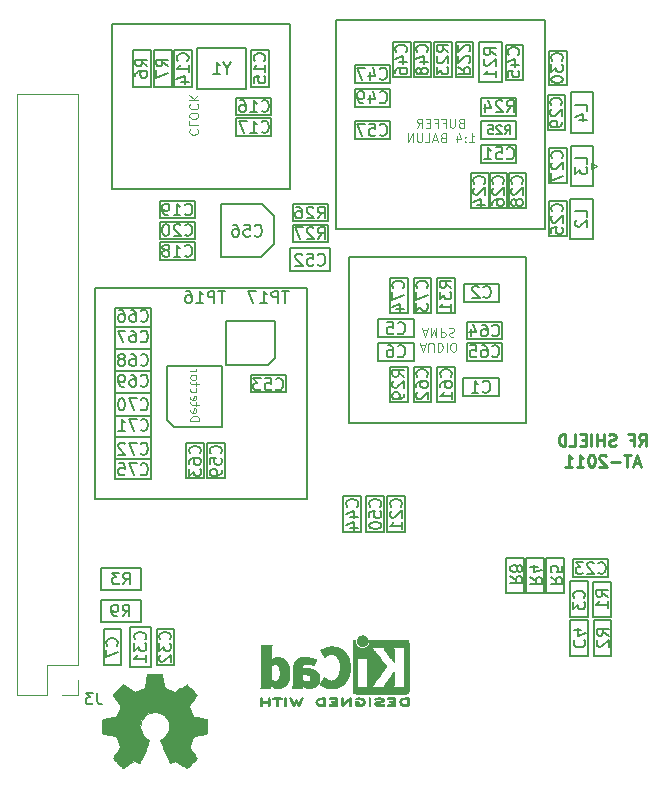
<source format=gbo>
G04 #@! TF.GenerationSoftware,KiCad,Pcbnew,(5.1.4)-1*
G04 #@! TF.CreationDate,2020-03-14T18:34:21+01:00*
G04 #@! TF.ProjectId,rf-receiver,72662d72-6563-4656-9976-65722e6b6963,Rev 2*
G04 #@! TF.SameCoordinates,Original*
G04 #@! TF.FileFunction,Legend,Bot*
G04 #@! TF.FilePolarity,Positive*
%FSLAX46Y46*%
G04 Gerber Fmt 4.6, Leading zero omitted, Abs format (unit mm)*
G04 Created by KiCad (PCBNEW (5.1.4)-1) date 2020-03-14 18:34:21*
%MOMM*%
%LPD*%
G04 APERTURE LIST*
%ADD10C,0.150000*%
%ADD11C,0.250000*%
%ADD12C,0.125000*%
%ADD13C,0.010000*%
%ADD14C,0.120000*%
G04 APERTURE END LIST*
D10*
X118050000Y-71400000D02*
X119550000Y-71400000D01*
X118050000Y-74350000D02*
X118050000Y-71400000D01*
X119550000Y-71400000D02*
X119550000Y-74350000D01*
X119550000Y-74350000D02*
X118050000Y-74350000D01*
X116450000Y-71400000D02*
X117950000Y-71400000D01*
X116450000Y-74350000D02*
X116450000Y-71400000D01*
X117950000Y-71400000D02*
X117950000Y-74350000D01*
X117950000Y-74350000D02*
X116450000Y-74350000D01*
X114850000Y-71400000D02*
X116350000Y-71400000D01*
X114850000Y-74350000D02*
X114850000Y-71400000D01*
X116350000Y-71400000D02*
X116350000Y-74350000D01*
X116350000Y-74350000D02*
X114850000Y-74350000D01*
X123250000Y-73550000D02*
X125150000Y-73550000D01*
X123250000Y-76950000D02*
X123250000Y-73550000D01*
X125150000Y-76950000D02*
X123250000Y-76950000D01*
X125150000Y-73550000D02*
X125150000Y-76950000D01*
X123300000Y-69050000D02*
X125200000Y-69050000D01*
X123300000Y-72450000D02*
X123300000Y-69050000D01*
X125200000Y-72450000D02*
X123300000Y-72450000D01*
X125200000Y-69050000D02*
X125200000Y-72450000D01*
X123300000Y-67950000D02*
X123300000Y-64550000D01*
X125200000Y-67950000D02*
X123300000Y-67950000D01*
X125200000Y-64550000D02*
X125200000Y-67950000D01*
X123300000Y-64550000D02*
X125200000Y-64550000D01*
X121450000Y-63950000D02*
X121450000Y-61000000D01*
X121450000Y-61000000D02*
X122950000Y-61000000D01*
X122950000Y-63950000D02*
X121450000Y-63950000D01*
X122950000Y-61000000D02*
X122950000Y-63950000D01*
X121350000Y-67750000D02*
X121350000Y-64800000D01*
X121350000Y-64800000D02*
X122850000Y-64800000D01*
X122850000Y-67750000D02*
X121350000Y-67750000D01*
X122850000Y-64800000D02*
X122850000Y-67750000D01*
X121500000Y-76700000D02*
X121500000Y-73750000D01*
X121500000Y-73750000D02*
X123000000Y-73750000D01*
X123000000Y-76700000D02*
X121500000Y-76700000D01*
X123000000Y-73750000D02*
X123000000Y-76700000D01*
X121450000Y-72200000D02*
X121450000Y-69250000D01*
X122950000Y-72200000D02*
X121450000Y-72200000D01*
X122950000Y-69250000D02*
X122950000Y-72200000D01*
X121450000Y-69250000D02*
X122950000Y-69250000D01*
X86000000Y-113200000D02*
X86000000Y-109800000D01*
X87800000Y-113200000D02*
X86000000Y-113200000D01*
X87800000Y-109800000D02*
X87800000Y-113200000D01*
X86000000Y-109800000D02*
X87800000Y-109800000D01*
X89700000Y-113000000D02*
X89700000Y-110000000D01*
X88300000Y-113000000D02*
X89700000Y-113000000D01*
X88300000Y-110000000D02*
X88300000Y-113000000D01*
X89700000Y-110000000D02*
X88300000Y-110000000D01*
X93700000Y-78500000D02*
X93700000Y-74000000D01*
X97100000Y-78500000D02*
X93700000Y-78500000D01*
X98200000Y-77400000D02*
X97100000Y-78500000D01*
X98200000Y-75000000D02*
X98200000Y-77400000D01*
X97200000Y-74000000D02*
X98200000Y-75000000D01*
X93700000Y-74000000D02*
X97200000Y-74000000D01*
X83750000Y-113000000D02*
X83750000Y-110000000D01*
X85250000Y-113000000D02*
X83750000Y-113000000D01*
X85250000Y-110000000D02*
X85250000Y-113000000D01*
X83750000Y-110000000D02*
X85250000Y-110000000D01*
X86950000Y-107500000D02*
X86950000Y-109400000D01*
X83550000Y-107500000D02*
X86950000Y-107500000D01*
X86950000Y-109400000D02*
X83550000Y-109400000D01*
X83550000Y-109400000D02*
X83550000Y-107500000D01*
X83550000Y-106700000D02*
X83550000Y-104800000D01*
X86950000Y-106700000D02*
X83550000Y-106700000D01*
X86950000Y-104800000D02*
X86950000Y-106700000D01*
X83550000Y-104800000D02*
X86950000Y-104800000D01*
X104050000Y-101750000D02*
X104050000Y-98750000D01*
X104050000Y-98750000D02*
X105550000Y-98750000D01*
X105550000Y-101750000D02*
X104050000Y-101750000D01*
X105550000Y-98750000D02*
X105550000Y-101750000D01*
X106000000Y-101750000D02*
X106000000Y-98750000D01*
X106000000Y-98750000D02*
X107500000Y-98750000D01*
X107500000Y-101750000D02*
X106000000Y-101750000D01*
X107500000Y-98750000D02*
X107500000Y-101750000D01*
X107750000Y-101750000D02*
X107750000Y-98750000D01*
X107750000Y-98750000D02*
X109250000Y-98750000D01*
X109250000Y-101750000D02*
X107750000Y-101750000D01*
X109250000Y-98750000D02*
X109250000Y-101750000D01*
X117850000Y-106950000D02*
X117850000Y-103950000D01*
X117850000Y-103950000D02*
X119350000Y-103950000D01*
X119350000Y-106950000D02*
X117850000Y-106950000D01*
X119350000Y-103950000D02*
X119350000Y-106950000D01*
X119550000Y-106950000D02*
X119550000Y-103950000D01*
X119550000Y-103950000D02*
X121050000Y-103950000D01*
X121050000Y-106950000D02*
X119550000Y-106950000D01*
X121050000Y-103950000D02*
X121050000Y-106950000D01*
X121250000Y-106950000D02*
X121250000Y-103950000D01*
X121250000Y-103950000D02*
X122750000Y-103950000D01*
X122750000Y-106950000D02*
X121250000Y-106950000D01*
X122750000Y-103950000D02*
X122750000Y-106950000D01*
X126500000Y-105550000D02*
X123500000Y-105550000D01*
X123500000Y-105550000D02*
X123500000Y-104050000D01*
X126500000Y-104050000D02*
X126500000Y-105550000D01*
X123500000Y-104050000D02*
X126500000Y-104050000D01*
X123250000Y-108950000D02*
X123250000Y-105950000D01*
X123250000Y-105950000D02*
X124750000Y-105950000D01*
X124750000Y-108950000D02*
X123250000Y-108950000D01*
X124750000Y-105950000D02*
X124750000Y-108950000D01*
X125200000Y-109000000D02*
X125200000Y-106000000D01*
X125200000Y-106000000D02*
X126700000Y-106000000D01*
X126700000Y-109000000D02*
X125200000Y-109000000D01*
X126700000Y-106000000D02*
X126700000Y-109000000D01*
X125250000Y-112250000D02*
X125250000Y-109250000D01*
X125250000Y-109250000D02*
X126750000Y-109250000D01*
X126750000Y-112250000D02*
X125250000Y-112250000D01*
X126750000Y-109250000D02*
X126750000Y-112250000D01*
X123250000Y-112250000D02*
X123250000Y-109250000D01*
X124750000Y-112250000D02*
X123250000Y-112250000D01*
X124750000Y-109250000D02*
X124750000Y-112250000D01*
X123250000Y-109250000D02*
X124750000Y-109250000D01*
X91500000Y-77250000D02*
X88500000Y-77250000D01*
X91500000Y-78700000D02*
X91500000Y-77250000D01*
X88500000Y-78700000D02*
X91500000Y-78700000D01*
X88500000Y-77250000D02*
X88500000Y-78700000D01*
X91500000Y-75500000D02*
X88500000Y-75500000D01*
X91500000Y-76950000D02*
X91500000Y-75500000D01*
X88500000Y-76950000D02*
X91500000Y-76950000D01*
X88500000Y-75500000D02*
X88500000Y-76950000D01*
X91500000Y-73750000D02*
X88500000Y-73750000D01*
X91500000Y-75200000D02*
X91500000Y-73750000D01*
X88500000Y-75200000D02*
X91500000Y-75200000D01*
X88500000Y-73750000D02*
X88500000Y-75200000D01*
X99550000Y-79700000D02*
X99550000Y-77750000D01*
X102950000Y-79700000D02*
X99550000Y-79700000D01*
X102950000Y-77750000D02*
X102950000Y-79700000D01*
X99550000Y-77750000D02*
X102950000Y-77750000D01*
X102750000Y-75750000D02*
X99750000Y-75750000D01*
X102750000Y-77200000D02*
X102750000Y-75750000D01*
X99750000Y-77200000D02*
X102750000Y-77200000D01*
X99750000Y-75750000D02*
X99750000Y-77200000D01*
X102750000Y-74000000D02*
X99750000Y-74000000D01*
X102750000Y-75450000D02*
X102750000Y-74000000D01*
X99750000Y-75450000D02*
X102750000Y-75450000D01*
X99750000Y-74000000D02*
X99750000Y-75450000D01*
X92250000Y-97200000D02*
X92250000Y-94250000D01*
X90750000Y-97200000D02*
X92250000Y-97200000D01*
X90750000Y-94250000D02*
X90750000Y-97200000D01*
X92250000Y-94250000D02*
X90750000Y-94250000D01*
X94000000Y-97200000D02*
X94000000Y-94250000D01*
X92500000Y-97200000D02*
X94000000Y-97200000D01*
X92500000Y-94250000D02*
X92500000Y-97200000D01*
X94000000Y-94250000D02*
X92500000Y-94250000D01*
X99200000Y-88500000D02*
X96250000Y-88500000D01*
X99200000Y-89950000D02*
X99200000Y-88500000D01*
X96250000Y-89950000D02*
X99200000Y-89950000D01*
X96250000Y-88500000D02*
X96250000Y-89950000D01*
X93800000Y-92900000D02*
X93800000Y-87700000D01*
X89700000Y-92900000D02*
X93800000Y-92900000D01*
X89100000Y-92300000D02*
X89700000Y-92900000D01*
X89100000Y-87700000D02*
X89100000Y-92300000D01*
X93800000Y-87700000D02*
X89100000Y-87700000D01*
X94100000Y-83900000D02*
X98300000Y-83900000D01*
X94100000Y-87600000D02*
X94100000Y-83900000D01*
X97700000Y-87600000D02*
X94100000Y-87600000D01*
X98300000Y-87000000D02*
X97700000Y-87600000D01*
X98300000Y-83900000D02*
X98300000Y-87000000D01*
D11*
X129095238Y-94477380D02*
X129428571Y-94001190D01*
X129666666Y-94477380D02*
X129666666Y-93477380D01*
X129285714Y-93477380D01*
X129190476Y-93525000D01*
X129142857Y-93572619D01*
X129095238Y-93667857D01*
X129095238Y-93810714D01*
X129142857Y-93905952D01*
X129190476Y-93953571D01*
X129285714Y-94001190D01*
X129666666Y-94001190D01*
X128333333Y-93953571D02*
X128666666Y-93953571D01*
X128666666Y-94477380D02*
X128666666Y-93477380D01*
X128190476Y-93477380D01*
X127095238Y-94429761D02*
X126952380Y-94477380D01*
X126714285Y-94477380D01*
X126619047Y-94429761D01*
X126571428Y-94382142D01*
X126523809Y-94286904D01*
X126523809Y-94191666D01*
X126571428Y-94096428D01*
X126619047Y-94048809D01*
X126714285Y-94001190D01*
X126904761Y-93953571D01*
X127000000Y-93905952D01*
X127047619Y-93858333D01*
X127095238Y-93763095D01*
X127095238Y-93667857D01*
X127047619Y-93572619D01*
X127000000Y-93525000D01*
X126904761Y-93477380D01*
X126666666Y-93477380D01*
X126523809Y-93525000D01*
X126095238Y-94477380D02*
X126095238Y-93477380D01*
X126095238Y-93953571D02*
X125523809Y-93953571D01*
X125523809Y-94477380D02*
X125523809Y-93477380D01*
X125047619Y-94477380D02*
X125047619Y-93477380D01*
X124571428Y-93953571D02*
X124238095Y-93953571D01*
X124095238Y-94477380D02*
X124571428Y-94477380D01*
X124571428Y-93477380D01*
X124095238Y-93477380D01*
X123190476Y-94477380D02*
X123666666Y-94477380D01*
X123666666Y-93477380D01*
X122857142Y-94477380D02*
X122857142Y-93477380D01*
X122619047Y-93477380D01*
X122476190Y-93525000D01*
X122380952Y-93620238D01*
X122333333Y-93715476D01*
X122285714Y-93905952D01*
X122285714Y-94048809D01*
X122333333Y-94239285D01*
X122380952Y-94334523D01*
X122476190Y-94429761D01*
X122619047Y-94477380D01*
X122857142Y-94477380D01*
X129142857Y-95941666D02*
X128666666Y-95941666D01*
X129238095Y-96227380D02*
X128904761Y-95227380D01*
X128571428Y-96227380D01*
X128380952Y-95227380D02*
X127809523Y-95227380D01*
X128095238Y-96227380D02*
X128095238Y-95227380D01*
X127476190Y-95846428D02*
X126714285Y-95846428D01*
X126285714Y-95322619D02*
X126238095Y-95275000D01*
X126142857Y-95227380D01*
X125904761Y-95227380D01*
X125809523Y-95275000D01*
X125761904Y-95322619D01*
X125714285Y-95417857D01*
X125714285Y-95513095D01*
X125761904Y-95655952D01*
X126333333Y-96227380D01*
X125714285Y-96227380D01*
X125095238Y-95227380D02*
X125000000Y-95227380D01*
X124904761Y-95275000D01*
X124857142Y-95322619D01*
X124809523Y-95417857D01*
X124761904Y-95608333D01*
X124761904Y-95846428D01*
X124809523Y-96036904D01*
X124857142Y-96132142D01*
X124904761Y-96179761D01*
X125000000Y-96227380D01*
X125095238Y-96227380D01*
X125190476Y-96179761D01*
X125238095Y-96132142D01*
X125285714Y-96036904D01*
X125333333Y-95846428D01*
X125333333Y-95608333D01*
X125285714Y-95417857D01*
X125238095Y-95322619D01*
X125190476Y-95275000D01*
X125095238Y-95227380D01*
X123809523Y-96227380D02*
X124380952Y-96227380D01*
X124095238Y-96227380D02*
X124095238Y-95227380D01*
X124190476Y-95370238D01*
X124285714Y-95465476D01*
X124380952Y-95513095D01*
X122857142Y-96227380D02*
X123428571Y-96227380D01*
X123142857Y-96227380D02*
X123142857Y-95227380D01*
X123238095Y-95370238D01*
X123333333Y-95465476D01*
X123428571Y-95513095D01*
D10*
X115700000Y-70500000D02*
X115700000Y-69000000D01*
X118700000Y-70500000D02*
X115700000Y-70500000D01*
X118700000Y-69000000D02*
X118700000Y-70500000D01*
X115700000Y-69000000D02*
X118700000Y-69000000D01*
X115700000Y-68500000D02*
X115700000Y-67000000D01*
X118700000Y-68500000D02*
X115700000Y-68500000D01*
X118700000Y-67000000D02*
X118700000Y-68500000D01*
X115700000Y-67000000D02*
X118700000Y-67000000D01*
X115700000Y-65000000D02*
X115800000Y-65000000D01*
X115700000Y-66500000D02*
X115700000Y-65000000D01*
X118700000Y-66500000D02*
X115700000Y-66500000D01*
X118700000Y-65000000D02*
X118700000Y-66500000D01*
X115800000Y-65000000D02*
X118700000Y-65000000D01*
D12*
X113996428Y-67121428D02*
X113889285Y-67157142D01*
X113853571Y-67192857D01*
X113817857Y-67264285D01*
X113817857Y-67371428D01*
X113853571Y-67442857D01*
X113889285Y-67478571D01*
X113960714Y-67514285D01*
X114246428Y-67514285D01*
X114246428Y-66764285D01*
X113996428Y-66764285D01*
X113925000Y-66800000D01*
X113889285Y-66835714D01*
X113853571Y-66907142D01*
X113853571Y-66978571D01*
X113889285Y-67050000D01*
X113925000Y-67085714D01*
X113996428Y-67121428D01*
X114246428Y-67121428D01*
X113496428Y-66764285D02*
X113496428Y-67371428D01*
X113460714Y-67442857D01*
X113425000Y-67478571D01*
X113353571Y-67514285D01*
X113210714Y-67514285D01*
X113139285Y-67478571D01*
X113103571Y-67442857D01*
X113067857Y-67371428D01*
X113067857Y-66764285D01*
X112460714Y-67121428D02*
X112710714Y-67121428D01*
X112710714Y-67514285D02*
X112710714Y-66764285D01*
X112353571Y-66764285D01*
X111817857Y-67121428D02*
X112067857Y-67121428D01*
X112067857Y-67514285D02*
X112067857Y-66764285D01*
X111710714Y-66764285D01*
X111425000Y-67121428D02*
X111175000Y-67121428D01*
X111067857Y-67514285D02*
X111425000Y-67514285D01*
X111425000Y-66764285D01*
X111067857Y-66764285D01*
X110317857Y-67514285D02*
X110567857Y-67157142D01*
X110746428Y-67514285D02*
X110746428Y-66764285D01*
X110460714Y-66764285D01*
X110389285Y-66800000D01*
X110353571Y-66835714D01*
X110317857Y-66907142D01*
X110317857Y-67014285D01*
X110353571Y-67085714D01*
X110389285Y-67121428D01*
X110460714Y-67157142D01*
X110746428Y-67157142D01*
X114692857Y-68764285D02*
X115121428Y-68764285D01*
X114907142Y-68764285D02*
X114907142Y-68014285D01*
X114978571Y-68121428D01*
X115050000Y-68192857D01*
X115121428Y-68228571D01*
X114371428Y-68692857D02*
X114335714Y-68728571D01*
X114371428Y-68764285D01*
X114407142Y-68728571D01*
X114371428Y-68692857D01*
X114371428Y-68764285D01*
X114371428Y-68300000D02*
X114335714Y-68335714D01*
X114371428Y-68371428D01*
X114407142Y-68335714D01*
X114371428Y-68300000D01*
X114371428Y-68371428D01*
X113692857Y-68264285D02*
X113692857Y-68764285D01*
X113871428Y-67978571D02*
X114050000Y-68514285D01*
X113585714Y-68514285D01*
X112478571Y-68371428D02*
X112371428Y-68407142D01*
X112335714Y-68442857D01*
X112300000Y-68514285D01*
X112300000Y-68621428D01*
X112335714Y-68692857D01*
X112371428Y-68728571D01*
X112442857Y-68764285D01*
X112728571Y-68764285D01*
X112728571Y-68014285D01*
X112478571Y-68014285D01*
X112407142Y-68050000D01*
X112371428Y-68085714D01*
X112335714Y-68157142D01*
X112335714Y-68228571D01*
X112371428Y-68300000D01*
X112407142Y-68335714D01*
X112478571Y-68371428D01*
X112728571Y-68371428D01*
X112014285Y-68550000D02*
X111657142Y-68550000D01*
X112085714Y-68764285D02*
X111835714Y-68014285D01*
X111585714Y-68764285D01*
X110978571Y-68764285D02*
X111335714Y-68764285D01*
X111335714Y-68014285D01*
X110728571Y-68014285D02*
X110728571Y-68621428D01*
X110692857Y-68692857D01*
X110657142Y-68728571D01*
X110585714Y-68764285D01*
X110442857Y-68764285D01*
X110371428Y-68728571D01*
X110335714Y-68692857D01*
X110300000Y-68621428D01*
X110300000Y-68014285D01*
X109942857Y-68764285D02*
X109942857Y-68014285D01*
X109514285Y-68764285D01*
X109514285Y-68014285D01*
X91082142Y-67664285D02*
X91046428Y-67700000D01*
X91010714Y-67807142D01*
X91010714Y-67878571D01*
X91046428Y-67985714D01*
X91117857Y-68057142D01*
X91189285Y-68092857D01*
X91332142Y-68128571D01*
X91439285Y-68128571D01*
X91582142Y-68092857D01*
X91653571Y-68057142D01*
X91725000Y-67985714D01*
X91760714Y-67878571D01*
X91760714Y-67807142D01*
X91725000Y-67700000D01*
X91689285Y-67664285D01*
X91010714Y-66985714D02*
X91010714Y-67342857D01*
X91760714Y-67342857D01*
X91760714Y-66592857D02*
X91760714Y-66450000D01*
X91725000Y-66378571D01*
X91653571Y-66307142D01*
X91510714Y-66271428D01*
X91260714Y-66271428D01*
X91117857Y-66307142D01*
X91046428Y-66378571D01*
X91010714Y-66450000D01*
X91010714Y-66592857D01*
X91046428Y-66664285D01*
X91117857Y-66735714D01*
X91260714Y-66771428D01*
X91510714Y-66771428D01*
X91653571Y-66735714D01*
X91725000Y-66664285D01*
X91760714Y-66592857D01*
X91082142Y-65521428D02*
X91046428Y-65557142D01*
X91010714Y-65664285D01*
X91010714Y-65735714D01*
X91046428Y-65842857D01*
X91117857Y-65914285D01*
X91189285Y-65950000D01*
X91332142Y-65985714D01*
X91439285Y-65985714D01*
X91582142Y-65950000D01*
X91653571Y-65914285D01*
X91725000Y-65842857D01*
X91760714Y-65735714D01*
X91760714Y-65664285D01*
X91725000Y-65557142D01*
X91689285Y-65521428D01*
X91010714Y-65200000D02*
X91760714Y-65200000D01*
X91010714Y-64771428D02*
X91439285Y-65092857D01*
X91760714Y-64771428D02*
X91332142Y-65200000D01*
X91110714Y-92360714D02*
X91860714Y-92360714D01*
X91860714Y-92182142D01*
X91825000Y-92075000D01*
X91753571Y-92003571D01*
X91682142Y-91967857D01*
X91539285Y-91932142D01*
X91432142Y-91932142D01*
X91289285Y-91967857D01*
X91217857Y-92003571D01*
X91146428Y-92075000D01*
X91110714Y-92182142D01*
X91110714Y-92360714D01*
X91146428Y-91325000D02*
X91110714Y-91396428D01*
X91110714Y-91539285D01*
X91146428Y-91610714D01*
X91217857Y-91646428D01*
X91503571Y-91646428D01*
X91575000Y-91610714D01*
X91610714Y-91539285D01*
X91610714Y-91396428D01*
X91575000Y-91325000D01*
X91503571Y-91289285D01*
X91432142Y-91289285D01*
X91360714Y-91646428D01*
X91610714Y-91075000D02*
X91610714Y-90789285D01*
X91860714Y-90967857D02*
X91217857Y-90967857D01*
X91146428Y-90932142D01*
X91110714Y-90860714D01*
X91110714Y-90789285D01*
X91146428Y-90253571D02*
X91110714Y-90325000D01*
X91110714Y-90467857D01*
X91146428Y-90539285D01*
X91217857Y-90575000D01*
X91503571Y-90575000D01*
X91575000Y-90539285D01*
X91610714Y-90467857D01*
X91610714Y-90325000D01*
X91575000Y-90253571D01*
X91503571Y-90217857D01*
X91432142Y-90217857D01*
X91360714Y-90575000D01*
X91146428Y-89575000D02*
X91110714Y-89646428D01*
X91110714Y-89789285D01*
X91146428Y-89860714D01*
X91182142Y-89896428D01*
X91253571Y-89932142D01*
X91467857Y-89932142D01*
X91539285Y-89896428D01*
X91575000Y-89860714D01*
X91610714Y-89789285D01*
X91610714Y-89646428D01*
X91575000Y-89575000D01*
X91610714Y-89360714D02*
X91610714Y-89075000D01*
X91860714Y-89253571D02*
X91217857Y-89253571D01*
X91146428Y-89217857D01*
X91110714Y-89146428D01*
X91110714Y-89075000D01*
X91110714Y-88717857D02*
X91146428Y-88789285D01*
X91182142Y-88825000D01*
X91253571Y-88860714D01*
X91467857Y-88860714D01*
X91539285Y-88825000D01*
X91575000Y-88789285D01*
X91610714Y-88717857D01*
X91610714Y-88610714D01*
X91575000Y-88539285D01*
X91539285Y-88503571D01*
X91467857Y-88467857D01*
X91253571Y-88467857D01*
X91182142Y-88503571D01*
X91146428Y-88539285D01*
X91110714Y-88610714D01*
X91110714Y-88717857D01*
X91110714Y-88146428D02*
X91610714Y-88146428D01*
X91467857Y-88146428D02*
X91539285Y-88110714D01*
X91575000Y-88075000D01*
X91610714Y-88003571D01*
X91610714Y-87932142D01*
X110582142Y-85950000D02*
X110939285Y-85950000D01*
X110510714Y-85735714D02*
X110760714Y-86485714D01*
X111010714Y-85735714D01*
X111260714Y-86485714D02*
X111260714Y-85878571D01*
X111296428Y-85807142D01*
X111332142Y-85771428D01*
X111403571Y-85735714D01*
X111546428Y-85735714D01*
X111617857Y-85771428D01*
X111653571Y-85807142D01*
X111689285Y-85878571D01*
X111689285Y-86485714D01*
X112046428Y-85735714D02*
X112046428Y-86485714D01*
X112225000Y-86485714D01*
X112332142Y-86450000D01*
X112403571Y-86378571D01*
X112439285Y-86307142D01*
X112475000Y-86164285D01*
X112475000Y-86057142D01*
X112439285Y-85914285D01*
X112403571Y-85842857D01*
X112332142Y-85771428D01*
X112225000Y-85735714D01*
X112046428Y-85735714D01*
X112796428Y-85735714D02*
X112796428Y-86485714D01*
X113296428Y-86485714D02*
X113439285Y-86485714D01*
X113510714Y-86450000D01*
X113582142Y-86378571D01*
X113617857Y-86235714D01*
X113617857Y-85985714D01*
X113582142Y-85842857D01*
X113510714Y-85771428D01*
X113439285Y-85735714D01*
X113296428Y-85735714D01*
X113225000Y-85771428D01*
X113153571Y-85842857D01*
X113117857Y-85985714D01*
X113117857Y-86235714D01*
X113153571Y-86378571D01*
X113225000Y-86450000D01*
X113296428Y-86485714D01*
X110760714Y-84700000D02*
X111117857Y-84700000D01*
X110689285Y-84485714D02*
X110939285Y-85235714D01*
X111189285Y-84485714D01*
X111439285Y-84485714D02*
X111439285Y-85235714D01*
X111689285Y-84700000D01*
X111939285Y-85235714D01*
X111939285Y-84485714D01*
X112296428Y-84485714D02*
X112296428Y-85235714D01*
X112582142Y-85235714D01*
X112653571Y-85200000D01*
X112689285Y-85164285D01*
X112725000Y-85092857D01*
X112725000Y-84985714D01*
X112689285Y-84914285D01*
X112653571Y-84878571D01*
X112582142Y-84842857D01*
X112296428Y-84842857D01*
X113010714Y-84521428D02*
X113117857Y-84485714D01*
X113296428Y-84485714D01*
X113367857Y-84521428D01*
X113403571Y-84557142D01*
X113439285Y-84628571D01*
X113439285Y-84700000D01*
X113403571Y-84771428D01*
X113367857Y-84807142D01*
X113296428Y-84842857D01*
X113153571Y-84878571D01*
X113082142Y-84914285D01*
X113046428Y-84950000D01*
X113010714Y-85021428D01*
X113010714Y-85092857D01*
X113046428Y-85164285D01*
X113082142Y-85200000D01*
X113153571Y-85235714D01*
X113332142Y-85235714D01*
X113439285Y-85200000D01*
D10*
X119500000Y-78450000D02*
X119500000Y-92550000D01*
X104500000Y-78450000D02*
X119500000Y-78450000D01*
X104500000Y-92550000D02*
X104500000Y-78450000D01*
X119500000Y-92550000D02*
X104500000Y-92550000D01*
X84450000Y-58750000D02*
X99550000Y-58750000D01*
X84450000Y-72750000D02*
X84450000Y-58750000D01*
X99550000Y-72750000D02*
X84450000Y-72750000D01*
X99550000Y-58750000D02*
X99550000Y-72750000D01*
X103400000Y-76100000D02*
X103400000Y-58400000D01*
X121100000Y-76100000D02*
X103400000Y-76100000D01*
X121100000Y-58400000D02*
X121100000Y-76100000D01*
X103400000Y-58400000D02*
X121100000Y-58400000D01*
X100950000Y-81100000D02*
X100950000Y-81200000D01*
X83050000Y-81100000D02*
X100950000Y-81100000D01*
X83050000Y-99000000D02*
X83050000Y-81100000D01*
X100950000Y-99000000D02*
X83050000Y-99000000D01*
X100950000Y-81200000D02*
X100950000Y-99000000D01*
X86250000Y-60950000D02*
X87750000Y-60950000D01*
X86250000Y-64050000D02*
X86250000Y-60950000D01*
X87750000Y-64050000D02*
X86250000Y-64050000D01*
X87750000Y-60950000D02*
X87750000Y-64050000D01*
X89450000Y-60950000D02*
X89550000Y-60950000D01*
X88050000Y-60950000D02*
X89450000Y-60950000D01*
X88050000Y-64050000D02*
X88050000Y-60950000D01*
X89550000Y-64050000D02*
X88050000Y-64050000D01*
X89550000Y-60950000D02*
X89550000Y-64050000D01*
X89750000Y-60950000D02*
X91250000Y-60950000D01*
X89750000Y-64050000D02*
X89750000Y-60950000D01*
X91250000Y-64050000D02*
X89750000Y-64050000D01*
X91250000Y-60950000D02*
X91250000Y-64050000D01*
X97950000Y-68250000D02*
X97950000Y-66750000D01*
X94950000Y-68250000D02*
X97950000Y-68250000D01*
X94950000Y-66750000D02*
X94950000Y-68250000D01*
X97950000Y-66750000D02*
X94950000Y-66750000D01*
X97950000Y-66450000D02*
X97950000Y-65050000D01*
X94950000Y-66450000D02*
X97950000Y-66450000D01*
X94950000Y-65050000D02*
X94950000Y-66450000D01*
X97950000Y-65050000D02*
X94950000Y-65050000D01*
X91650000Y-60750000D02*
X95850000Y-60750000D01*
X91650000Y-64250000D02*
X91650000Y-60750000D01*
X95850000Y-64250000D02*
X91650000Y-64250000D01*
X95850000Y-60750000D02*
X95850000Y-64250000D01*
X96250000Y-60950000D02*
X97750000Y-60950000D01*
X96250000Y-64050000D02*
X96250000Y-60950000D01*
X97750000Y-64050000D02*
X96250000Y-64050000D01*
X97750000Y-60950000D02*
X97750000Y-64050000D01*
X109500000Y-87750000D02*
X109500000Y-90750000D01*
X108000000Y-87750000D02*
X109500000Y-87750000D01*
X108000000Y-90750000D02*
X108000000Y-87750000D01*
X109500000Y-90750000D02*
X108000000Y-90750000D01*
X111500000Y-87750000D02*
X111500000Y-90750000D01*
X110000000Y-87750000D02*
X111500000Y-87750000D01*
X110000000Y-90750000D02*
X110000000Y-87750000D01*
X111500000Y-90750000D02*
X110000000Y-90750000D01*
X113500000Y-87750000D02*
X113500000Y-90750000D01*
X112000000Y-87750000D02*
X113500000Y-87750000D01*
X112000000Y-90750000D02*
X112000000Y-87750000D01*
X113500000Y-90750000D02*
X112000000Y-90750000D01*
X110000000Y-83750000D02*
X110000000Y-85250000D01*
X107000000Y-83750000D02*
X110000000Y-83750000D01*
X107000000Y-85250000D02*
X107000000Y-83750000D01*
X110000000Y-85250000D02*
X107000000Y-85250000D01*
X110000000Y-85750000D02*
X110000000Y-87250000D01*
X107000000Y-85750000D02*
X110000000Y-85750000D01*
X107000000Y-87250000D02*
X107000000Y-85750000D01*
X110000000Y-87250000D02*
X107000000Y-87250000D01*
X109500000Y-80250000D02*
X109500000Y-83250000D01*
X108000000Y-80250000D02*
X109500000Y-80250000D01*
X108000000Y-83250000D02*
X108000000Y-80250000D01*
X109500000Y-83250000D02*
X108000000Y-83250000D01*
X111500000Y-80250000D02*
X111500000Y-83250000D01*
X110000000Y-80250000D02*
X111500000Y-80250000D01*
X110000000Y-83250000D02*
X110000000Y-80250000D01*
X111500000Y-83250000D02*
X110000000Y-83250000D01*
X113500000Y-80250000D02*
X113500000Y-83250000D01*
X112000000Y-80250000D02*
X113500000Y-80250000D01*
X112000000Y-83250000D02*
X112000000Y-80250000D01*
X113500000Y-83250000D02*
X112000000Y-83250000D01*
X114300000Y-82250000D02*
X117200000Y-82250000D01*
X114300000Y-80750000D02*
X114300000Y-82250000D01*
X117200000Y-80750000D02*
X114300000Y-80750000D01*
X117200000Y-82250000D02*
X117200000Y-80750000D01*
X114500000Y-85450000D02*
X117500000Y-85450000D01*
X114500000Y-83950000D02*
X114500000Y-85450000D01*
X117500000Y-83950000D02*
X114500000Y-83950000D01*
X117500000Y-85450000D02*
X117500000Y-83950000D01*
X117500000Y-85750000D02*
X117500000Y-87250000D01*
X114500000Y-85750000D02*
X117500000Y-85750000D01*
X114500000Y-87250000D02*
X114500000Y-85750000D01*
X117500000Y-87250000D02*
X114500000Y-87250000D01*
X114200000Y-90250000D02*
X117200000Y-90250000D01*
X114200000Y-88750000D02*
X114200000Y-90250000D01*
X117200000Y-88750000D02*
X114200000Y-88750000D01*
X117200000Y-90250000D02*
X117200000Y-88750000D01*
X84750000Y-95600000D02*
X87750000Y-95600000D01*
X87750000Y-93700000D02*
X84750000Y-93700000D01*
X87750000Y-91900000D02*
X84750000Y-91900000D01*
X84750000Y-90000000D02*
X87750000Y-90000000D01*
X87750000Y-88100000D02*
X84750000Y-88100000D01*
X84750000Y-86300000D02*
X87750000Y-86300000D01*
X87750000Y-84400000D02*
X84750000Y-84400000D01*
X87750000Y-97300000D02*
X87750000Y-82800000D01*
X84750000Y-97300000D02*
X87750000Y-97300000D01*
X84750000Y-82800000D02*
X84750000Y-97300000D01*
X87750000Y-82800000D02*
X84750000Y-82800000D01*
X119300000Y-60500000D02*
X117800000Y-60500000D01*
X119300000Y-63500000D02*
X119300000Y-60500000D01*
X117800000Y-63500000D02*
X119300000Y-63500000D01*
X117800000Y-60500000D02*
X117800000Y-63500000D01*
X117450000Y-60300000D02*
X115550000Y-60300000D01*
X117450000Y-63700000D02*
X117450000Y-60300000D01*
X115550000Y-63700000D02*
X117450000Y-63700000D01*
X115550000Y-60300000D02*
X115550000Y-63700000D01*
X113550000Y-63250000D02*
X113550000Y-60250000D01*
X115050000Y-63250000D02*
X113550000Y-63250000D01*
X115050000Y-60250000D02*
X115050000Y-63250000D01*
X113550000Y-60250000D02*
X115050000Y-60250000D01*
X113250000Y-60250000D02*
X111750000Y-60250000D01*
X113250000Y-63250000D02*
X113250000Y-60250000D01*
X111750000Y-63250000D02*
X113250000Y-63250000D01*
X111750000Y-60250000D02*
X111750000Y-63250000D01*
X111500000Y-60250000D02*
X110000000Y-60250000D01*
X111500000Y-60250000D02*
X111500000Y-63250000D01*
X110000000Y-63250000D02*
X111500000Y-63250000D01*
X110000000Y-60250000D02*
X110000000Y-63250000D01*
X108250000Y-60250000D02*
X108250000Y-63250000D01*
X109750000Y-60250000D02*
X108250000Y-60250000D01*
X109750000Y-63250000D02*
X109750000Y-60250000D01*
X108250000Y-63250000D02*
X109750000Y-63250000D01*
X108000000Y-62250000D02*
X105000000Y-62250000D01*
X108000000Y-63750000D02*
X108000000Y-62250000D01*
X105000000Y-63750000D02*
X108000000Y-63750000D01*
X105000000Y-62250000D02*
X105000000Y-63750000D01*
X108000000Y-64250000D02*
X105000000Y-64250000D01*
X108000000Y-65750000D02*
X108000000Y-64250000D01*
X105000000Y-65750000D02*
X108000000Y-65750000D01*
X105000000Y-64250000D02*
X105000000Y-65750000D01*
X105000000Y-67250000D02*
X105000000Y-67000000D01*
X105000000Y-68500000D02*
X105000000Y-67250000D01*
X108000000Y-68500000D02*
X105000000Y-68500000D01*
X108000000Y-67000000D02*
X108000000Y-68500000D01*
X105000000Y-67000000D02*
X108000000Y-67000000D01*
D13*
G36*
X87353464Y-114400427D02*
G01*
X87240882Y-114997618D01*
X86825469Y-115168865D01*
X86410055Y-115340112D01*
X85911698Y-115001233D01*
X85772131Y-114906877D01*
X85645971Y-114822630D01*
X85539104Y-114752338D01*
X85457417Y-114699847D01*
X85406798Y-114669004D01*
X85393013Y-114662353D01*
X85368179Y-114679458D01*
X85315111Y-114726744D01*
X85239759Y-114798172D01*
X85148070Y-114887700D01*
X85045992Y-114989289D01*
X84939473Y-115096898D01*
X84834463Y-115204487D01*
X84736908Y-115306015D01*
X84652757Y-115395441D01*
X84587959Y-115466726D01*
X84548462Y-115513828D01*
X84539019Y-115529592D01*
X84552608Y-115558653D01*
X84590706Y-115622321D01*
X84649306Y-115714367D01*
X84724402Y-115828564D01*
X84811991Y-115958684D01*
X84862745Y-116032901D01*
X84955254Y-116168422D01*
X85037459Y-116290716D01*
X85105369Y-116393695D01*
X85154999Y-116471273D01*
X85182359Y-116517361D01*
X85186470Y-116527047D01*
X85177150Y-116554574D01*
X85151745Y-116618728D01*
X85114088Y-116710490D01*
X85068013Y-116820839D01*
X85017353Y-116940755D01*
X84965940Y-117061219D01*
X84917610Y-117173209D01*
X84876193Y-117267707D01*
X84845525Y-117335692D01*
X84829438Y-117368143D01*
X84828488Y-117369420D01*
X84803227Y-117375617D01*
X84735954Y-117389440D01*
X84633639Y-117409532D01*
X84503258Y-117434534D01*
X84351783Y-117463086D01*
X84263406Y-117479551D01*
X84101547Y-117510369D01*
X83955350Y-117539694D01*
X83832212Y-117565921D01*
X83739530Y-117587446D01*
X83684698Y-117602665D01*
X83673676Y-117607493D01*
X83662881Y-117640174D01*
X83654170Y-117713985D01*
X83647539Y-117820292D01*
X83642981Y-117950467D01*
X83640490Y-118095876D01*
X83640061Y-118247890D01*
X83641688Y-118397877D01*
X83645364Y-118537206D01*
X83651084Y-118657245D01*
X83658842Y-118749365D01*
X83668631Y-118804932D01*
X83674503Y-118816500D01*
X83709600Y-118830365D01*
X83783971Y-118850188D01*
X83887776Y-118873639D01*
X84011180Y-118898391D01*
X84054258Y-118906398D01*
X84261952Y-118944441D01*
X84426015Y-118975079D01*
X84551869Y-118999529D01*
X84644934Y-119019009D01*
X84710632Y-119034736D01*
X84754382Y-119047928D01*
X84781607Y-119059804D01*
X84797727Y-119071580D01*
X84799982Y-119073908D01*
X84822496Y-119111400D01*
X84856841Y-119184365D01*
X84899588Y-119283867D01*
X84947307Y-119400973D01*
X84996569Y-119526748D01*
X85043944Y-119652257D01*
X85086004Y-119768565D01*
X85119319Y-119866739D01*
X85140458Y-119937843D01*
X85145994Y-119972942D01*
X85145533Y-119974172D01*
X85126776Y-120002861D01*
X85084223Y-120065985D01*
X85022346Y-120156973D01*
X84945617Y-120269255D01*
X84858508Y-120396260D01*
X84833701Y-120432353D01*
X84745247Y-120563203D01*
X84667411Y-120682591D01*
X84604433Y-120783662D01*
X84560554Y-120859559D01*
X84540014Y-120903427D01*
X84539019Y-120908817D01*
X84556277Y-120937144D01*
X84603964Y-120993261D01*
X84675949Y-121071137D01*
X84766102Y-121164740D01*
X84868294Y-121268041D01*
X84976394Y-121375006D01*
X85084271Y-121479606D01*
X85185795Y-121575809D01*
X85274837Y-121657584D01*
X85345266Y-121718900D01*
X85390952Y-121753726D01*
X85403590Y-121759412D01*
X85433008Y-121746020D01*
X85493238Y-121709899D01*
X85574470Y-121657136D01*
X85636969Y-121614667D01*
X85750214Y-121536740D01*
X85884325Y-121444984D01*
X86018844Y-121353375D01*
X86091166Y-121304346D01*
X86335961Y-121138770D01*
X86541449Y-121249875D01*
X86635063Y-121298548D01*
X86714669Y-121336381D01*
X86768532Y-121357958D01*
X86782242Y-121360961D01*
X86798729Y-121338793D01*
X86831254Y-121276149D01*
X86877391Y-121178809D01*
X86934709Y-121052549D01*
X87000783Y-120903150D01*
X87073184Y-120736388D01*
X87149483Y-120558042D01*
X87227253Y-120373891D01*
X87304065Y-120189712D01*
X87377493Y-120011285D01*
X87445107Y-119844387D01*
X87504479Y-119694797D01*
X87553183Y-119568293D01*
X87588789Y-119470654D01*
X87608869Y-119407657D01*
X87612099Y-119386021D01*
X87586503Y-119358424D01*
X87530461Y-119313625D01*
X87455688Y-119260934D01*
X87449412Y-119256765D01*
X87256154Y-119102069D01*
X87100325Y-118921591D01*
X86983275Y-118721102D01*
X86906354Y-118506374D01*
X86870913Y-118283177D01*
X86878302Y-118057281D01*
X86929872Y-117834459D01*
X87026973Y-117620479D01*
X87055541Y-117573664D01*
X87204131Y-117384618D01*
X87379672Y-117232812D01*
X87576089Y-117119034D01*
X87787306Y-117044075D01*
X88007246Y-117008722D01*
X88229836Y-117013767D01*
X88448998Y-117059999D01*
X88658657Y-117148206D01*
X88852738Y-117279179D01*
X88912773Y-117332337D01*
X89065564Y-117498739D01*
X89176902Y-117673912D01*
X89253276Y-117870266D01*
X89295812Y-118064717D01*
X89306313Y-118283342D01*
X89271299Y-118503052D01*
X89194326Y-118716420D01*
X89078952Y-118916022D01*
X88928734Y-119094429D01*
X88747226Y-119244217D01*
X88723372Y-119260006D01*
X88647798Y-119311712D01*
X88590348Y-119356512D01*
X88562882Y-119385117D01*
X88562482Y-119386021D01*
X88568379Y-119416964D01*
X88591754Y-119487191D01*
X88630178Y-119590925D01*
X88681222Y-119722390D01*
X88742457Y-119875807D01*
X88811455Y-120045401D01*
X88885786Y-120225393D01*
X88963021Y-120410008D01*
X89040731Y-120593468D01*
X89116488Y-120769996D01*
X89187862Y-120933814D01*
X89252425Y-121079147D01*
X89307747Y-121200217D01*
X89351399Y-121291247D01*
X89380953Y-121346460D01*
X89392855Y-121360961D01*
X89429222Y-121349669D01*
X89497269Y-121319385D01*
X89585263Y-121275520D01*
X89633649Y-121249875D01*
X89839136Y-121138770D01*
X90083931Y-121304346D01*
X90208893Y-121389170D01*
X90345704Y-121482516D01*
X90473911Y-121570408D01*
X90538128Y-121614667D01*
X90628448Y-121675318D01*
X90704928Y-121723381D01*
X90757592Y-121752770D01*
X90774697Y-121758982D01*
X90799594Y-121742223D01*
X90854694Y-121695436D01*
X90934656Y-121623480D01*
X91034139Y-121531212D01*
X91147799Y-121423490D01*
X91219684Y-121354326D01*
X91345448Y-121230757D01*
X91454136Y-121120234D01*
X91541354Y-121027485D01*
X91602710Y-120957237D01*
X91633808Y-120914220D01*
X91636791Y-120905490D01*
X91622946Y-120872284D01*
X91584687Y-120805142D01*
X91526258Y-120710863D01*
X91451902Y-120596245D01*
X91365864Y-120468083D01*
X91341397Y-120432353D01*
X91252245Y-120302489D01*
X91172261Y-120185569D01*
X91105919Y-120088162D01*
X91057688Y-120016839D01*
X91032042Y-119978170D01*
X91029564Y-119974172D01*
X91033270Y-119943355D01*
X91052938Y-119875599D01*
X91085139Y-119779839D01*
X91126444Y-119665009D01*
X91173424Y-119540044D01*
X91222650Y-119413879D01*
X91270691Y-119295448D01*
X91314118Y-119193685D01*
X91349503Y-119117526D01*
X91373415Y-119075904D01*
X91375115Y-119073908D01*
X91389737Y-119062013D01*
X91414434Y-119050250D01*
X91454627Y-119037401D01*
X91515736Y-119022249D01*
X91603182Y-119003576D01*
X91722387Y-118980165D01*
X91878772Y-118950797D01*
X92077756Y-118914255D01*
X92120839Y-118906398D01*
X92248529Y-118881727D01*
X92359846Y-118857593D01*
X92444954Y-118836324D01*
X92494016Y-118820248D01*
X92500594Y-118816500D01*
X92511435Y-118783273D01*
X92520246Y-118709021D01*
X92527023Y-118602376D01*
X92531759Y-118471967D01*
X92534449Y-118326427D01*
X92535086Y-118174386D01*
X92533665Y-118024476D01*
X92530179Y-117885328D01*
X92524623Y-117765572D01*
X92516991Y-117673841D01*
X92507277Y-117618766D01*
X92501421Y-117607493D01*
X92468819Y-117596123D01*
X92394581Y-117577624D01*
X92286103Y-117553602D01*
X92150782Y-117525662D01*
X91996014Y-117495408D01*
X91911692Y-117479551D01*
X91751703Y-117449644D01*
X91609032Y-117422550D01*
X91490651Y-117399631D01*
X91403534Y-117382243D01*
X91354654Y-117371747D01*
X91346609Y-117369420D01*
X91333012Y-117343186D01*
X91304270Y-117279995D01*
X91264214Y-117188877D01*
X91216675Y-117078857D01*
X91165484Y-116958965D01*
X91114473Y-116838227D01*
X91067473Y-116725671D01*
X91028315Y-116630326D01*
X91000830Y-116561217D01*
X90988850Y-116527374D01*
X90988627Y-116525895D01*
X91002208Y-116499197D01*
X91040284Y-116437760D01*
X91098852Y-116347689D01*
X91173911Y-116235090D01*
X91261459Y-116106070D01*
X91312352Y-116031961D01*
X91405090Y-115896077D01*
X91487458Y-115772709D01*
X91555438Y-115668097D01*
X91605011Y-115588483D01*
X91632157Y-115540107D01*
X91636078Y-115529262D01*
X91619224Y-115504020D01*
X91572631Y-115450124D01*
X91502251Y-115373613D01*
X91414034Y-115280523D01*
X91313934Y-115176895D01*
X91207901Y-115068764D01*
X91101888Y-114962170D01*
X91001847Y-114863150D01*
X90913729Y-114777742D01*
X90843486Y-114711985D01*
X90797071Y-114671916D01*
X90781543Y-114662353D01*
X90756260Y-114675800D01*
X90695788Y-114713575D01*
X90606007Y-114771835D01*
X90492796Y-114846734D01*
X90362036Y-114934425D01*
X90263400Y-115001233D01*
X89765042Y-115340112D01*
X89349629Y-115168865D01*
X88934215Y-114997618D01*
X88821633Y-114400427D01*
X88709050Y-113803235D01*
X87466047Y-113803235D01*
X87353464Y-114400427D01*
X87353464Y-114400427D01*
G37*
X87353464Y-114400427D02*
X87240882Y-114997618D01*
X86825469Y-115168865D01*
X86410055Y-115340112D01*
X85911698Y-115001233D01*
X85772131Y-114906877D01*
X85645971Y-114822630D01*
X85539104Y-114752338D01*
X85457417Y-114699847D01*
X85406798Y-114669004D01*
X85393013Y-114662353D01*
X85368179Y-114679458D01*
X85315111Y-114726744D01*
X85239759Y-114798172D01*
X85148070Y-114887700D01*
X85045992Y-114989289D01*
X84939473Y-115096898D01*
X84834463Y-115204487D01*
X84736908Y-115306015D01*
X84652757Y-115395441D01*
X84587959Y-115466726D01*
X84548462Y-115513828D01*
X84539019Y-115529592D01*
X84552608Y-115558653D01*
X84590706Y-115622321D01*
X84649306Y-115714367D01*
X84724402Y-115828564D01*
X84811991Y-115958684D01*
X84862745Y-116032901D01*
X84955254Y-116168422D01*
X85037459Y-116290716D01*
X85105369Y-116393695D01*
X85154999Y-116471273D01*
X85182359Y-116517361D01*
X85186470Y-116527047D01*
X85177150Y-116554574D01*
X85151745Y-116618728D01*
X85114088Y-116710490D01*
X85068013Y-116820839D01*
X85017353Y-116940755D01*
X84965940Y-117061219D01*
X84917610Y-117173209D01*
X84876193Y-117267707D01*
X84845525Y-117335692D01*
X84829438Y-117368143D01*
X84828488Y-117369420D01*
X84803227Y-117375617D01*
X84735954Y-117389440D01*
X84633639Y-117409532D01*
X84503258Y-117434534D01*
X84351783Y-117463086D01*
X84263406Y-117479551D01*
X84101547Y-117510369D01*
X83955350Y-117539694D01*
X83832212Y-117565921D01*
X83739530Y-117587446D01*
X83684698Y-117602665D01*
X83673676Y-117607493D01*
X83662881Y-117640174D01*
X83654170Y-117713985D01*
X83647539Y-117820292D01*
X83642981Y-117950467D01*
X83640490Y-118095876D01*
X83640061Y-118247890D01*
X83641688Y-118397877D01*
X83645364Y-118537206D01*
X83651084Y-118657245D01*
X83658842Y-118749365D01*
X83668631Y-118804932D01*
X83674503Y-118816500D01*
X83709600Y-118830365D01*
X83783971Y-118850188D01*
X83887776Y-118873639D01*
X84011180Y-118898391D01*
X84054258Y-118906398D01*
X84261952Y-118944441D01*
X84426015Y-118975079D01*
X84551869Y-118999529D01*
X84644934Y-119019009D01*
X84710632Y-119034736D01*
X84754382Y-119047928D01*
X84781607Y-119059804D01*
X84797727Y-119071580D01*
X84799982Y-119073908D01*
X84822496Y-119111400D01*
X84856841Y-119184365D01*
X84899588Y-119283867D01*
X84947307Y-119400973D01*
X84996569Y-119526748D01*
X85043944Y-119652257D01*
X85086004Y-119768565D01*
X85119319Y-119866739D01*
X85140458Y-119937843D01*
X85145994Y-119972942D01*
X85145533Y-119974172D01*
X85126776Y-120002861D01*
X85084223Y-120065985D01*
X85022346Y-120156973D01*
X84945617Y-120269255D01*
X84858508Y-120396260D01*
X84833701Y-120432353D01*
X84745247Y-120563203D01*
X84667411Y-120682591D01*
X84604433Y-120783662D01*
X84560554Y-120859559D01*
X84540014Y-120903427D01*
X84539019Y-120908817D01*
X84556277Y-120937144D01*
X84603964Y-120993261D01*
X84675949Y-121071137D01*
X84766102Y-121164740D01*
X84868294Y-121268041D01*
X84976394Y-121375006D01*
X85084271Y-121479606D01*
X85185795Y-121575809D01*
X85274837Y-121657584D01*
X85345266Y-121718900D01*
X85390952Y-121753726D01*
X85403590Y-121759412D01*
X85433008Y-121746020D01*
X85493238Y-121709899D01*
X85574470Y-121657136D01*
X85636969Y-121614667D01*
X85750214Y-121536740D01*
X85884325Y-121444984D01*
X86018844Y-121353375D01*
X86091166Y-121304346D01*
X86335961Y-121138770D01*
X86541449Y-121249875D01*
X86635063Y-121298548D01*
X86714669Y-121336381D01*
X86768532Y-121357958D01*
X86782242Y-121360961D01*
X86798729Y-121338793D01*
X86831254Y-121276149D01*
X86877391Y-121178809D01*
X86934709Y-121052549D01*
X87000783Y-120903150D01*
X87073184Y-120736388D01*
X87149483Y-120558042D01*
X87227253Y-120373891D01*
X87304065Y-120189712D01*
X87377493Y-120011285D01*
X87445107Y-119844387D01*
X87504479Y-119694797D01*
X87553183Y-119568293D01*
X87588789Y-119470654D01*
X87608869Y-119407657D01*
X87612099Y-119386021D01*
X87586503Y-119358424D01*
X87530461Y-119313625D01*
X87455688Y-119260934D01*
X87449412Y-119256765D01*
X87256154Y-119102069D01*
X87100325Y-118921591D01*
X86983275Y-118721102D01*
X86906354Y-118506374D01*
X86870913Y-118283177D01*
X86878302Y-118057281D01*
X86929872Y-117834459D01*
X87026973Y-117620479D01*
X87055541Y-117573664D01*
X87204131Y-117384618D01*
X87379672Y-117232812D01*
X87576089Y-117119034D01*
X87787306Y-117044075D01*
X88007246Y-117008722D01*
X88229836Y-117013767D01*
X88448998Y-117059999D01*
X88658657Y-117148206D01*
X88852738Y-117279179D01*
X88912773Y-117332337D01*
X89065564Y-117498739D01*
X89176902Y-117673912D01*
X89253276Y-117870266D01*
X89295812Y-118064717D01*
X89306313Y-118283342D01*
X89271299Y-118503052D01*
X89194326Y-118716420D01*
X89078952Y-118916022D01*
X88928734Y-119094429D01*
X88747226Y-119244217D01*
X88723372Y-119260006D01*
X88647798Y-119311712D01*
X88590348Y-119356512D01*
X88562882Y-119385117D01*
X88562482Y-119386021D01*
X88568379Y-119416964D01*
X88591754Y-119487191D01*
X88630178Y-119590925D01*
X88681222Y-119722390D01*
X88742457Y-119875807D01*
X88811455Y-120045401D01*
X88885786Y-120225393D01*
X88963021Y-120410008D01*
X89040731Y-120593468D01*
X89116488Y-120769996D01*
X89187862Y-120933814D01*
X89252425Y-121079147D01*
X89307747Y-121200217D01*
X89351399Y-121291247D01*
X89380953Y-121346460D01*
X89392855Y-121360961D01*
X89429222Y-121349669D01*
X89497269Y-121319385D01*
X89585263Y-121275520D01*
X89633649Y-121249875D01*
X89839136Y-121138770D01*
X90083931Y-121304346D01*
X90208893Y-121389170D01*
X90345704Y-121482516D01*
X90473911Y-121570408D01*
X90538128Y-121614667D01*
X90628448Y-121675318D01*
X90704928Y-121723381D01*
X90757592Y-121752770D01*
X90774697Y-121758982D01*
X90799594Y-121742223D01*
X90854694Y-121695436D01*
X90934656Y-121623480D01*
X91034139Y-121531212D01*
X91147799Y-121423490D01*
X91219684Y-121354326D01*
X91345448Y-121230757D01*
X91454136Y-121120234D01*
X91541354Y-121027485D01*
X91602710Y-120957237D01*
X91633808Y-120914220D01*
X91636791Y-120905490D01*
X91622946Y-120872284D01*
X91584687Y-120805142D01*
X91526258Y-120710863D01*
X91451902Y-120596245D01*
X91365864Y-120468083D01*
X91341397Y-120432353D01*
X91252245Y-120302489D01*
X91172261Y-120185569D01*
X91105919Y-120088162D01*
X91057688Y-120016839D01*
X91032042Y-119978170D01*
X91029564Y-119974172D01*
X91033270Y-119943355D01*
X91052938Y-119875599D01*
X91085139Y-119779839D01*
X91126444Y-119665009D01*
X91173424Y-119540044D01*
X91222650Y-119413879D01*
X91270691Y-119295448D01*
X91314118Y-119193685D01*
X91349503Y-119117526D01*
X91373415Y-119075904D01*
X91375115Y-119073908D01*
X91389737Y-119062013D01*
X91414434Y-119050250D01*
X91454627Y-119037401D01*
X91515736Y-119022249D01*
X91603182Y-119003576D01*
X91722387Y-118980165D01*
X91878772Y-118950797D01*
X92077756Y-118914255D01*
X92120839Y-118906398D01*
X92248529Y-118881727D01*
X92359846Y-118857593D01*
X92444954Y-118836324D01*
X92494016Y-118820248D01*
X92500594Y-118816500D01*
X92511435Y-118783273D01*
X92520246Y-118709021D01*
X92527023Y-118602376D01*
X92531759Y-118471967D01*
X92534449Y-118326427D01*
X92535086Y-118174386D01*
X92533665Y-118024476D01*
X92530179Y-117885328D01*
X92524623Y-117765572D01*
X92516991Y-117673841D01*
X92507277Y-117618766D01*
X92501421Y-117607493D01*
X92468819Y-117596123D01*
X92394581Y-117577624D01*
X92286103Y-117553602D01*
X92150782Y-117525662D01*
X91996014Y-117495408D01*
X91911692Y-117479551D01*
X91751703Y-117449644D01*
X91609032Y-117422550D01*
X91490651Y-117399631D01*
X91403534Y-117382243D01*
X91354654Y-117371747D01*
X91346609Y-117369420D01*
X91333012Y-117343186D01*
X91304270Y-117279995D01*
X91264214Y-117188877D01*
X91216675Y-117078857D01*
X91165484Y-116958965D01*
X91114473Y-116838227D01*
X91067473Y-116725671D01*
X91028315Y-116630326D01*
X91000830Y-116561217D01*
X90988850Y-116527374D01*
X90988627Y-116525895D01*
X91002208Y-116499197D01*
X91040284Y-116437760D01*
X91098852Y-116347689D01*
X91173911Y-116235090D01*
X91261459Y-116106070D01*
X91312352Y-116031961D01*
X91405090Y-115896077D01*
X91487458Y-115772709D01*
X91555438Y-115668097D01*
X91605011Y-115588483D01*
X91632157Y-115540107D01*
X91636078Y-115529262D01*
X91619224Y-115504020D01*
X91572631Y-115450124D01*
X91502251Y-115373613D01*
X91414034Y-115280523D01*
X91313934Y-115176895D01*
X91207901Y-115068764D01*
X91101888Y-114962170D01*
X91001847Y-114863150D01*
X90913729Y-114777742D01*
X90843486Y-114711985D01*
X90797071Y-114671916D01*
X90781543Y-114662353D01*
X90756260Y-114675800D01*
X90695788Y-114713575D01*
X90606007Y-114771835D01*
X90492796Y-114846734D01*
X90362036Y-114934425D01*
X90263400Y-115001233D01*
X89765042Y-115340112D01*
X89349629Y-115168865D01*
X88934215Y-114997618D01*
X88821633Y-114400427D01*
X88709050Y-113803235D01*
X87466047Y-113803235D01*
X87353464Y-114400427D01*
G36*
X97071177Y-115774533D02*
G01*
X97039798Y-115796776D01*
X97012089Y-115824485D01*
X97012089Y-116133920D01*
X97012162Y-116225799D01*
X97012505Y-116297840D01*
X97013308Y-116352780D01*
X97014759Y-116393360D01*
X97017048Y-116422317D01*
X97020364Y-116442391D01*
X97024895Y-116456321D01*
X97030831Y-116466845D01*
X97035486Y-116473100D01*
X97066217Y-116497673D01*
X97101504Y-116500341D01*
X97133755Y-116485271D01*
X97144412Y-116476374D01*
X97151536Y-116464557D01*
X97155833Y-116445526D01*
X97158009Y-116414992D01*
X97158772Y-116368662D01*
X97158845Y-116332871D01*
X97158845Y-116198045D01*
X97655556Y-116198045D01*
X97655556Y-116320700D01*
X97656069Y-116376787D01*
X97658124Y-116415333D01*
X97662492Y-116441361D01*
X97669944Y-116459897D01*
X97678953Y-116473100D01*
X97709856Y-116497604D01*
X97744804Y-116500506D01*
X97778262Y-116483089D01*
X97787396Y-116473959D01*
X97793848Y-116461855D01*
X97798103Y-116443001D01*
X97800648Y-116413620D01*
X97801971Y-116369937D01*
X97802557Y-116308175D01*
X97802625Y-116294000D01*
X97803109Y-116177631D01*
X97803359Y-116081727D01*
X97803277Y-116004177D01*
X97802769Y-115942869D01*
X97801738Y-115895690D01*
X97800087Y-115860530D01*
X97797721Y-115835276D01*
X97794543Y-115817817D01*
X97790456Y-115806041D01*
X97785366Y-115797835D01*
X97779734Y-115791645D01*
X97747872Y-115771844D01*
X97714643Y-115774533D01*
X97683265Y-115796776D01*
X97670567Y-115811126D01*
X97662474Y-115826978D01*
X97657958Y-115849554D01*
X97655994Y-115884078D01*
X97655556Y-115935776D01*
X97655556Y-116051289D01*
X97158845Y-116051289D01*
X97158845Y-115932756D01*
X97158338Y-115878148D01*
X97156302Y-115841275D01*
X97151965Y-115817307D01*
X97144553Y-115801415D01*
X97136267Y-115791645D01*
X97104406Y-115771844D01*
X97071177Y-115774533D01*
X97071177Y-115774533D01*
G37*
X97071177Y-115774533D02*
X97039798Y-115796776D01*
X97012089Y-115824485D01*
X97012089Y-116133920D01*
X97012162Y-116225799D01*
X97012505Y-116297840D01*
X97013308Y-116352780D01*
X97014759Y-116393360D01*
X97017048Y-116422317D01*
X97020364Y-116442391D01*
X97024895Y-116456321D01*
X97030831Y-116466845D01*
X97035486Y-116473100D01*
X97066217Y-116497673D01*
X97101504Y-116500341D01*
X97133755Y-116485271D01*
X97144412Y-116476374D01*
X97151536Y-116464557D01*
X97155833Y-116445526D01*
X97158009Y-116414992D01*
X97158772Y-116368662D01*
X97158845Y-116332871D01*
X97158845Y-116198045D01*
X97655556Y-116198045D01*
X97655556Y-116320700D01*
X97656069Y-116376787D01*
X97658124Y-116415333D01*
X97662492Y-116441361D01*
X97669944Y-116459897D01*
X97678953Y-116473100D01*
X97709856Y-116497604D01*
X97744804Y-116500506D01*
X97778262Y-116483089D01*
X97787396Y-116473959D01*
X97793848Y-116461855D01*
X97798103Y-116443001D01*
X97800648Y-116413620D01*
X97801971Y-116369937D01*
X97802557Y-116308175D01*
X97802625Y-116294000D01*
X97803109Y-116177631D01*
X97803359Y-116081727D01*
X97803277Y-116004177D01*
X97802769Y-115942869D01*
X97801738Y-115895690D01*
X97800087Y-115860530D01*
X97797721Y-115835276D01*
X97794543Y-115817817D01*
X97790456Y-115806041D01*
X97785366Y-115797835D01*
X97779734Y-115791645D01*
X97747872Y-115771844D01*
X97714643Y-115774533D01*
X97683265Y-115796776D01*
X97670567Y-115811126D01*
X97662474Y-115826978D01*
X97657958Y-115849554D01*
X97655994Y-115884078D01*
X97655556Y-115935776D01*
X97655556Y-116051289D01*
X97158845Y-116051289D01*
X97158845Y-115932756D01*
X97158338Y-115878148D01*
X97156302Y-115841275D01*
X97151965Y-115817307D01*
X97144553Y-115801415D01*
X97136267Y-115791645D01*
X97104406Y-115771844D01*
X97071177Y-115774533D01*
G36*
X98336935Y-115769163D02*
G01*
X98258228Y-115769542D01*
X98197137Y-115770333D01*
X98151183Y-115771670D01*
X98117886Y-115773683D01*
X98094764Y-115776506D01*
X98079338Y-115780269D01*
X98069129Y-115785105D01*
X98064187Y-115788822D01*
X98038543Y-115821358D01*
X98035441Y-115855138D01*
X98051289Y-115885826D01*
X98061652Y-115898089D01*
X98072804Y-115906450D01*
X98088965Y-115911657D01*
X98114358Y-115914457D01*
X98153202Y-115915596D01*
X98209720Y-115915821D01*
X98220820Y-115915822D01*
X98366756Y-115915822D01*
X98366756Y-116186756D01*
X98366852Y-116272154D01*
X98367289Y-116337864D01*
X98368288Y-116386774D01*
X98370072Y-116421773D01*
X98372863Y-116445749D01*
X98376883Y-116461593D01*
X98382355Y-116472191D01*
X98389334Y-116480267D01*
X98422266Y-116500112D01*
X98456646Y-116498548D01*
X98487824Y-116475906D01*
X98490114Y-116473100D01*
X98497571Y-116462492D01*
X98503253Y-116450081D01*
X98507399Y-116432850D01*
X98510250Y-116407784D01*
X98512046Y-116371867D01*
X98513028Y-116322083D01*
X98513436Y-116255417D01*
X98513511Y-116179589D01*
X98513511Y-115915822D01*
X98652873Y-115915822D01*
X98712678Y-115915418D01*
X98754082Y-115913840D01*
X98781252Y-115910547D01*
X98798354Y-115904992D01*
X98809557Y-115896631D01*
X98810917Y-115895178D01*
X98827275Y-115861939D01*
X98825828Y-115824362D01*
X98807022Y-115791645D01*
X98799750Y-115785298D01*
X98790373Y-115780266D01*
X98776391Y-115776396D01*
X98755304Y-115773537D01*
X98724611Y-115771535D01*
X98681811Y-115770239D01*
X98624405Y-115769498D01*
X98549890Y-115769158D01*
X98455767Y-115769068D01*
X98435740Y-115769067D01*
X98336935Y-115769163D01*
X98336935Y-115769163D01*
G37*
X98336935Y-115769163D02*
X98258228Y-115769542D01*
X98197137Y-115770333D01*
X98151183Y-115771670D01*
X98117886Y-115773683D01*
X98094764Y-115776506D01*
X98079338Y-115780269D01*
X98069129Y-115785105D01*
X98064187Y-115788822D01*
X98038543Y-115821358D01*
X98035441Y-115855138D01*
X98051289Y-115885826D01*
X98061652Y-115898089D01*
X98072804Y-115906450D01*
X98088965Y-115911657D01*
X98114358Y-115914457D01*
X98153202Y-115915596D01*
X98209720Y-115915821D01*
X98220820Y-115915822D01*
X98366756Y-115915822D01*
X98366756Y-116186756D01*
X98366852Y-116272154D01*
X98367289Y-116337864D01*
X98368288Y-116386774D01*
X98370072Y-116421773D01*
X98372863Y-116445749D01*
X98376883Y-116461593D01*
X98382355Y-116472191D01*
X98389334Y-116480267D01*
X98422266Y-116500112D01*
X98456646Y-116498548D01*
X98487824Y-116475906D01*
X98490114Y-116473100D01*
X98497571Y-116462492D01*
X98503253Y-116450081D01*
X98507399Y-116432850D01*
X98510250Y-116407784D01*
X98512046Y-116371867D01*
X98513028Y-116322083D01*
X98513436Y-116255417D01*
X98513511Y-116179589D01*
X98513511Y-115915822D01*
X98652873Y-115915822D01*
X98712678Y-115915418D01*
X98754082Y-115913840D01*
X98781252Y-115910547D01*
X98798354Y-115904992D01*
X98809557Y-115896631D01*
X98810917Y-115895178D01*
X98827275Y-115861939D01*
X98825828Y-115824362D01*
X98807022Y-115791645D01*
X98799750Y-115785298D01*
X98790373Y-115780266D01*
X98776391Y-115776396D01*
X98755304Y-115773537D01*
X98724611Y-115771535D01*
X98681811Y-115770239D01*
X98624405Y-115769498D01*
X98549890Y-115769158D01*
X98455767Y-115769068D01*
X98435740Y-115769067D01*
X98336935Y-115769163D01*
G36*
X99111386Y-115775877D02*
G01*
X99087673Y-115790647D01*
X99061022Y-115812227D01*
X99061022Y-116133773D01*
X99061107Y-116227830D01*
X99061471Y-116301932D01*
X99062276Y-116358704D01*
X99063687Y-116400768D01*
X99065867Y-116430748D01*
X99068979Y-116451267D01*
X99073186Y-116464949D01*
X99078652Y-116474416D01*
X99082528Y-116479082D01*
X99113966Y-116499575D01*
X99149767Y-116498739D01*
X99181127Y-116481264D01*
X99207778Y-116459684D01*
X99207778Y-115812227D01*
X99181127Y-115790647D01*
X99155406Y-115774949D01*
X99134400Y-115769067D01*
X99111386Y-115775877D01*
X99111386Y-115775877D01*
G37*
X99111386Y-115775877D02*
X99087673Y-115790647D01*
X99061022Y-115812227D01*
X99061022Y-116133773D01*
X99061107Y-116227830D01*
X99061471Y-116301932D01*
X99062276Y-116358704D01*
X99063687Y-116400768D01*
X99065867Y-116430748D01*
X99068979Y-116451267D01*
X99073186Y-116464949D01*
X99078652Y-116474416D01*
X99082528Y-116479082D01*
X99113966Y-116499575D01*
X99149767Y-116498739D01*
X99181127Y-116481264D01*
X99207778Y-116459684D01*
X99207778Y-115812227D01*
X99181127Y-115790647D01*
X99155406Y-115774949D01*
X99134400Y-115769067D01*
X99111386Y-115775877D01*
G36*
X99555335Y-115771034D02*
G01*
X99535745Y-115778035D01*
X99534990Y-115778377D01*
X99508387Y-115798678D01*
X99493730Y-115819561D01*
X99490862Y-115829352D01*
X99491004Y-115842361D01*
X99495039Y-115860895D01*
X99503854Y-115887257D01*
X99518331Y-115923752D01*
X99539355Y-115972687D01*
X99567812Y-116036365D01*
X99604585Y-116117093D01*
X99624825Y-116161216D01*
X99661375Y-116239985D01*
X99695685Y-116312423D01*
X99726448Y-116375880D01*
X99752352Y-116427708D01*
X99772090Y-116465259D01*
X99784350Y-116485884D01*
X99786776Y-116488733D01*
X99817817Y-116501302D01*
X99852879Y-116499619D01*
X99881000Y-116484332D01*
X99882146Y-116483089D01*
X99893332Y-116466154D01*
X99912096Y-116433170D01*
X99936125Y-116388380D01*
X99963103Y-116336032D01*
X99972799Y-116316742D01*
X100045986Y-116170150D01*
X100125760Y-116329393D01*
X100154233Y-116384415D01*
X100180650Y-116432132D01*
X100202852Y-116468893D01*
X100218681Y-116491044D01*
X100224046Y-116495741D01*
X100265743Y-116502102D01*
X100300151Y-116488733D01*
X100310272Y-116474446D01*
X100327786Y-116442692D01*
X100351265Y-116396597D01*
X100379280Y-116339285D01*
X100410401Y-116273880D01*
X100443201Y-116203507D01*
X100476250Y-116131291D01*
X100508119Y-116060355D01*
X100537381Y-115993825D01*
X100562605Y-115934826D01*
X100582364Y-115886481D01*
X100595228Y-115851915D01*
X100599769Y-115834253D01*
X100599723Y-115833613D01*
X100588674Y-115811388D01*
X100566590Y-115788753D01*
X100565290Y-115787768D01*
X100538147Y-115772425D01*
X100513042Y-115772574D01*
X100503632Y-115775466D01*
X100492166Y-115781718D01*
X100479990Y-115794014D01*
X100465643Y-115814908D01*
X100447664Y-115846949D01*
X100424593Y-115892688D01*
X100394970Y-115954677D01*
X100368255Y-116011898D01*
X100337520Y-116078226D01*
X100309979Y-116137874D01*
X100287062Y-116187725D01*
X100270202Y-116224664D01*
X100260827Y-116245573D01*
X100259460Y-116248845D01*
X100253311Y-116243497D01*
X100239178Y-116221109D01*
X100218943Y-116184946D01*
X100194485Y-116138277D01*
X100184752Y-116119022D01*
X100151783Y-116054004D01*
X100126357Y-116006654D01*
X100106388Y-115974219D01*
X100089790Y-115953946D01*
X100074476Y-115943082D01*
X100058360Y-115938875D01*
X100047857Y-115938400D01*
X100029330Y-115940042D01*
X100013096Y-115946831D01*
X99996965Y-115961566D01*
X99978749Y-115987044D01*
X99956261Y-116026061D01*
X99927311Y-116081414D01*
X99911338Y-116112903D01*
X99885430Y-116163087D01*
X99862833Y-116204704D01*
X99845542Y-116234242D01*
X99835550Y-116248189D01*
X99834191Y-116248770D01*
X99827739Y-116237793D01*
X99813292Y-116209290D01*
X99792297Y-116166244D01*
X99766203Y-116111638D01*
X99736454Y-116048454D01*
X99721820Y-116017071D01*
X99683750Y-115936078D01*
X99653095Y-115873756D01*
X99628263Y-115828071D01*
X99607663Y-115796989D01*
X99589702Y-115778478D01*
X99572790Y-115770504D01*
X99555335Y-115771034D01*
X99555335Y-115771034D01*
G37*
X99555335Y-115771034D02*
X99535745Y-115778035D01*
X99534990Y-115778377D01*
X99508387Y-115798678D01*
X99493730Y-115819561D01*
X99490862Y-115829352D01*
X99491004Y-115842361D01*
X99495039Y-115860895D01*
X99503854Y-115887257D01*
X99518331Y-115923752D01*
X99539355Y-115972687D01*
X99567812Y-116036365D01*
X99604585Y-116117093D01*
X99624825Y-116161216D01*
X99661375Y-116239985D01*
X99695685Y-116312423D01*
X99726448Y-116375880D01*
X99752352Y-116427708D01*
X99772090Y-116465259D01*
X99784350Y-116485884D01*
X99786776Y-116488733D01*
X99817817Y-116501302D01*
X99852879Y-116499619D01*
X99881000Y-116484332D01*
X99882146Y-116483089D01*
X99893332Y-116466154D01*
X99912096Y-116433170D01*
X99936125Y-116388380D01*
X99963103Y-116336032D01*
X99972799Y-116316742D01*
X100045986Y-116170150D01*
X100125760Y-116329393D01*
X100154233Y-116384415D01*
X100180650Y-116432132D01*
X100202852Y-116468893D01*
X100218681Y-116491044D01*
X100224046Y-116495741D01*
X100265743Y-116502102D01*
X100300151Y-116488733D01*
X100310272Y-116474446D01*
X100327786Y-116442692D01*
X100351265Y-116396597D01*
X100379280Y-116339285D01*
X100410401Y-116273880D01*
X100443201Y-116203507D01*
X100476250Y-116131291D01*
X100508119Y-116060355D01*
X100537381Y-115993825D01*
X100562605Y-115934826D01*
X100582364Y-115886481D01*
X100595228Y-115851915D01*
X100599769Y-115834253D01*
X100599723Y-115833613D01*
X100588674Y-115811388D01*
X100566590Y-115788753D01*
X100565290Y-115787768D01*
X100538147Y-115772425D01*
X100513042Y-115772574D01*
X100503632Y-115775466D01*
X100492166Y-115781718D01*
X100479990Y-115794014D01*
X100465643Y-115814908D01*
X100447664Y-115846949D01*
X100424593Y-115892688D01*
X100394970Y-115954677D01*
X100368255Y-116011898D01*
X100337520Y-116078226D01*
X100309979Y-116137874D01*
X100287062Y-116187725D01*
X100270202Y-116224664D01*
X100260827Y-116245573D01*
X100259460Y-116248845D01*
X100253311Y-116243497D01*
X100239178Y-116221109D01*
X100218943Y-116184946D01*
X100194485Y-116138277D01*
X100184752Y-116119022D01*
X100151783Y-116054004D01*
X100126357Y-116006654D01*
X100106388Y-115974219D01*
X100089790Y-115953946D01*
X100074476Y-115943082D01*
X100058360Y-115938875D01*
X100047857Y-115938400D01*
X100029330Y-115940042D01*
X100013096Y-115946831D01*
X99996965Y-115961566D01*
X99978749Y-115987044D01*
X99956261Y-116026061D01*
X99927311Y-116081414D01*
X99911338Y-116112903D01*
X99885430Y-116163087D01*
X99862833Y-116204704D01*
X99845542Y-116234242D01*
X99835550Y-116248189D01*
X99834191Y-116248770D01*
X99827739Y-116237793D01*
X99813292Y-116209290D01*
X99792297Y-116166244D01*
X99766203Y-116111638D01*
X99736454Y-116048454D01*
X99721820Y-116017071D01*
X99683750Y-115936078D01*
X99653095Y-115873756D01*
X99628263Y-115828071D01*
X99607663Y-115796989D01*
X99589702Y-115778478D01*
X99572790Y-115770504D01*
X99555335Y-115771034D01*
G36*
X102281691Y-115769275D02*
G01*
X102152712Y-115773636D01*
X102043009Y-115786861D01*
X101950774Y-115809741D01*
X101874198Y-115843070D01*
X101811473Y-115887638D01*
X101760788Y-115944236D01*
X101720337Y-116013658D01*
X101719541Y-116015351D01*
X101695399Y-116077483D01*
X101686797Y-116132509D01*
X101693769Y-116187887D01*
X101716346Y-116251073D01*
X101720628Y-116260689D01*
X101749828Y-116316966D01*
X101782644Y-116360451D01*
X101824998Y-116397417D01*
X101882810Y-116434135D01*
X101886169Y-116436052D01*
X101936496Y-116460227D01*
X101993379Y-116478282D01*
X102060473Y-116490839D01*
X102141435Y-116498522D01*
X102239918Y-116501953D01*
X102274714Y-116502251D01*
X102440406Y-116502845D01*
X102463803Y-116473100D01*
X102470743Y-116463319D01*
X102476158Y-116451897D01*
X102480235Y-116436095D01*
X102483163Y-116413175D01*
X102485133Y-116380396D01*
X102485775Y-116356089D01*
X102329156Y-116356089D01*
X102235274Y-116356089D01*
X102180336Y-116354483D01*
X102123940Y-116350255D01*
X102077655Y-116344292D01*
X102074861Y-116343790D01*
X101992652Y-116321736D01*
X101928886Y-116288600D01*
X101881548Y-116242847D01*
X101848618Y-116182939D01*
X101842892Y-116167061D01*
X101837279Y-116142333D01*
X101839709Y-116117902D01*
X101851533Y-116085400D01*
X101858660Y-116069434D01*
X101882000Y-116027006D01*
X101910120Y-115997240D01*
X101941060Y-115976511D01*
X102003034Y-115949537D01*
X102082349Y-115929998D01*
X102174747Y-115918746D01*
X102241667Y-115916270D01*
X102329156Y-115915822D01*
X102329156Y-116356089D01*
X102485775Y-116356089D01*
X102486332Y-116335021D01*
X102486950Y-116274311D01*
X102487175Y-116195526D01*
X102487200Y-116133920D01*
X102487200Y-115824485D01*
X102459491Y-115796776D01*
X102447194Y-115785544D01*
X102433897Y-115777853D01*
X102415328Y-115773040D01*
X102387214Y-115770446D01*
X102345283Y-115769410D01*
X102285263Y-115769270D01*
X102281691Y-115769275D01*
X102281691Y-115769275D01*
G37*
X102281691Y-115769275D02*
X102152712Y-115773636D01*
X102043009Y-115786861D01*
X101950774Y-115809741D01*
X101874198Y-115843070D01*
X101811473Y-115887638D01*
X101760788Y-115944236D01*
X101720337Y-116013658D01*
X101719541Y-116015351D01*
X101695399Y-116077483D01*
X101686797Y-116132509D01*
X101693769Y-116187887D01*
X101716346Y-116251073D01*
X101720628Y-116260689D01*
X101749828Y-116316966D01*
X101782644Y-116360451D01*
X101824998Y-116397417D01*
X101882810Y-116434135D01*
X101886169Y-116436052D01*
X101936496Y-116460227D01*
X101993379Y-116478282D01*
X102060473Y-116490839D01*
X102141435Y-116498522D01*
X102239918Y-116501953D01*
X102274714Y-116502251D01*
X102440406Y-116502845D01*
X102463803Y-116473100D01*
X102470743Y-116463319D01*
X102476158Y-116451897D01*
X102480235Y-116436095D01*
X102483163Y-116413175D01*
X102485133Y-116380396D01*
X102485775Y-116356089D01*
X102329156Y-116356089D01*
X102235274Y-116356089D01*
X102180336Y-116354483D01*
X102123940Y-116350255D01*
X102077655Y-116344292D01*
X102074861Y-116343790D01*
X101992652Y-116321736D01*
X101928886Y-116288600D01*
X101881548Y-116242847D01*
X101848618Y-116182939D01*
X101842892Y-116167061D01*
X101837279Y-116142333D01*
X101839709Y-116117902D01*
X101851533Y-116085400D01*
X101858660Y-116069434D01*
X101882000Y-116027006D01*
X101910120Y-115997240D01*
X101941060Y-115976511D01*
X102003034Y-115949537D01*
X102082349Y-115929998D01*
X102174747Y-115918746D01*
X102241667Y-115916270D01*
X102329156Y-115915822D01*
X102329156Y-116356089D01*
X102485775Y-116356089D01*
X102486332Y-116335021D01*
X102486950Y-116274311D01*
X102487175Y-116195526D01*
X102487200Y-116133920D01*
X102487200Y-115824485D01*
X102459491Y-115796776D01*
X102447194Y-115785544D01*
X102433897Y-115777853D01*
X102415328Y-115773040D01*
X102387214Y-115770446D01*
X102345283Y-115769410D01*
X102285263Y-115769270D01*
X102281691Y-115769275D01*
G36*
X103069657Y-115769260D02*
G01*
X102993299Y-115770174D01*
X102934783Y-115772311D01*
X102891745Y-115776175D01*
X102861817Y-115782267D01*
X102842632Y-115791090D01*
X102831824Y-115803146D01*
X102827027Y-115818939D01*
X102825873Y-115838970D01*
X102825867Y-115841335D01*
X102826869Y-115863992D01*
X102831604Y-115881503D01*
X102842667Y-115894574D01*
X102862652Y-115903913D01*
X102894154Y-115910227D01*
X102939768Y-115914222D01*
X103002087Y-115916606D01*
X103083707Y-115918086D01*
X103108723Y-115918414D01*
X103350800Y-115921467D01*
X103354186Y-115986378D01*
X103357571Y-116051289D01*
X103189424Y-116051289D01*
X103123734Y-116051531D01*
X103076828Y-116052556D01*
X103044917Y-116054811D01*
X103024209Y-116058742D01*
X103010916Y-116064798D01*
X103001245Y-116073424D01*
X103001183Y-116073493D01*
X102983644Y-116107112D01*
X102984278Y-116143448D01*
X103002686Y-116174423D01*
X103006329Y-116177607D01*
X103019259Y-116185812D01*
X103036976Y-116191521D01*
X103063430Y-116195162D01*
X103102568Y-116197167D01*
X103158338Y-116197964D01*
X103194006Y-116198045D01*
X103356445Y-116198045D01*
X103356445Y-116356089D01*
X103109839Y-116356089D01*
X103028420Y-116356231D01*
X102966590Y-116356814D01*
X102921363Y-116358068D01*
X102889752Y-116360227D01*
X102868769Y-116363523D01*
X102855427Y-116368189D01*
X102846739Y-116374457D01*
X102844550Y-116376733D01*
X102828386Y-116408280D01*
X102827203Y-116444168D01*
X102840464Y-116475285D01*
X102850957Y-116485271D01*
X102861871Y-116490769D01*
X102878783Y-116495022D01*
X102904367Y-116498180D01*
X102941299Y-116500392D01*
X102992254Y-116501806D01*
X103059906Y-116502572D01*
X103146931Y-116502838D01*
X103166606Y-116502845D01*
X103255089Y-116502787D01*
X103323773Y-116502467D01*
X103375436Y-116501667D01*
X103412855Y-116500167D01*
X103438810Y-116497749D01*
X103456078Y-116494194D01*
X103467438Y-116489282D01*
X103475668Y-116482795D01*
X103480183Y-116478138D01*
X103486979Y-116469889D01*
X103492288Y-116459669D01*
X103496294Y-116444800D01*
X103499179Y-116422602D01*
X103501126Y-116390393D01*
X103502319Y-116345496D01*
X103502939Y-116285228D01*
X103503171Y-116206911D01*
X103503200Y-116140994D01*
X103503129Y-116048628D01*
X103502792Y-115976117D01*
X103502002Y-115920737D01*
X103500574Y-115879765D01*
X103498321Y-115850478D01*
X103495057Y-115830153D01*
X103490596Y-115816066D01*
X103484752Y-115805495D01*
X103479803Y-115798811D01*
X103456406Y-115769067D01*
X103166226Y-115769067D01*
X103069657Y-115769260D01*
X103069657Y-115769260D01*
G37*
X103069657Y-115769260D02*
X102993299Y-115770174D01*
X102934783Y-115772311D01*
X102891745Y-115776175D01*
X102861817Y-115782267D01*
X102842632Y-115791090D01*
X102831824Y-115803146D01*
X102827027Y-115818939D01*
X102825873Y-115838970D01*
X102825867Y-115841335D01*
X102826869Y-115863992D01*
X102831604Y-115881503D01*
X102842667Y-115894574D01*
X102862652Y-115903913D01*
X102894154Y-115910227D01*
X102939768Y-115914222D01*
X103002087Y-115916606D01*
X103083707Y-115918086D01*
X103108723Y-115918414D01*
X103350800Y-115921467D01*
X103354186Y-115986378D01*
X103357571Y-116051289D01*
X103189424Y-116051289D01*
X103123734Y-116051531D01*
X103076828Y-116052556D01*
X103044917Y-116054811D01*
X103024209Y-116058742D01*
X103010916Y-116064798D01*
X103001245Y-116073424D01*
X103001183Y-116073493D01*
X102983644Y-116107112D01*
X102984278Y-116143448D01*
X103002686Y-116174423D01*
X103006329Y-116177607D01*
X103019259Y-116185812D01*
X103036976Y-116191521D01*
X103063430Y-116195162D01*
X103102568Y-116197167D01*
X103158338Y-116197964D01*
X103194006Y-116198045D01*
X103356445Y-116198045D01*
X103356445Y-116356089D01*
X103109839Y-116356089D01*
X103028420Y-116356231D01*
X102966590Y-116356814D01*
X102921363Y-116358068D01*
X102889752Y-116360227D01*
X102868769Y-116363523D01*
X102855427Y-116368189D01*
X102846739Y-116374457D01*
X102844550Y-116376733D01*
X102828386Y-116408280D01*
X102827203Y-116444168D01*
X102840464Y-116475285D01*
X102850957Y-116485271D01*
X102861871Y-116490769D01*
X102878783Y-116495022D01*
X102904367Y-116498180D01*
X102941299Y-116500392D01*
X102992254Y-116501806D01*
X103059906Y-116502572D01*
X103146931Y-116502838D01*
X103166606Y-116502845D01*
X103255089Y-116502787D01*
X103323773Y-116502467D01*
X103375436Y-116501667D01*
X103412855Y-116500167D01*
X103438810Y-116497749D01*
X103456078Y-116494194D01*
X103467438Y-116489282D01*
X103475668Y-116482795D01*
X103480183Y-116478138D01*
X103486979Y-116469889D01*
X103492288Y-116459669D01*
X103496294Y-116444800D01*
X103499179Y-116422602D01*
X103501126Y-116390393D01*
X103502319Y-116345496D01*
X103502939Y-116285228D01*
X103503171Y-116206911D01*
X103503200Y-116140994D01*
X103503129Y-116048628D01*
X103502792Y-115976117D01*
X103502002Y-115920737D01*
X103500574Y-115879765D01*
X103498321Y-115850478D01*
X103495057Y-115830153D01*
X103490596Y-115816066D01*
X103484752Y-115805495D01*
X103479803Y-115798811D01*
X103456406Y-115769067D01*
X103166226Y-115769067D01*
X103069657Y-115769260D01*
G36*
X104600114Y-115773448D02*
G01*
X104576548Y-115787273D01*
X104545735Y-115809881D01*
X104506078Y-115842338D01*
X104455980Y-115885708D01*
X104393843Y-115941058D01*
X104318072Y-116009451D01*
X104231334Y-116088084D01*
X104050711Y-116251878D01*
X104045067Y-116032029D01*
X104043029Y-115956351D01*
X104041063Y-115899994D01*
X104038734Y-115859706D01*
X104035606Y-115832235D01*
X104031245Y-115814329D01*
X104025216Y-115802737D01*
X104017084Y-115794208D01*
X104012772Y-115790623D01*
X103978241Y-115771670D01*
X103945383Y-115774441D01*
X103919318Y-115790633D01*
X103892667Y-115812199D01*
X103889352Y-116127151D01*
X103888435Y-116219779D01*
X103887968Y-116292544D01*
X103888113Y-116348161D01*
X103889032Y-116389342D01*
X103890887Y-116418803D01*
X103893839Y-116439255D01*
X103898050Y-116453413D01*
X103903682Y-116463991D01*
X103909927Y-116472474D01*
X103923439Y-116488207D01*
X103936883Y-116498636D01*
X103952124Y-116502639D01*
X103971026Y-116499094D01*
X103995455Y-116486879D01*
X104027273Y-116464871D01*
X104068348Y-116431949D01*
X104120542Y-116386991D01*
X104185722Y-116328875D01*
X104259556Y-116262099D01*
X104524845Y-116021458D01*
X104530489Y-116240589D01*
X104532531Y-116316128D01*
X104534502Y-116372354D01*
X104536839Y-116412524D01*
X104539981Y-116439896D01*
X104544364Y-116457728D01*
X104550424Y-116469279D01*
X104558600Y-116477807D01*
X104562784Y-116481282D01*
X104599765Y-116500372D01*
X104634708Y-116497493D01*
X104665136Y-116473100D01*
X104672097Y-116463286D01*
X104677523Y-116451826D01*
X104681603Y-116435968D01*
X104684529Y-116412963D01*
X104686492Y-116380062D01*
X104687683Y-116334516D01*
X104688292Y-116273573D01*
X104688511Y-116194486D01*
X104688534Y-116135956D01*
X104688460Y-116044407D01*
X104688113Y-115972687D01*
X104687301Y-115918045D01*
X104685833Y-115877732D01*
X104683519Y-115848998D01*
X104680167Y-115829093D01*
X104675588Y-115815268D01*
X104669589Y-115804772D01*
X104665136Y-115798811D01*
X104653850Y-115784691D01*
X104643301Y-115774029D01*
X104631893Y-115767892D01*
X104618030Y-115767343D01*
X104600114Y-115773448D01*
X104600114Y-115773448D01*
G37*
X104600114Y-115773448D02*
X104576548Y-115787273D01*
X104545735Y-115809881D01*
X104506078Y-115842338D01*
X104455980Y-115885708D01*
X104393843Y-115941058D01*
X104318072Y-116009451D01*
X104231334Y-116088084D01*
X104050711Y-116251878D01*
X104045067Y-116032029D01*
X104043029Y-115956351D01*
X104041063Y-115899994D01*
X104038734Y-115859706D01*
X104035606Y-115832235D01*
X104031245Y-115814329D01*
X104025216Y-115802737D01*
X104017084Y-115794208D01*
X104012772Y-115790623D01*
X103978241Y-115771670D01*
X103945383Y-115774441D01*
X103919318Y-115790633D01*
X103892667Y-115812199D01*
X103889352Y-116127151D01*
X103888435Y-116219779D01*
X103887968Y-116292544D01*
X103888113Y-116348161D01*
X103889032Y-116389342D01*
X103890887Y-116418803D01*
X103893839Y-116439255D01*
X103898050Y-116453413D01*
X103903682Y-116463991D01*
X103909927Y-116472474D01*
X103923439Y-116488207D01*
X103936883Y-116498636D01*
X103952124Y-116502639D01*
X103971026Y-116499094D01*
X103995455Y-116486879D01*
X104027273Y-116464871D01*
X104068348Y-116431949D01*
X104120542Y-116386991D01*
X104185722Y-116328875D01*
X104259556Y-116262099D01*
X104524845Y-116021458D01*
X104530489Y-116240589D01*
X104532531Y-116316128D01*
X104534502Y-116372354D01*
X104536839Y-116412524D01*
X104539981Y-116439896D01*
X104544364Y-116457728D01*
X104550424Y-116469279D01*
X104558600Y-116477807D01*
X104562784Y-116481282D01*
X104599765Y-116500372D01*
X104634708Y-116497493D01*
X104665136Y-116473100D01*
X104672097Y-116463286D01*
X104677523Y-116451826D01*
X104681603Y-116435968D01*
X104684529Y-116412963D01*
X104686492Y-116380062D01*
X104687683Y-116334516D01*
X104688292Y-116273573D01*
X104688511Y-116194486D01*
X104688534Y-116135956D01*
X104688460Y-116044407D01*
X104688113Y-115972687D01*
X104687301Y-115918045D01*
X104685833Y-115877732D01*
X104683519Y-115848998D01*
X104680167Y-115829093D01*
X104675588Y-115815268D01*
X104669589Y-115804772D01*
X104665136Y-115798811D01*
X104653850Y-115784691D01*
X104643301Y-115774029D01*
X104631893Y-115767892D01*
X104618030Y-115767343D01*
X104600114Y-115773448D01*
G36*
X105250081Y-115774599D02*
G01*
X105181565Y-115786095D01*
X105128943Y-115803967D01*
X105094708Y-115827499D01*
X105085379Y-115840924D01*
X105075893Y-115872148D01*
X105082277Y-115900395D01*
X105102430Y-115927182D01*
X105133745Y-115939713D01*
X105179183Y-115938696D01*
X105214326Y-115931906D01*
X105292419Y-115918971D01*
X105372226Y-115917742D01*
X105461555Y-115928241D01*
X105486229Y-115932690D01*
X105569291Y-115956108D01*
X105634273Y-115990945D01*
X105680461Y-116036604D01*
X105707145Y-116092494D01*
X105712663Y-116121388D01*
X105709051Y-116180012D01*
X105685729Y-116231879D01*
X105644824Y-116275978D01*
X105588459Y-116311299D01*
X105518760Y-116336829D01*
X105437852Y-116351559D01*
X105347860Y-116354478D01*
X105250910Y-116344575D01*
X105245436Y-116343641D01*
X105206875Y-116336459D01*
X105185494Y-116329521D01*
X105176227Y-116319227D01*
X105174006Y-116301976D01*
X105173956Y-116292841D01*
X105173956Y-116254489D01*
X105242431Y-116254489D01*
X105302900Y-116250347D01*
X105344165Y-116237147D01*
X105368175Y-116213730D01*
X105376877Y-116178936D01*
X105376983Y-116174394D01*
X105371892Y-116144654D01*
X105354433Y-116123419D01*
X105321939Y-116109366D01*
X105271743Y-116101173D01*
X105223123Y-116098161D01*
X105152456Y-116096433D01*
X105101198Y-116099070D01*
X105066239Y-116108800D01*
X105044470Y-116128353D01*
X105032780Y-116160456D01*
X105028060Y-116207838D01*
X105027200Y-116270071D01*
X105028609Y-116339535D01*
X105032848Y-116386786D01*
X105039936Y-116412012D01*
X105041311Y-116413988D01*
X105080228Y-116445508D01*
X105137286Y-116470470D01*
X105208869Y-116488340D01*
X105291358Y-116498586D01*
X105381139Y-116500673D01*
X105474592Y-116494068D01*
X105529556Y-116485956D01*
X105615766Y-116461554D01*
X105695892Y-116421662D01*
X105762977Y-116369887D01*
X105773173Y-116359539D01*
X105806302Y-116316035D01*
X105836194Y-116262118D01*
X105859357Y-116205592D01*
X105872298Y-116154259D01*
X105873858Y-116134544D01*
X105867218Y-116093419D01*
X105849568Y-116042252D01*
X105824297Y-115988394D01*
X105794789Y-115939195D01*
X105768719Y-115906334D01*
X105707765Y-115857452D01*
X105628969Y-115818545D01*
X105535157Y-115790494D01*
X105429150Y-115774179D01*
X105332000Y-115770192D01*
X105250081Y-115774599D01*
X105250081Y-115774599D01*
G37*
X105250081Y-115774599D02*
X105181565Y-115786095D01*
X105128943Y-115803967D01*
X105094708Y-115827499D01*
X105085379Y-115840924D01*
X105075893Y-115872148D01*
X105082277Y-115900395D01*
X105102430Y-115927182D01*
X105133745Y-115939713D01*
X105179183Y-115938696D01*
X105214326Y-115931906D01*
X105292419Y-115918971D01*
X105372226Y-115917742D01*
X105461555Y-115928241D01*
X105486229Y-115932690D01*
X105569291Y-115956108D01*
X105634273Y-115990945D01*
X105680461Y-116036604D01*
X105707145Y-116092494D01*
X105712663Y-116121388D01*
X105709051Y-116180012D01*
X105685729Y-116231879D01*
X105644824Y-116275978D01*
X105588459Y-116311299D01*
X105518760Y-116336829D01*
X105437852Y-116351559D01*
X105347860Y-116354478D01*
X105250910Y-116344575D01*
X105245436Y-116343641D01*
X105206875Y-116336459D01*
X105185494Y-116329521D01*
X105176227Y-116319227D01*
X105174006Y-116301976D01*
X105173956Y-116292841D01*
X105173956Y-116254489D01*
X105242431Y-116254489D01*
X105302900Y-116250347D01*
X105344165Y-116237147D01*
X105368175Y-116213730D01*
X105376877Y-116178936D01*
X105376983Y-116174394D01*
X105371892Y-116144654D01*
X105354433Y-116123419D01*
X105321939Y-116109366D01*
X105271743Y-116101173D01*
X105223123Y-116098161D01*
X105152456Y-116096433D01*
X105101198Y-116099070D01*
X105066239Y-116108800D01*
X105044470Y-116128353D01*
X105032780Y-116160456D01*
X105028060Y-116207838D01*
X105027200Y-116270071D01*
X105028609Y-116339535D01*
X105032848Y-116386786D01*
X105039936Y-116412012D01*
X105041311Y-116413988D01*
X105080228Y-116445508D01*
X105137286Y-116470470D01*
X105208869Y-116488340D01*
X105291358Y-116498586D01*
X105381139Y-116500673D01*
X105474592Y-116494068D01*
X105529556Y-116485956D01*
X105615766Y-116461554D01*
X105695892Y-116421662D01*
X105762977Y-116369887D01*
X105773173Y-116359539D01*
X105806302Y-116316035D01*
X105836194Y-116262118D01*
X105859357Y-116205592D01*
X105872298Y-116154259D01*
X105873858Y-116134544D01*
X105867218Y-116093419D01*
X105849568Y-116042252D01*
X105824297Y-115988394D01*
X105794789Y-115939195D01*
X105768719Y-115906334D01*
X105707765Y-115857452D01*
X105628969Y-115818545D01*
X105535157Y-115790494D01*
X105429150Y-115774179D01*
X105332000Y-115770192D01*
X105250081Y-115774599D01*
G36*
X106223822Y-115791645D02*
G01*
X106217242Y-115799218D01*
X106212079Y-115808987D01*
X106208164Y-115823571D01*
X106205324Y-115845585D01*
X106203387Y-115877648D01*
X106202183Y-115922375D01*
X106201539Y-115982385D01*
X106201284Y-116060294D01*
X106201245Y-116135956D01*
X106201314Y-116229802D01*
X106201638Y-116303689D01*
X106202386Y-116360232D01*
X106203732Y-116402049D01*
X106205846Y-116431757D01*
X106208900Y-116451973D01*
X106213066Y-116465314D01*
X106218516Y-116474398D01*
X106223822Y-116480267D01*
X106256826Y-116499947D01*
X106291991Y-116498181D01*
X106323455Y-116476717D01*
X106330684Y-116468337D01*
X106336334Y-116458614D01*
X106340599Y-116444861D01*
X106343673Y-116424389D01*
X106345752Y-116394512D01*
X106347030Y-116352541D01*
X106347701Y-116295789D01*
X106347959Y-116221567D01*
X106348000Y-116137537D01*
X106348000Y-115824485D01*
X106320291Y-115796776D01*
X106286137Y-115773463D01*
X106253006Y-115772623D01*
X106223822Y-115791645D01*
X106223822Y-115791645D01*
G37*
X106223822Y-115791645D02*
X106217242Y-115799218D01*
X106212079Y-115808987D01*
X106208164Y-115823571D01*
X106205324Y-115845585D01*
X106203387Y-115877648D01*
X106202183Y-115922375D01*
X106201539Y-115982385D01*
X106201284Y-116060294D01*
X106201245Y-116135956D01*
X106201314Y-116229802D01*
X106201638Y-116303689D01*
X106202386Y-116360232D01*
X106203732Y-116402049D01*
X106205846Y-116431757D01*
X106208900Y-116451973D01*
X106213066Y-116465314D01*
X106218516Y-116474398D01*
X106223822Y-116480267D01*
X106256826Y-116499947D01*
X106291991Y-116498181D01*
X106323455Y-116476717D01*
X106330684Y-116468337D01*
X106336334Y-116458614D01*
X106340599Y-116444861D01*
X106343673Y-116424389D01*
X106345752Y-116394512D01*
X106347030Y-116352541D01*
X106347701Y-116295789D01*
X106347959Y-116221567D01*
X106348000Y-116137537D01*
X106348000Y-115824485D01*
X106320291Y-115796776D01*
X106286137Y-115773463D01*
X106253006Y-115772623D01*
X106223822Y-115791645D01*
G36*
X106991703Y-115770351D02*
G01*
X106916888Y-115775581D01*
X106847306Y-115783750D01*
X106787002Y-115794550D01*
X106740020Y-115807673D01*
X106710406Y-115822813D01*
X106705860Y-115827269D01*
X106690054Y-115861850D01*
X106694847Y-115897351D01*
X106719364Y-115927725D01*
X106720534Y-115928596D01*
X106734954Y-115937954D01*
X106750008Y-115942876D01*
X106771005Y-115943473D01*
X106803257Y-115939861D01*
X106852073Y-115932154D01*
X106856000Y-115931505D01*
X106928739Y-115922569D01*
X107007217Y-115918161D01*
X107085927Y-115918119D01*
X107159361Y-115922279D01*
X107222011Y-115930479D01*
X107268370Y-115942557D01*
X107271416Y-115943771D01*
X107305048Y-115962615D01*
X107316864Y-115981685D01*
X107307614Y-116000439D01*
X107278047Y-116018337D01*
X107228911Y-116034837D01*
X107160957Y-116049396D01*
X107115645Y-116056406D01*
X107021456Y-116069889D01*
X106946544Y-116082214D01*
X106887717Y-116094449D01*
X106841785Y-116107661D01*
X106805555Y-116122917D01*
X106775838Y-116141285D01*
X106749442Y-116163831D01*
X106728230Y-116185971D01*
X106703065Y-116216819D01*
X106690681Y-116243345D01*
X106686808Y-116276026D01*
X106686667Y-116287995D01*
X106689576Y-116327712D01*
X106701202Y-116357259D01*
X106721323Y-116383486D01*
X106762216Y-116423576D01*
X106807817Y-116454149D01*
X106861513Y-116476203D01*
X106926692Y-116490735D01*
X107006744Y-116498741D01*
X107105057Y-116501218D01*
X107121289Y-116501177D01*
X107186849Y-116499818D01*
X107251866Y-116496730D01*
X107309252Y-116492356D01*
X107351922Y-116487140D01*
X107355372Y-116486541D01*
X107397796Y-116476491D01*
X107433780Y-116463796D01*
X107454150Y-116452190D01*
X107473107Y-116421572D01*
X107474427Y-116385918D01*
X107458085Y-116354144D01*
X107454429Y-116350551D01*
X107439315Y-116339876D01*
X107420415Y-116335276D01*
X107391162Y-116336059D01*
X107355651Y-116340127D01*
X107315970Y-116343762D01*
X107260345Y-116346828D01*
X107195406Y-116349053D01*
X107127785Y-116350164D01*
X107110000Y-116350237D01*
X107042128Y-116349964D01*
X106992454Y-116348646D01*
X106956610Y-116345827D01*
X106930224Y-116341050D01*
X106908926Y-116333857D01*
X106896126Y-116327867D01*
X106868000Y-116311233D01*
X106850068Y-116296168D01*
X106847447Y-116291897D01*
X106852976Y-116274263D01*
X106879260Y-116257192D01*
X106924478Y-116241458D01*
X106986808Y-116227838D01*
X107005171Y-116224804D01*
X107101090Y-116209738D01*
X107177641Y-116197146D01*
X107237780Y-116186111D01*
X107284460Y-116175720D01*
X107320637Y-116165056D01*
X107349265Y-116153205D01*
X107373298Y-116139251D01*
X107395692Y-116122281D01*
X107419402Y-116101378D01*
X107427380Y-116094049D01*
X107455353Y-116066699D01*
X107470160Y-116045029D01*
X107475952Y-116020232D01*
X107476889Y-115988983D01*
X107466575Y-115927705D01*
X107435752Y-115875640D01*
X107384595Y-115832958D01*
X107313283Y-115799825D01*
X107262400Y-115784964D01*
X107207100Y-115775366D01*
X107140853Y-115769936D01*
X107067706Y-115768367D01*
X106991703Y-115770351D01*
X106991703Y-115770351D01*
G37*
X106991703Y-115770351D02*
X106916888Y-115775581D01*
X106847306Y-115783750D01*
X106787002Y-115794550D01*
X106740020Y-115807673D01*
X106710406Y-115822813D01*
X106705860Y-115827269D01*
X106690054Y-115861850D01*
X106694847Y-115897351D01*
X106719364Y-115927725D01*
X106720534Y-115928596D01*
X106734954Y-115937954D01*
X106750008Y-115942876D01*
X106771005Y-115943473D01*
X106803257Y-115939861D01*
X106852073Y-115932154D01*
X106856000Y-115931505D01*
X106928739Y-115922569D01*
X107007217Y-115918161D01*
X107085927Y-115918119D01*
X107159361Y-115922279D01*
X107222011Y-115930479D01*
X107268370Y-115942557D01*
X107271416Y-115943771D01*
X107305048Y-115962615D01*
X107316864Y-115981685D01*
X107307614Y-116000439D01*
X107278047Y-116018337D01*
X107228911Y-116034837D01*
X107160957Y-116049396D01*
X107115645Y-116056406D01*
X107021456Y-116069889D01*
X106946544Y-116082214D01*
X106887717Y-116094449D01*
X106841785Y-116107661D01*
X106805555Y-116122917D01*
X106775838Y-116141285D01*
X106749442Y-116163831D01*
X106728230Y-116185971D01*
X106703065Y-116216819D01*
X106690681Y-116243345D01*
X106686808Y-116276026D01*
X106686667Y-116287995D01*
X106689576Y-116327712D01*
X106701202Y-116357259D01*
X106721323Y-116383486D01*
X106762216Y-116423576D01*
X106807817Y-116454149D01*
X106861513Y-116476203D01*
X106926692Y-116490735D01*
X107006744Y-116498741D01*
X107105057Y-116501218D01*
X107121289Y-116501177D01*
X107186849Y-116499818D01*
X107251866Y-116496730D01*
X107309252Y-116492356D01*
X107351922Y-116487140D01*
X107355372Y-116486541D01*
X107397796Y-116476491D01*
X107433780Y-116463796D01*
X107454150Y-116452190D01*
X107473107Y-116421572D01*
X107474427Y-116385918D01*
X107458085Y-116354144D01*
X107454429Y-116350551D01*
X107439315Y-116339876D01*
X107420415Y-116335276D01*
X107391162Y-116336059D01*
X107355651Y-116340127D01*
X107315970Y-116343762D01*
X107260345Y-116346828D01*
X107195406Y-116349053D01*
X107127785Y-116350164D01*
X107110000Y-116350237D01*
X107042128Y-116349964D01*
X106992454Y-116348646D01*
X106956610Y-116345827D01*
X106930224Y-116341050D01*
X106908926Y-116333857D01*
X106896126Y-116327867D01*
X106868000Y-116311233D01*
X106850068Y-116296168D01*
X106847447Y-116291897D01*
X106852976Y-116274263D01*
X106879260Y-116257192D01*
X106924478Y-116241458D01*
X106986808Y-116227838D01*
X107005171Y-116224804D01*
X107101090Y-116209738D01*
X107177641Y-116197146D01*
X107237780Y-116186111D01*
X107284460Y-116175720D01*
X107320637Y-116165056D01*
X107349265Y-116153205D01*
X107373298Y-116139251D01*
X107395692Y-116122281D01*
X107419402Y-116101378D01*
X107427380Y-116094049D01*
X107455353Y-116066699D01*
X107470160Y-116045029D01*
X107475952Y-116020232D01*
X107476889Y-115988983D01*
X107466575Y-115927705D01*
X107435752Y-115875640D01*
X107384595Y-115832958D01*
X107313283Y-115799825D01*
X107262400Y-115784964D01*
X107207100Y-115775366D01*
X107140853Y-115769936D01*
X107067706Y-115768367D01*
X106991703Y-115770351D01*
G36*
X108012794Y-115769146D02*
G01*
X107943386Y-115769518D01*
X107890997Y-115770385D01*
X107852847Y-115771946D01*
X107826159Y-115774403D01*
X107808153Y-115777957D01*
X107796049Y-115782810D01*
X107787069Y-115789161D01*
X107783818Y-115792084D01*
X107764043Y-115823142D01*
X107760482Y-115858828D01*
X107773491Y-115890510D01*
X107779506Y-115896913D01*
X107789235Y-115903121D01*
X107804901Y-115907910D01*
X107829408Y-115911514D01*
X107865661Y-115914164D01*
X107916565Y-115916095D01*
X107985026Y-115917539D01*
X108047617Y-115918418D01*
X108295334Y-115921467D01*
X108298719Y-115986378D01*
X108302105Y-116051289D01*
X108133958Y-116051289D01*
X108060959Y-116051919D01*
X108007517Y-116054553D01*
X107970628Y-116060309D01*
X107947288Y-116070304D01*
X107934494Y-116085656D01*
X107929242Y-116107482D01*
X107928445Y-116127738D01*
X107930923Y-116152592D01*
X107940277Y-116170906D01*
X107959383Y-116183637D01*
X107991118Y-116191741D01*
X108038359Y-116196176D01*
X108103983Y-116197899D01*
X108139801Y-116198045D01*
X108300978Y-116198045D01*
X108300978Y-116356089D01*
X108052622Y-116356089D01*
X107971213Y-116356202D01*
X107909342Y-116356712D01*
X107863968Y-116357870D01*
X107832054Y-116359930D01*
X107810559Y-116363146D01*
X107796443Y-116367772D01*
X107786668Y-116374059D01*
X107781689Y-116378667D01*
X107764610Y-116405560D01*
X107759111Y-116429467D01*
X107766963Y-116458667D01*
X107781689Y-116480267D01*
X107789546Y-116487066D01*
X107799688Y-116492346D01*
X107814844Y-116496298D01*
X107837741Y-116499113D01*
X107871109Y-116500982D01*
X107917675Y-116502098D01*
X107980167Y-116502651D01*
X108061314Y-116502833D01*
X108103422Y-116502845D01*
X108193598Y-116502765D01*
X108263924Y-116502398D01*
X108317129Y-116501552D01*
X108355940Y-116500036D01*
X108383087Y-116497659D01*
X108401298Y-116494229D01*
X108413300Y-116489554D01*
X108421822Y-116483444D01*
X108425156Y-116480267D01*
X108431755Y-116472670D01*
X108436927Y-116462870D01*
X108440846Y-116448239D01*
X108443684Y-116426152D01*
X108445615Y-116393982D01*
X108446812Y-116349103D01*
X108447448Y-116288889D01*
X108447697Y-116210713D01*
X108447734Y-116137923D01*
X108447700Y-116044707D01*
X108447465Y-115971431D01*
X108446830Y-115915458D01*
X108445594Y-115874151D01*
X108443556Y-115844872D01*
X108440517Y-115824984D01*
X108436277Y-115811850D01*
X108430635Y-115802832D01*
X108423391Y-115795293D01*
X108421606Y-115793612D01*
X108412945Y-115786172D01*
X108402882Y-115780409D01*
X108388625Y-115776112D01*
X108367383Y-115773064D01*
X108336364Y-115771051D01*
X108292777Y-115769860D01*
X108233831Y-115769275D01*
X108156734Y-115769083D01*
X108102001Y-115769067D01*
X108012794Y-115769146D01*
X108012794Y-115769146D01*
G37*
X108012794Y-115769146D02*
X107943386Y-115769518D01*
X107890997Y-115770385D01*
X107852847Y-115771946D01*
X107826159Y-115774403D01*
X107808153Y-115777957D01*
X107796049Y-115782810D01*
X107787069Y-115789161D01*
X107783818Y-115792084D01*
X107764043Y-115823142D01*
X107760482Y-115858828D01*
X107773491Y-115890510D01*
X107779506Y-115896913D01*
X107789235Y-115903121D01*
X107804901Y-115907910D01*
X107829408Y-115911514D01*
X107865661Y-115914164D01*
X107916565Y-115916095D01*
X107985026Y-115917539D01*
X108047617Y-115918418D01*
X108295334Y-115921467D01*
X108298719Y-115986378D01*
X108302105Y-116051289D01*
X108133958Y-116051289D01*
X108060959Y-116051919D01*
X108007517Y-116054553D01*
X107970628Y-116060309D01*
X107947288Y-116070304D01*
X107934494Y-116085656D01*
X107929242Y-116107482D01*
X107928445Y-116127738D01*
X107930923Y-116152592D01*
X107940277Y-116170906D01*
X107959383Y-116183637D01*
X107991118Y-116191741D01*
X108038359Y-116196176D01*
X108103983Y-116197899D01*
X108139801Y-116198045D01*
X108300978Y-116198045D01*
X108300978Y-116356089D01*
X108052622Y-116356089D01*
X107971213Y-116356202D01*
X107909342Y-116356712D01*
X107863968Y-116357870D01*
X107832054Y-116359930D01*
X107810559Y-116363146D01*
X107796443Y-116367772D01*
X107786668Y-116374059D01*
X107781689Y-116378667D01*
X107764610Y-116405560D01*
X107759111Y-116429467D01*
X107766963Y-116458667D01*
X107781689Y-116480267D01*
X107789546Y-116487066D01*
X107799688Y-116492346D01*
X107814844Y-116496298D01*
X107837741Y-116499113D01*
X107871109Y-116500982D01*
X107917675Y-116502098D01*
X107980167Y-116502651D01*
X108061314Y-116502833D01*
X108103422Y-116502845D01*
X108193598Y-116502765D01*
X108263924Y-116502398D01*
X108317129Y-116501552D01*
X108355940Y-116500036D01*
X108383087Y-116497659D01*
X108401298Y-116494229D01*
X108413300Y-116489554D01*
X108421822Y-116483444D01*
X108425156Y-116480267D01*
X108431755Y-116472670D01*
X108436927Y-116462870D01*
X108440846Y-116448239D01*
X108443684Y-116426152D01*
X108445615Y-116393982D01*
X108446812Y-116349103D01*
X108447448Y-116288889D01*
X108447697Y-116210713D01*
X108447734Y-116137923D01*
X108447700Y-116044707D01*
X108447465Y-115971431D01*
X108446830Y-115915458D01*
X108445594Y-115874151D01*
X108443556Y-115844872D01*
X108440517Y-115824984D01*
X108436277Y-115811850D01*
X108430635Y-115802832D01*
X108423391Y-115795293D01*
X108421606Y-115793612D01*
X108412945Y-115786172D01*
X108402882Y-115780409D01*
X108388625Y-115776112D01*
X108367383Y-115773064D01*
X108336364Y-115771051D01*
X108292777Y-115769860D01*
X108233831Y-115769275D01*
X108156734Y-115769083D01*
X108102001Y-115769067D01*
X108012794Y-115769146D01*
G36*
X109421371Y-115769066D02*
G01*
X109381889Y-115769467D01*
X109266200Y-115772259D01*
X109169311Y-115780550D01*
X109087919Y-115795232D01*
X109018723Y-115817193D01*
X108958420Y-115847322D01*
X108903708Y-115886510D01*
X108884167Y-115903532D01*
X108851750Y-115943363D01*
X108822520Y-115997413D01*
X108799991Y-116057323D01*
X108787679Y-116114739D01*
X108786400Y-116135956D01*
X108794417Y-116194769D01*
X108815899Y-116259013D01*
X108846999Y-116319821D01*
X108883866Y-116368330D01*
X108889854Y-116374182D01*
X108940579Y-116415321D01*
X108996125Y-116447435D01*
X109059696Y-116471365D01*
X109134494Y-116487953D01*
X109223722Y-116498041D01*
X109330582Y-116502469D01*
X109379528Y-116502845D01*
X109441762Y-116502545D01*
X109485528Y-116501292D01*
X109514931Y-116498554D01*
X109534079Y-116493801D01*
X109547077Y-116486501D01*
X109554045Y-116480267D01*
X109560626Y-116472694D01*
X109565788Y-116462924D01*
X109569703Y-116448340D01*
X109572543Y-116426326D01*
X109574480Y-116394264D01*
X109575684Y-116349536D01*
X109576328Y-116289526D01*
X109576583Y-116211617D01*
X109576622Y-116135956D01*
X109576870Y-116035041D01*
X109576817Y-115954427D01*
X109575857Y-115915822D01*
X109429867Y-115915822D01*
X109429867Y-116356089D01*
X109336734Y-116356004D01*
X109280693Y-116354396D01*
X109221999Y-116350256D01*
X109173028Y-116344464D01*
X109171538Y-116344226D01*
X109092392Y-116325090D01*
X109031002Y-116295287D01*
X108984305Y-116252878D01*
X108954635Y-116206961D01*
X108936353Y-116156026D01*
X108937771Y-116108200D01*
X108958988Y-116056933D01*
X109000489Y-116003899D01*
X109057998Y-115964600D01*
X109132750Y-115938331D01*
X109182708Y-115929035D01*
X109239416Y-115922507D01*
X109299519Y-115917782D01*
X109350639Y-115915817D01*
X109353667Y-115915808D01*
X109429867Y-115915822D01*
X109575857Y-115915822D01*
X109575260Y-115891851D01*
X109570998Y-115845055D01*
X109562830Y-115811778D01*
X109549556Y-115789759D01*
X109529974Y-115776739D01*
X109502883Y-115770457D01*
X109467082Y-115768653D01*
X109421371Y-115769066D01*
X109421371Y-115769066D01*
G37*
X109421371Y-115769066D02*
X109381889Y-115769467D01*
X109266200Y-115772259D01*
X109169311Y-115780550D01*
X109087919Y-115795232D01*
X109018723Y-115817193D01*
X108958420Y-115847322D01*
X108903708Y-115886510D01*
X108884167Y-115903532D01*
X108851750Y-115943363D01*
X108822520Y-115997413D01*
X108799991Y-116057323D01*
X108787679Y-116114739D01*
X108786400Y-116135956D01*
X108794417Y-116194769D01*
X108815899Y-116259013D01*
X108846999Y-116319821D01*
X108883866Y-116368330D01*
X108889854Y-116374182D01*
X108940579Y-116415321D01*
X108996125Y-116447435D01*
X109059696Y-116471365D01*
X109134494Y-116487953D01*
X109223722Y-116498041D01*
X109330582Y-116502469D01*
X109379528Y-116502845D01*
X109441762Y-116502545D01*
X109485528Y-116501292D01*
X109514931Y-116498554D01*
X109534079Y-116493801D01*
X109547077Y-116486501D01*
X109554045Y-116480267D01*
X109560626Y-116472694D01*
X109565788Y-116462924D01*
X109569703Y-116448340D01*
X109572543Y-116426326D01*
X109574480Y-116394264D01*
X109575684Y-116349536D01*
X109576328Y-116289526D01*
X109576583Y-116211617D01*
X109576622Y-116135956D01*
X109576870Y-116035041D01*
X109576817Y-115954427D01*
X109575857Y-115915822D01*
X109429867Y-115915822D01*
X109429867Y-116356089D01*
X109336734Y-116356004D01*
X109280693Y-116354396D01*
X109221999Y-116350256D01*
X109173028Y-116344464D01*
X109171538Y-116344226D01*
X109092392Y-116325090D01*
X109031002Y-116295287D01*
X108984305Y-116252878D01*
X108954635Y-116206961D01*
X108936353Y-116156026D01*
X108937771Y-116108200D01*
X108958988Y-116056933D01*
X109000489Y-116003899D01*
X109057998Y-115964600D01*
X109132750Y-115938331D01*
X109182708Y-115929035D01*
X109239416Y-115922507D01*
X109299519Y-115917782D01*
X109350639Y-115915817D01*
X109353667Y-115915808D01*
X109429867Y-115915822D01*
X109575857Y-115915822D01*
X109575260Y-115891851D01*
X109570998Y-115845055D01*
X109562830Y-115811778D01*
X109549556Y-115789759D01*
X109529974Y-115776739D01*
X109502883Y-115770457D01*
X109467082Y-115768653D01*
X109421371Y-115769066D01*
G36*
X105573043Y-110526571D02*
G01*
X105476768Y-110550809D01*
X105390184Y-110593641D01*
X105315373Y-110653419D01*
X105254418Y-110728494D01*
X105209399Y-110817220D01*
X105183136Y-110913530D01*
X105177286Y-111010795D01*
X105192140Y-111104654D01*
X105225840Y-111192511D01*
X105276528Y-111271770D01*
X105342345Y-111339836D01*
X105421434Y-111394112D01*
X105511934Y-111432002D01*
X105563200Y-111444426D01*
X105607698Y-111451947D01*
X105641999Y-111454919D01*
X105674960Y-111453094D01*
X105715434Y-111446225D01*
X105748531Y-111439250D01*
X105841947Y-111407741D01*
X105925619Y-111356617D01*
X105997665Y-111287429D01*
X106056200Y-111201728D01*
X106070148Y-111174489D01*
X106086586Y-111138122D01*
X106096894Y-111107582D01*
X106102460Y-111075450D01*
X106104669Y-111034307D01*
X106104948Y-110988222D01*
X106100861Y-110903865D01*
X106087446Y-110834586D01*
X106062256Y-110773961D01*
X106022846Y-110715567D01*
X105984298Y-110671302D01*
X105912406Y-110605484D01*
X105837313Y-110560053D01*
X105754562Y-110532850D01*
X105676928Y-110522576D01*
X105573043Y-110526571D01*
X105573043Y-110526571D01*
G37*
X105573043Y-110526571D02*
X105476768Y-110550809D01*
X105390184Y-110593641D01*
X105315373Y-110653419D01*
X105254418Y-110728494D01*
X105209399Y-110817220D01*
X105183136Y-110913530D01*
X105177286Y-111010795D01*
X105192140Y-111104654D01*
X105225840Y-111192511D01*
X105276528Y-111271770D01*
X105342345Y-111339836D01*
X105421434Y-111394112D01*
X105511934Y-111432002D01*
X105563200Y-111444426D01*
X105607698Y-111451947D01*
X105641999Y-111454919D01*
X105674960Y-111453094D01*
X105715434Y-111446225D01*
X105748531Y-111439250D01*
X105841947Y-111407741D01*
X105925619Y-111356617D01*
X105997665Y-111287429D01*
X106056200Y-111201728D01*
X106070148Y-111174489D01*
X106086586Y-111138122D01*
X106096894Y-111107582D01*
X106102460Y-111075450D01*
X106104669Y-111034307D01*
X106104948Y-110988222D01*
X106100861Y-110903865D01*
X106087446Y-110834586D01*
X106062256Y-110773961D01*
X106022846Y-110715567D01*
X105984298Y-110671302D01*
X105912406Y-110605484D01*
X105837313Y-110560053D01*
X105754562Y-110532850D01*
X105676928Y-110522576D01*
X105573043Y-110526571D01*
G36*
X97113493Y-112972245D02*
G01*
X97113474Y-113206662D01*
X97113448Y-113419603D01*
X97113375Y-113612168D01*
X97113218Y-113785459D01*
X97112936Y-113940576D01*
X97112491Y-114078620D01*
X97111844Y-114200692D01*
X97110955Y-114307894D01*
X97109787Y-114401326D01*
X97108299Y-114482090D01*
X97106454Y-114551286D01*
X97104211Y-114610015D01*
X97101531Y-114659379D01*
X97098377Y-114700478D01*
X97094708Y-114734413D01*
X97090487Y-114762286D01*
X97085673Y-114785198D01*
X97080227Y-114804249D01*
X97074112Y-114820540D01*
X97067288Y-114835173D01*
X97059715Y-114849249D01*
X97051355Y-114863868D01*
X97046161Y-114872974D01*
X97011896Y-114933689D01*
X97870045Y-114933689D01*
X97870045Y-114837733D01*
X97870776Y-114794370D01*
X97872728Y-114761205D01*
X97875537Y-114743424D01*
X97876779Y-114741778D01*
X97888201Y-114748662D01*
X97910916Y-114766505D01*
X97933615Y-114785879D01*
X97988200Y-114826614D01*
X98057679Y-114867617D01*
X98134730Y-114905123D01*
X98212035Y-114935364D01*
X98242887Y-114945012D01*
X98311384Y-114959578D01*
X98394236Y-114969539D01*
X98483629Y-114974583D01*
X98571752Y-114974396D01*
X98650793Y-114968666D01*
X98688489Y-114962858D01*
X98826586Y-114924797D01*
X98953887Y-114867073D01*
X99069708Y-114790211D01*
X99173363Y-114694739D01*
X99264167Y-114581179D01*
X99330969Y-114470381D01*
X99385836Y-114353625D01*
X99427837Y-114234276D01*
X99457833Y-114108283D01*
X99476689Y-113971594D01*
X99485268Y-113820158D01*
X99485994Y-113742711D01*
X99483900Y-113685934D01*
X98654783Y-113685934D01*
X98654576Y-113779002D01*
X98651663Y-113866692D01*
X98646000Y-113943772D01*
X98637545Y-114005009D01*
X98634962Y-114017350D01*
X98603160Y-114124633D01*
X98561502Y-114211658D01*
X98509637Y-114278642D01*
X98447219Y-114325805D01*
X98373900Y-114353365D01*
X98289331Y-114361541D01*
X98193165Y-114350551D01*
X98129689Y-114334829D01*
X98080546Y-114316639D01*
X98026417Y-114290791D01*
X97985756Y-114267089D01*
X97915200Y-114220721D01*
X97915200Y-113070530D01*
X97982608Y-113026962D01*
X98061133Y-112986040D01*
X98145319Y-112959389D01*
X98230443Y-112947465D01*
X98311784Y-112950722D01*
X98384620Y-112969615D01*
X98416574Y-112985184D01*
X98474499Y-113028181D01*
X98523456Y-113084953D01*
X98564610Y-113157575D01*
X98599126Y-113248121D01*
X98628167Y-113358666D01*
X98629448Y-113364533D01*
X98639619Y-113426788D01*
X98647261Y-113504594D01*
X98652330Y-113592720D01*
X98654783Y-113685934D01*
X99483900Y-113685934D01*
X99478143Y-113529895D01*
X99456198Y-113334059D01*
X99420214Y-113155332D01*
X99370241Y-112993845D01*
X99306332Y-112849726D01*
X99228538Y-112723106D01*
X99136911Y-112614115D01*
X99031503Y-112522883D01*
X98986338Y-112491932D01*
X98885389Y-112435785D01*
X98782099Y-112396174D01*
X98672011Y-112372014D01*
X98550670Y-112362219D01*
X98458164Y-112363265D01*
X98328510Y-112374231D01*
X98215916Y-112396046D01*
X98117125Y-112429714D01*
X98028879Y-112476236D01*
X97980014Y-112510448D01*
X97950647Y-112532362D01*
X97928957Y-112547333D01*
X97920747Y-112551733D01*
X97919132Y-112540904D01*
X97917841Y-112510251D01*
X97916862Y-112462526D01*
X97916183Y-112400479D01*
X97915790Y-112326862D01*
X97915670Y-112244427D01*
X97915812Y-112155925D01*
X97916203Y-112064107D01*
X97916829Y-111971724D01*
X97917680Y-111881528D01*
X97918740Y-111796271D01*
X97919999Y-111718703D01*
X97921444Y-111651576D01*
X97923062Y-111597641D01*
X97924839Y-111559650D01*
X97925331Y-111552667D01*
X97932908Y-111482251D01*
X97944469Y-111427102D01*
X97962208Y-111379981D01*
X97988318Y-111333647D01*
X97994585Y-111324067D01*
X98019017Y-111287378D01*
X97113689Y-111287378D01*
X97113493Y-112972245D01*
X97113493Y-112972245D01*
G37*
X97113493Y-112972245D02*
X97113474Y-113206662D01*
X97113448Y-113419603D01*
X97113375Y-113612168D01*
X97113218Y-113785459D01*
X97112936Y-113940576D01*
X97112491Y-114078620D01*
X97111844Y-114200692D01*
X97110955Y-114307894D01*
X97109787Y-114401326D01*
X97108299Y-114482090D01*
X97106454Y-114551286D01*
X97104211Y-114610015D01*
X97101531Y-114659379D01*
X97098377Y-114700478D01*
X97094708Y-114734413D01*
X97090487Y-114762286D01*
X97085673Y-114785198D01*
X97080227Y-114804249D01*
X97074112Y-114820540D01*
X97067288Y-114835173D01*
X97059715Y-114849249D01*
X97051355Y-114863868D01*
X97046161Y-114872974D01*
X97011896Y-114933689D01*
X97870045Y-114933689D01*
X97870045Y-114837733D01*
X97870776Y-114794370D01*
X97872728Y-114761205D01*
X97875537Y-114743424D01*
X97876779Y-114741778D01*
X97888201Y-114748662D01*
X97910916Y-114766505D01*
X97933615Y-114785879D01*
X97988200Y-114826614D01*
X98057679Y-114867617D01*
X98134730Y-114905123D01*
X98212035Y-114935364D01*
X98242887Y-114945012D01*
X98311384Y-114959578D01*
X98394236Y-114969539D01*
X98483629Y-114974583D01*
X98571752Y-114974396D01*
X98650793Y-114968666D01*
X98688489Y-114962858D01*
X98826586Y-114924797D01*
X98953887Y-114867073D01*
X99069708Y-114790211D01*
X99173363Y-114694739D01*
X99264167Y-114581179D01*
X99330969Y-114470381D01*
X99385836Y-114353625D01*
X99427837Y-114234276D01*
X99457833Y-114108283D01*
X99476689Y-113971594D01*
X99485268Y-113820158D01*
X99485994Y-113742711D01*
X99483900Y-113685934D01*
X98654783Y-113685934D01*
X98654576Y-113779002D01*
X98651663Y-113866692D01*
X98646000Y-113943772D01*
X98637545Y-114005009D01*
X98634962Y-114017350D01*
X98603160Y-114124633D01*
X98561502Y-114211658D01*
X98509637Y-114278642D01*
X98447219Y-114325805D01*
X98373900Y-114353365D01*
X98289331Y-114361541D01*
X98193165Y-114350551D01*
X98129689Y-114334829D01*
X98080546Y-114316639D01*
X98026417Y-114290791D01*
X97985756Y-114267089D01*
X97915200Y-114220721D01*
X97915200Y-113070530D01*
X97982608Y-113026962D01*
X98061133Y-112986040D01*
X98145319Y-112959389D01*
X98230443Y-112947465D01*
X98311784Y-112950722D01*
X98384620Y-112969615D01*
X98416574Y-112985184D01*
X98474499Y-113028181D01*
X98523456Y-113084953D01*
X98564610Y-113157575D01*
X98599126Y-113248121D01*
X98628167Y-113358666D01*
X98629448Y-113364533D01*
X98639619Y-113426788D01*
X98647261Y-113504594D01*
X98652330Y-113592720D01*
X98654783Y-113685934D01*
X99483900Y-113685934D01*
X99478143Y-113529895D01*
X99456198Y-113334059D01*
X99420214Y-113155332D01*
X99370241Y-112993845D01*
X99306332Y-112849726D01*
X99228538Y-112723106D01*
X99136911Y-112614115D01*
X99031503Y-112522883D01*
X98986338Y-112491932D01*
X98885389Y-112435785D01*
X98782099Y-112396174D01*
X98672011Y-112372014D01*
X98550670Y-112362219D01*
X98458164Y-112363265D01*
X98328510Y-112374231D01*
X98215916Y-112396046D01*
X98117125Y-112429714D01*
X98028879Y-112476236D01*
X97980014Y-112510448D01*
X97950647Y-112532362D01*
X97928957Y-112547333D01*
X97920747Y-112551733D01*
X97919132Y-112540904D01*
X97917841Y-112510251D01*
X97916862Y-112462526D01*
X97916183Y-112400479D01*
X97915790Y-112326862D01*
X97915670Y-112244427D01*
X97915812Y-112155925D01*
X97916203Y-112064107D01*
X97916829Y-111971724D01*
X97917680Y-111881528D01*
X97918740Y-111796271D01*
X97919999Y-111718703D01*
X97921444Y-111651576D01*
X97923062Y-111597641D01*
X97924839Y-111559650D01*
X97925331Y-111552667D01*
X97932908Y-111482251D01*
X97944469Y-111427102D01*
X97962208Y-111379981D01*
X97988318Y-111333647D01*
X97994585Y-111324067D01*
X98019017Y-111287378D01*
X97113689Y-111287378D01*
X97113493Y-112972245D01*
G36*
X100626426Y-112366552D02*
G01*
X100474508Y-112386567D01*
X100339244Y-112420202D01*
X100219761Y-112467725D01*
X100115185Y-112529405D01*
X100037576Y-112592965D01*
X99968735Y-112667099D01*
X99914994Y-112746871D01*
X99872090Y-112839091D01*
X99856616Y-112882161D01*
X99843756Y-112921142D01*
X99832554Y-112957289D01*
X99822880Y-112992434D01*
X99814604Y-113028410D01*
X99807597Y-113067050D01*
X99801728Y-113110185D01*
X99796869Y-113159649D01*
X99792890Y-113217273D01*
X99789660Y-113284891D01*
X99787051Y-113364334D01*
X99784933Y-113457436D01*
X99783176Y-113566027D01*
X99781651Y-113691942D01*
X99780228Y-113837012D01*
X99778975Y-113979778D01*
X99777649Y-114135968D01*
X99776444Y-114271239D01*
X99775234Y-114387246D01*
X99773894Y-114485645D01*
X99772300Y-114568093D01*
X99770325Y-114636246D01*
X99767844Y-114691760D01*
X99764731Y-114736292D01*
X99760862Y-114771498D01*
X99756111Y-114799034D01*
X99750352Y-114820556D01*
X99743461Y-114837722D01*
X99735311Y-114852186D01*
X99725777Y-114865606D01*
X99714734Y-114879638D01*
X99710434Y-114885071D01*
X99694614Y-114907910D01*
X99687578Y-114923463D01*
X99687556Y-114923922D01*
X99698433Y-114926121D01*
X99729418Y-114928147D01*
X99778043Y-114929942D01*
X99841837Y-114931451D01*
X99918331Y-114932616D01*
X100005056Y-114933380D01*
X100099543Y-114933686D01*
X100110450Y-114933689D01*
X100533343Y-114933689D01*
X100536605Y-114837622D01*
X100539867Y-114741556D01*
X100601956Y-114792543D01*
X100699286Y-114860057D01*
X100809187Y-114914749D01*
X100895651Y-114944978D01*
X100964722Y-114959666D01*
X101048075Y-114969659D01*
X101137841Y-114974646D01*
X101226155Y-114974313D01*
X101305149Y-114968351D01*
X101341378Y-114962638D01*
X101481397Y-114924776D01*
X101607822Y-114869932D01*
X101719740Y-114798924D01*
X101816238Y-114712568D01*
X101896400Y-114611679D01*
X101959313Y-114497076D01*
X102003688Y-114370984D01*
X102016022Y-114314401D01*
X102023632Y-114252202D01*
X102027261Y-114177363D01*
X102027755Y-114143467D01*
X102027690Y-114140282D01*
X101267752Y-114140282D01*
X101258459Y-114215333D01*
X101230272Y-114279160D01*
X101181803Y-114334798D01*
X101176746Y-114339211D01*
X101128452Y-114374037D01*
X101076743Y-114396620D01*
X101016011Y-114408540D01*
X100940648Y-114411383D01*
X100922541Y-114410978D01*
X100868722Y-114408325D01*
X100828692Y-114402909D01*
X100793676Y-114392745D01*
X100754897Y-114375850D01*
X100744255Y-114370672D01*
X100683604Y-114334844D01*
X100636785Y-114292212D01*
X100624048Y-114276973D01*
X100579378Y-114220462D01*
X100579378Y-114024586D01*
X100579914Y-113945939D01*
X100581604Y-113887988D01*
X100584572Y-113848875D01*
X100588943Y-113826741D01*
X100593028Y-113820274D01*
X100608953Y-113817111D01*
X100642736Y-113814488D01*
X100689660Y-113812655D01*
X100745007Y-113811857D01*
X100753894Y-113811842D01*
X100874670Y-113817096D01*
X100977340Y-113833263D01*
X101063894Y-113860961D01*
X101136319Y-113900808D01*
X101191249Y-113947758D01*
X101235796Y-114005645D01*
X101260520Y-114068693D01*
X101267752Y-114140282D01*
X102027690Y-114140282D01*
X102025822Y-114049712D01*
X102017478Y-113970812D01*
X102001232Y-113899590D01*
X101975595Y-113828864D01*
X101951599Y-113776493D01*
X101892980Y-113681196D01*
X101814883Y-113593170D01*
X101719685Y-113514017D01*
X101609762Y-113445340D01*
X101487490Y-113388741D01*
X101355245Y-113345821D01*
X101290578Y-113330882D01*
X101154396Y-113308777D01*
X101005951Y-113294194D01*
X100854495Y-113287813D01*
X100727936Y-113289445D01*
X100566050Y-113296224D01*
X100573470Y-113237245D01*
X100592762Y-113138092D01*
X100623896Y-113057372D01*
X100667731Y-112994466D01*
X100725129Y-112948756D01*
X100796952Y-112919622D01*
X100884059Y-112906447D01*
X100987314Y-112908611D01*
X101025289Y-112912612D01*
X101166480Y-112937780D01*
X101303293Y-112978814D01*
X101397822Y-113016815D01*
X101442982Y-113036190D01*
X101481415Y-113051760D01*
X101507766Y-113061405D01*
X101515454Y-113063452D01*
X101525198Y-113054374D01*
X101541917Y-113025405D01*
X101565768Y-112976217D01*
X101596907Y-112906484D01*
X101635493Y-112815879D01*
X101642090Y-112800089D01*
X101672147Y-112727772D01*
X101699126Y-112662425D01*
X101721864Y-112606906D01*
X101739194Y-112564072D01*
X101749952Y-112536781D01*
X101753059Y-112527942D01*
X101743060Y-112523187D01*
X101716783Y-112517910D01*
X101688511Y-112514231D01*
X101658354Y-112509474D01*
X101610567Y-112500028D01*
X101549388Y-112486820D01*
X101479054Y-112470776D01*
X101403806Y-112452820D01*
X101375245Y-112445797D01*
X101270184Y-112420209D01*
X101182520Y-112400147D01*
X101107932Y-112384969D01*
X101042097Y-112374035D01*
X100980693Y-112366704D01*
X100919398Y-112362335D01*
X100853890Y-112360287D01*
X100795872Y-112359889D01*
X100626426Y-112366552D01*
X100626426Y-112366552D01*
G37*
X100626426Y-112366552D02*
X100474508Y-112386567D01*
X100339244Y-112420202D01*
X100219761Y-112467725D01*
X100115185Y-112529405D01*
X100037576Y-112592965D01*
X99968735Y-112667099D01*
X99914994Y-112746871D01*
X99872090Y-112839091D01*
X99856616Y-112882161D01*
X99843756Y-112921142D01*
X99832554Y-112957289D01*
X99822880Y-112992434D01*
X99814604Y-113028410D01*
X99807597Y-113067050D01*
X99801728Y-113110185D01*
X99796869Y-113159649D01*
X99792890Y-113217273D01*
X99789660Y-113284891D01*
X99787051Y-113364334D01*
X99784933Y-113457436D01*
X99783176Y-113566027D01*
X99781651Y-113691942D01*
X99780228Y-113837012D01*
X99778975Y-113979778D01*
X99777649Y-114135968D01*
X99776444Y-114271239D01*
X99775234Y-114387246D01*
X99773894Y-114485645D01*
X99772300Y-114568093D01*
X99770325Y-114636246D01*
X99767844Y-114691760D01*
X99764731Y-114736292D01*
X99760862Y-114771498D01*
X99756111Y-114799034D01*
X99750352Y-114820556D01*
X99743461Y-114837722D01*
X99735311Y-114852186D01*
X99725777Y-114865606D01*
X99714734Y-114879638D01*
X99710434Y-114885071D01*
X99694614Y-114907910D01*
X99687578Y-114923463D01*
X99687556Y-114923922D01*
X99698433Y-114926121D01*
X99729418Y-114928147D01*
X99778043Y-114929942D01*
X99841837Y-114931451D01*
X99918331Y-114932616D01*
X100005056Y-114933380D01*
X100099543Y-114933686D01*
X100110450Y-114933689D01*
X100533343Y-114933689D01*
X100536605Y-114837622D01*
X100539867Y-114741556D01*
X100601956Y-114792543D01*
X100699286Y-114860057D01*
X100809187Y-114914749D01*
X100895651Y-114944978D01*
X100964722Y-114959666D01*
X101048075Y-114969659D01*
X101137841Y-114974646D01*
X101226155Y-114974313D01*
X101305149Y-114968351D01*
X101341378Y-114962638D01*
X101481397Y-114924776D01*
X101607822Y-114869932D01*
X101719740Y-114798924D01*
X101816238Y-114712568D01*
X101896400Y-114611679D01*
X101959313Y-114497076D01*
X102003688Y-114370984D01*
X102016022Y-114314401D01*
X102023632Y-114252202D01*
X102027261Y-114177363D01*
X102027755Y-114143467D01*
X102027690Y-114140282D01*
X101267752Y-114140282D01*
X101258459Y-114215333D01*
X101230272Y-114279160D01*
X101181803Y-114334798D01*
X101176746Y-114339211D01*
X101128452Y-114374037D01*
X101076743Y-114396620D01*
X101016011Y-114408540D01*
X100940648Y-114411383D01*
X100922541Y-114410978D01*
X100868722Y-114408325D01*
X100828692Y-114402909D01*
X100793676Y-114392745D01*
X100754897Y-114375850D01*
X100744255Y-114370672D01*
X100683604Y-114334844D01*
X100636785Y-114292212D01*
X100624048Y-114276973D01*
X100579378Y-114220462D01*
X100579378Y-114024586D01*
X100579914Y-113945939D01*
X100581604Y-113887988D01*
X100584572Y-113848875D01*
X100588943Y-113826741D01*
X100593028Y-113820274D01*
X100608953Y-113817111D01*
X100642736Y-113814488D01*
X100689660Y-113812655D01*
X100745007Y-113811857D01*
X100753894Y-113811842D01*
X100874670Y-113817096D01*
X100977340Y-113833263D01*
X101063894Y-113860961D01*
X101136319Y-113900808D01*
X101191249Y-113947758D01*
X101235796Y-114005645D01*
X101260520Y-114068693D01*
X101267752Y-114140282D01*
X102027690Y-114140282D01*
X102025822Y-114049712D01*
X102017478Y-113970812D01*
X102001232Y-113899590D01*
X101975595Y-113828864D01*
X101951599Y-113776493D01*
X101892980Y-113681196D01*
X101814883Y-113593170D01*
X101719685Y-113514017D01*
X101609762Y-113445340D01*
X101487490Y-113388741D01*
X101355245Y-113345821D01*
X101290578Y-113330882D01*
X101154396Y-113308777D01*
X101005951Y-113294194D01*
X100854495Y-113287813D01*
X100727936Y-113289445D01*
X100566050Y-113296224D01*
X100573470Y-113237245D01*
X100592762Y-113138092D01*
X100623896Y-113057372D01*
X100667731Y-112994466D01*
X100725129Y-112948756D01*
X100796952Y-112919622D01*
X100884059Y-112906447D01*
X100987314Y-112908611D01*
X101025289Y-112912612D01*
X101166480Y-112937780D01*
X101303293Y-112978814D01*
X101397822Y-113016815D01*
X101442982Y-113036190D01*
X101481415Y-113051760D01*
X101507766Y-113061405D01*
X101515454Y-113063452D01*
X101525198Y-113054374D01*
X101541917Y-113025405D01*
X101565768Y-112976217D01*
X101596907Y-112906484D01*
X101635493Y-112815879D01*
X101642090Y-112800089D01*
X101672147Y-112727772D01*
X101699126Y-112662425D01*
X101721864Y-112606906D01*
X101739194Y-112564072D01*
X101749952Y-112536781D01*
X101753059Y-112527942D01*
X101743060Y-112523187D01*
X101716783Y-112517910D01*
X101688511Y-112514231D01*
X101658354Y-112509474D01*
X101610567Y-112500028D01*
X101549388Y-112486820D01*
X101479054Y-112470776D01*
X101403806Y-112452820D01*
X101375245Y-112445797D01*
X101270184Y-112420209D01*
X101182520Y-112400147D01*
X101107932Y-112384969D01*
X101042097Y-112374035D01*
X100980693Y-112366704D01*
X100919398Y-112362335D01*
X100853890Y-112360287D01*
X100795872Y-112359889D01*
X100626426Y-112366552D01*
G36*
X102971571Y-111449071D02*
G01*
X102811430Y-111470245D01*
X102647490Y-111510385D01*
X102477687Y-111569889D01*
X102299957Y-111649154D01*
X102288690Y-111654699D01*
X102230995Y-111682725D01*
X102179448Y-111706802D01*
X102137809Y-111725249D01*
X102109838Y-111736386D01*
X102100267Y-111738933D01*
X102081050Y-111743941D01*
X102076439Y-111748147D01*
X102081542Y-111758580D01*
X102097582Y-111784868D01*
X102122712Y-111824257D01*
X102155086Y-111873991D01*
X102192857Y-111931315D01*
X102234178Y-111993476D01*
X102277202Y-112057718D01*
X102320083Y-112121285D01*
X102360974Y-112181425D01*
X102398029Y-112235380D01*
X102429400Y-112280397D01*
X102453241Y-112313721D01*
X102467706Y-112332597D01*
X102469691Y-112334787D01*
X102479809Y-112330138D01*
X102502150Y-112312962D01*
X102532720Y-112286440D01*
X102548464Y-112271964D01*
X102644953Y-112196682D01*
X102751664Y-112141241D01*
X102867168Y-112106141D01*
X102990038Y-112091880D01*
X103059439Y-112093051D01*
X103180577Y-112110212D01*
X103289795Y-112146094D01*
X103387418Y-112200959D01*
X103473772Y-112275070D01*
X103549185Y-112368688D01*
X103613982Y-112482076D01*
X103651399Y-112568667D01*
X103695252Y-112704366D01*
X103727572Y-112851850D01*
X103748443Y-113007314D01*
X103757949Y-113166956D01*
X103756173Y-113326973D01*
X103743197Y-113483561D01*
X103719106Y-113632918D01*
X103683982Y-113771240D01*
X103637908Y-113894724D01*
X103621627Y-113928978D01*
X103553380Y-114043064D01*
X103472921Y-114139557D01*
X103381430Y-114217670D01*
X103280089Y-114276617D01*
X103170080Y-114315612D01*
X103052585Y-114333868D01*
X103011117Y-114335211D01*
X102889559Y-114324290D01*
X102769122Y-114291474D01*
X102651334Y-114237439D01*
X102537723Y-114162865D01*
X102446315Y-114084539D01*
X102399785Y-114040008D01*
X102218517Y-114337271D01*
X102173420Y-114411433D01*
X102132181Y-114479646D01*
X102096265Y-114539459D01*
X102067134Y-114588420D01*
X102046250Y-114624079D01*
X102035076Y-114643984D01*
X102033625Y-114647079D01*
X102041854Y-114656718D01*
X102067433Y-114673999D01*
X102107127Y-114697283D01*
X102157703Y-114724934D01*
X102215926Y-114755315D01*
X102278563Y-114786790D01*
X102342379Y-114817722D01*
X102404140Y-114846473D01*
X102460612Y-114871408D01*
X102508562Y-114890889D01*
X102532014Y-114899318D01*
X102665779Y-114937133D01*
X102803673Y-114962136D01*
X102951378Y-114975140D01*
X103078167Y-114977468D01*
X103146122Y-114976373D01*
X103211723Y-114974275D01*
X103269153Y-114971434D01*
X103312597Y-114968106D01*
X103326702Y-114966422D01*
X103465716Y-114937587D01*
X103607243Y-114892468D01*
X103744725Y-114833750D01*
X103871606Y-114764120D01*
X103949111Y-114711441D01*
X104076519Y-114603239D01*
X104194822Y-114476671D01*
X104301828Y-114334866D01*
X104395348Y-114180951D01*
X104473190Y-114018053D01*
X104517044Y-113900756D01*
X104567292Y-113717128D01*
X104600791Y-113522581D01*
X104617551Y-113321325D01*
X104617584Y-113117568D01*
X104600899Y-112915521D01*
X104567507Y-112719392D01*
X104517420Y-112533391D01*
X104513603Y-112521803D01*
X104450719Y-112359750D01*
X104373972Y-112211832D01*
X104280758Y-112073865D01*
X104168473Y-111941661D01*
X104124608Y-111896399D01*
X103988466Y-111772457D01*
X103848509Y-111669915D01*
X103702589Y-111587656D01*
X103548558Y-111524564D01*
X103384268Y-111479523D01*
X103288711Y-111462033D01*
X103129977Y-111446466D01*
X102971571Y-111449071D01*
X102971571Y-111449071D01*
G37*
X102971571Y-111449071D02*
X102811430Y-111470245D01*
X102647490Y-111510385D01*
X102477687Y-111569889D01*
X102299957Y-111649154D01*
X102288690Y-111654699D01*
X102230995Y-111682725D01*
X102179448Y-111706802D01*
X102137809Y-111725249D01*
X102109838Y-111736386D01*
X102100267Y-111738933D01*
X102081050Y-111743941D01*
X102076439Y-111748147D01*
X102081542Y-111758580D01*
X102097582Y-111784868D01*
X102122712Y-111824257D01*
X102155086Y-111873991D01*
X102192857Y-111931315D01*
X102234178Y-111993476D01*
X102277202Y-112057718D01*
X102320083Y-112121285D01*
X102360974Y-112181425D01*
X102398029Y-112235380D01*
X102429400Y-112280397D01*
X102453241Y-112313721D01*
X102467706Y-112332597D01*
X102469691Y-112334787D01*
X102479809Y-112330138D01*
X102502150Y-112312962D01*
X102532720Y-112286440D01*
X102548464Y-112271964D01*
X102644953Y-112196682D01*
X102751664Y-112141241D01*
X102867168Y-112106141D01*
X102990038Y-112091880D01*
X103059439Y-112093051D01*
X103180577Y-112110212D01*
X103289795Y-112146094D01*
X103387418Y-112200959D01*
X103473772Y-112275070D01*
X103549185Y-112368688D01*
X103613982Y-112482076D01*
X103651399Y-112568667D01*
X103695252Y-112704366D01*
X103727572Y-112851850D01*
X103748443Y-113007314D01*
X103757949Y-113166956D01*
X103756173Y-113326973D01*
X103743197Y-113483561D01*
X103719106Y-113632918D01*
X103683982Y-113771240D01*
X103637908Y-113894724D01*
X103621627Y-113928978D01*
X103553380Y-114043064D01*
X103472921Y-114139557D01*
X103381430Y-114217670D01*
X103280089Y-114276617D01*
X103170080Y-114315612D01*
X103052585Y-114333868D01*
X103011117Y-114335211D01*
X102889559Y-114324290D01*
X102769122Y-114291474D01*
X102651334Y-114237439D01*
X102537723Y-114162865D01*
X102446315Y-114084539D01*
X102399785Y-114040008D01*
X102218517Y-114337271D01*
X102173420Y-114411433D01*
X102132181Y-114479646D01*
X102096265Y-114539459D01*
X102067134Y-114588420D01*
X102046250Y-114624079D01*
X102035076Y-114643984D01*
X102033625Y-114647079D01*
X102041854Y-114656718D01*
X102067433Y-114673999D01*
X102107127Y-114697283D01*
X102157703Y-114724934D01*
X102215926Y-114755315D01*
X102278563Y-114786790D01*
X102342379Y-114817722D01*
X102404140Y-114846473D01*
X102460612Y-114871408D01*
X102508562Y-114890889D01*
X102532014Y-114899318D01*
X102665779Y-114937133D01*
X102803673Y-114962136D01*
X102951378Y-114975140D01*
X103078167Y-114977468D01*
X103146122Y-114976373D01*
X103211723Y-114974275D01*
X103269153Y-114971434D01*
X103312597Y-114968106D01*
X103326702Y-114966422D01*
X103465716Y-114937587D01*
X103607243Y-114892468D01*
X103744725Y-114833750D01*
X103871606Y-114764120D01*
X103949111Y-114711441D01*
X104076519Y-114603239D01*
X104194822Y-114476671D01*
X104301828Y-114334866D01*
X104395348Y-114180951D01*
X104473190Y-114018053D01*
X104517044Y-113900756D01*
X104567292Y-113717128D01*
X104600791Y-113522581D01*
X104617551Y-113321325D01*
X104617584Y-113117568D01*
X104600899Y-112915521D01*
X104567507Y-112719392D01*
X104517420Y-112533391D01*
X104513603Y-112521803D01*
X104450719Y-112359750D01*
X104373972Y-112211832D01*
X104280758Y-112073865D01*
X104168473Y-111941661D01*
X104124608Y-111896399D01*
X103988466Y-111772457D01*
X103848509Y-111669915D01*
X103702589Y-111587656D01*
X103548558Y-111524564D01*
X103384268Y-111479523D01*
X103288711Y-111462033D01*
X103129977Y-111446466D01*
X102971571Y-111449071D01*
G36*
X106246400Y-110989054D02*
G01*
X106235535Y-111102993D01*
X106203918Y-111210616D01*
X106153015Y-111309615D01*
X106084293Y-111397684D01*
X105999219Y-111472516D01*
X105902232Y-111530384D01*
X105795964Y-111570005D01*
X105688950Y-111588573D01*
X105583300Y-111587434D01*
X105481125Y-111567930D01*
X105384534Y-111531406D01*
X105295638Y-111479205D01*
X105216546Y-111412673D01*
X105149369Y-111333152D01*
X105096217Y-111241987D01*
X105059199Y-111140523D01*
X105040427Y-111030102D01*
X105038489Y-110980206D01*
X105038489Y-110892267D01*
X104986560Y-110892267D01*
X104950253Y-110895111D01*
X104923355Y-110906911D01*
X104896249Y-110930649D01*
X104857867Y-110969031D01*
X104857867Y-113160602D01*
X104857876Y-113422739D01*
X104857908Y-113663241D01*
X104857972Y-113883048D01*
X104858076Y-114083101D01*
X104858227Y-114264344D01*
X104858434Y-114427716D01*
X104858706Y-114574160D01*
X104859050Y-114704617D01*
X104859474Y-114820029D01*
X104859987Y-114921338D01*
X104860597Y-115009484D01*
X104861312Y-115085410D01*
X104862140Y-115150057D01*
X104863089Y-115204367D01*
X104864167Y-115249280D01*
X104865383Y-115285740D01*
X104866745Y-115314687D01*
X104868261Y-115337063D01*
X104869938Y-115353809D01*
X104871786Y-115365868D01*
X104873813Y-115374180D01*
X104876025Y-115379687D01*
X104877108Y-115381537D01*
X104881271Y-115388549D01*
X104884805Y-115394996D01*
X104888635Y-115400900D01*
X104893682Y-115406286D01*
X104900871Y-115411178D01*
X104911123Y-115415598D01*
X104925364Y-115419572D01*
X104944514Y-115423121D01*
X104969499Y-115426270D01*
X105001240Y-115429042D01*
X105040662Y-115431461D01*
X105088686Y-115433551D01*
X105146237Y-115435335D01*
X105214237Y-115436837D01*
X105293610Y-115438080D01*
X105385279Y-115439089D01*
X105490166Y-115439885D01*
X105609196Y-115440494D01*
X105743290Y-115440939D01*
X105893373Y-115441243D01*
X106060367Y-115441430D01*
X106245196Y-115441524D01*
X106448783Y-115441548D01*
X106672050Y-115441525D01*
X106915922Y-115441480D01*
X107181321Y-115441437D01*
X107219704Y-115441432D01*
X107486682Y-115441389D01*
X107732002Y-115441318D01*
X107956583Y-115441213D01*
X108161345Y-115441066D01*
X108347206Y-115440869D01*
X108515088Y-115440616D01*
X108665908Y-115440300D01*
X108800587Y-115439913D01*
X108920044Y-115439447D01*
X109025199Y-115438897D01*
X109116971Y-115438253D01*
X109196279Y-115437511D01*
X109264043Y-115436661D01*
X109321182Y-115435697D01*
X109368617Y-115434611D01*
X109407266Y-115433397D01*
X109438049Y-115432047D01*
X109461885Y-115430555D01*
X109479694Y-115428911D01*
X109492395Y-115427111D01*
X109500908Y-115425145D01*
X109505266Y-115423477D01*
X109513728Y-115419906D01*
X109521497Y-115417270D01*
X109528602Y-115414634D01*
X109535073Y-115411062D01*
X109540939Y-115405621D01*
X109546229Y-115397375D01*
X109550974Y-115385390D01*
X109555202Y-115368731D01*
X109558943Y-115346463D01*
X109562227Y-115317652D01*
X109565083Y-115281363D01*
X109567540Y-115236661D01*
X109569629Y-115182611D01*
X109571378Y-115118279D01*
X109572817Y-115042730D01*
X109573976Y-114955030D01*
X109574883Y-114854243D01*
X109575569Y-114739434D01*
X109576063Y-114609670D01*
X109576395Y-114464015D01*
X109576593Y-114301535D01*
X109576687Y-114121295D01*
X109576708Y-113922360D01*
X109576685Y-113703796D01*
X109576646Y-113464668D01*
X109576622Y-113204040D01*
X109576622Y-113161889D01*
X109576636Y-112898992D01*
X109576661Y-112657732D01*
X109576671Y-112437165D01*
X109576642Y-112236352D01*
X109576548Y-112054349D01*
X109576362Y-111890216D01*
X109576059Y-111743011D01*
X109575614Y-111611792D01*
X109575034Y-111501867D01*
X109272197Y-111501867D01*
X109232407Y-111559711D01*
X109221236Y-111575479D01*
X109211166Y-111589441D01*
X109202138Y-111602784D01*
X109194097Y-111616693D01*
X109186986Y-111632356D01*
X109180747Y-111650958D01*
X109175325Y-111673686D01*
X109170662Y-111701727D01*
X109166701Y-111736267D01*
X109163385Y-111778492D01*
X109160659Y-111829589D01*
X109158464Y-111890744D01*
X109156745Y-111963144D01*
X109155444Y-112047975D01*
X109154505Y-112146422D01*
X109153870Y-112259674D01*
X109153484Y-112388916D01*
X109153288Y-112535334D01*
X109153227Y-112700116D01*
X109153243Y-112884447D01*
X109153280Y-113089513D01*
X109153289Y-113212133D01*
X109153265Y-113429082D01*
X109153231Y-113624642D01*
X109153243Y-113799999D01*
X109153358Y-113956341D01*
X109153630Y-114094857D01*
X109154118Y-114216734D01*
X109154876Y-114323160D01*
X109155962Y-114415322D01*
X109157431Y-114494409D01*
X109159340Y-114561608D01*
X109161744Y-114618107D01*
X109164701Y-114665093D01*
X109168266Y-114703755D01*
X109172495Y-114735280D01*
X109177446Y-114760855D01*
X109183173Y-114781670D01*
X109189733Y-114798911D01*
X109197183Y-114813765D01*
X109205579Y-114827422D01*
X109214976Y-114841069D01*
X109225432Y-114855893D01*
X109231523Y-114864783D01*
X109270296Y-114922400D01*
X108738732Y-114922400D01*
X108615483Y-114922365D01*
X108512987Y-114922215D01*
X108429420Y-114921878D01*
X108362956Y-114921286D01*
X108311771Y-114920367D01*
X108274041Y-114919051D01*
X108247940Y-114917269D01*
X108231644Y-114914951D01*
X108223328Y-114912026D01*
X108221168Y-114908424D01*
X108223339Y-114904075D01*
X108224535Y-114902645D01*
X108249685Y-114865573D01*
X108275583Y-114812772D01*
X108299192Y-114750770D01*
X108307461Y-114724357D01*
X108312078Y-114706416D01*
X108315979Y-114685355D01*
X108319248Y-114659089D01*
X108321966Y-114625532D01*
X108324215Y-114582599D01*
X108326077Y-114528204D01*
X108327636Y-114460262D01*
X108328972Y-114376688D01*
X108330169Y-114275395D01*
X108331308Y-114154300D01*
X108331685Y-114109600D01*
X108332702Y-113984449D01*
X108333460Y-113880082D01*
X108333903Y-113794707D01*
X108333970Y-113726533D01*
X108333605Y-113673765D01*
X108332748Y-113634614D01*
X108331341Y-113607285D01*
X108329325Y-113589986D01*
X108326643Y-113580926D01*
X108323236Y-113578312D01*
X108319044Y-113580351D01*
X108314571Y-113584667D01*
X108304216Y-113597602D01*
X108282158Y-113626676D01*
X108249957Y-113669759D01*
X108209174Y-113724718D01*
X108161370Y-113789423D01*
X108108105Y-113861742D01*
X108050940Y-113939544D01*
X107991437Y-114020698D01*
X107931155Y-114103072D01*
X107871655Y-114184536D01*
X107814498Y-114262957D01*
X107761245Y-114336204D01*
X107713457Y-114402147D01*
X107672693Y-114458654D01*
X107640516Y-114503593D01*
X107618485Y-114534834D01*
X107613917Y-114541466D01*
X107590996Y-114578369D01*
X107564188Y-114626359D01*
X107538789Y-114675897D01*
X107535568Y-114682577D01*
X107513890Y-114730772D01*
X107501304Y-114768334D01*
X107495574Y-114804160D01*
X107494456Y-114846200D01*
X107495090Y-114922400D01*
X106340651Y-114922400D01*
X106431815Y-114828669D01*
X106478612Y-114778775D01*
X106528899Y-114722295D01*
X106574944Y-114668026D01*
X106595369Y-114642673D01*
X106625807Y-114603128D01*
X106665862Y-114549916D01*
X106714361Y-114484667D01*
X106770135Y-114409011D01*
X106832011Y-114324577D01*
X106898819Y-114232994D01*
X106969387Y-114135892D01*
X107042545Y-114034901D01*
X107117121Y-113931650D01*
X107191944Y-113827768D01*
X107265843Y-113724885D01*
X107337646Y-113624631D01*
X107406184Y-113528636D01*
X107470284Y-113438527D01*
X107528775Y-113355936D01*
X107580486Y-113282492D01*
X107624247Y-113219824D01*
X107658885Y-113169561D01*
X107683230Y-113133334D01*
X107696111Y-113112771D01*
X107697869Y-113108668D01*
X107689910Y-113097342D01*
X107669115Y-113070162D01*
X107636847Y-113028829D01*
X107594470Y-112975044D01*
X107543347Y-112910506D01*
X107484841Y-112836918D01*
X107420314Y-112755978D01*
X107351131Y-112669388D01*
X107278653Y-112578848D01*
X107204246Y-112486060D01*
X107144517Y-112411702D01*
X106133511Y-112411702D01*
X106127602Y-112424659D01*
X106113272Y-112446908D01*
X106112225Y-112448391D01*
X106093438Y-112478544D01*
X106073791Y-112515375D01*
X106069892Y-112523511D01*
X106066356Y-112531940D01*
X106063230Y-112542059D01*
X106060486Y-112555260D01*
X106058092Y-112572938D01*
X106056019Y-112596484D01*
X106054235Y-112627293D01*
X106052712Y-112666757D01*
X106051419Y-112716269D01*
X106050326Y-112777223D01*
X106049403Y-112851011D01*
X106048619Y-112939028D01*
X106047945Y-113042665D01*
X106047350Y-113163316D01*
X106046805Y-113302374D01*
X106046279Y-113461232D01*
X106045745Y-113640089D01*
X106045206Y-113825207D01*
X106044772Y-113989145D01*
X106044509Y-114133303D01*
X106044484Y-114259079D01*
X106044765Y-114367871D01*
X106045419Y-114461077D01*
X106046514Y-114540097D01*
X106048118Y-114606328D01*
X106050297Y-114661170D01*
X106053119Y-114706021D01*
X106056651Y-114742278D01*
X106060961Y-114771341D01*
X106066117Y-114794609D01*
X106072185Y-114813479D01*
X106079233Y-114829351D01*
X106087329Y-114843622D01*
X106096540Y-114857691D01*
X106105040Y-114870158D01*
X106122176Y-114896452D01*
X106132322Y-114914037D01*
X106133511Y-114917257D01*
X106122604Y-114918334D01*
X106091411Y-114919335D01*
X106042223Y-114920235D01*
X105977333Y-114921010D01*
X105899030Y-114921637D01*
X105809607Y-114922091D01*
X105711356Y-114922349D01*
X105642445Y-114922400D01*
X105537452Y-114922180D01*
X105440610Y-114921548D01*
X105354107Y-114920549D01*
X105280132Y-114919227D01*
X105220874Y-114917626D01*
X105178520Y-114915791D01*
X105155260Y-114913765D01*
X105151378Y-114912493D01*
X105159076Y-114897591D01*
X105167074Y-114889560D01*
X105180246Y-114872434D01*
X105197485Y-114842183D01*
X105209407Y-114817622D01*
X105236045Y-114758711D01*
X105239120Y-113581845D01*
X105242195Y-112404978D01*
X105687853Y-112404978D01*
X105785670Y-112405142D01*
X105876064Y-112405611D01*
X105956630Y-112406347D01*
X106024962Y-112407316D01*
X106078656Y-112408480D01*
X106115305Y-112409803D01*
X106132504Y-112411249D01*
X106133511Y-112411702D01*
X107144517Y-112411702D01*
X107129270Y-112392722D01*
X107055090Y-112300537D01*
X106983069Y-112211204D01*
X106914569Y-112126424D01*
X106850955Y-112047898D01*
X106793588Y-111977326D01*
X106743833Y-111916409D01*
X106703052Y-111866847D01*
X106685888Y-111846178D01*
X106599596Y-111745516D01*
X106522997Y-111662259D01*
X106454183Y-111594438D01*
X106391248Y-111540089D01*
X106381867Y-111532722D01*
X106342356Y-111502117D01*
X107474116Y-111501867D01*
X107468827Y-111549844D01*
X107472130Y-111607188D01*
X107493661Y-111675463D01*
X107533635Y-111755212D01*
X107578943Y-111827495D01*
X107595161Y-111850140D01*
X107623214Y-111887696D01*
X107661430Y-111938021D01*
X107708137Y-111998973D01*
X107761661Y-112068411D01*
X107820331Y-112144194D01*
X107882475Y-112224180D01*
X107946421Y-112306228D01*
X108010495Y-112388196D01*
X108073027Y-112467943D01*
X108132343Y-112543327D01*
X108186771Y-112612207D01*
X108234639Y-112672442D01*
X108274275Y-112721889D01*
X108304006Y-112758408D01*
X108322161Y-112779858D01*
X108325220Y-112783156D01*
X108328079Y-112775149D01*
X108330293Y-112744855D01*
X108331857Y-112692556D01*
X108332767Y-112618531D01*
X108333020Y-112523063D01*
X108332613Y-112406434D01*
X108331704Y-112286445D01*
X108330382Y-112154333D01*
X108328857Y-112042594D01*
X108326881Y-111949025D01*
X108324206Y-111871419D01*
X108320582Y-111807574D01*
X108315761Y-111755283D01*
X108309494Y-111712344D01*
X108301532Y-111676551D01*
X108291627Y-111645700D01*
X108279531Y-111617586D01*
X108264993Y-111590005D01*
X108250311Y-111564966D01*
X108212314Y-111501867D01*
X109272197Y-111501867D01*
X109575034Y-111501867D01*
X109575001Y-111495617D01*
X109574195Y-111393544D01*
X109573170Y-111304633D01*
X109571900Y-111227941D01*
X109570360Y-111162527D01*
X109568524Y-111107449D01*
X109566367Y-111061765D01*
X109563863Y-111024534D01*
X109560987Y-110994813D01*
X109557713Y-110971662D01*
X109554015Y-110954139D01*
X109549869Y-110941301D01*
X109545247Y-110932208D01*
X109540126Y-110925918D01*
X109534478Y-110921488D01*
X109528279Y-110917978D01*
X109521504Y-110914445D01*
X109515508Y-110910876D01*
X109510275Y-110908300D01*
X109502099Y-110905972D01*
X109489886Y-110903878D01*
X109472541Y-110902007D01*
X109448969Y-110900347D01*
X109418077Y-110898884D01*
X109378768Y-110897608D01*
X109329950Y-110896504D01*
X109270527Y-110895561D01*
X109199404Y-110894767D01*
X109115488Y-110894109D01*
X109017683Y-110893575D01*
X108904894Y-110893153D01*
X108776029Y-110892829D01*
X108629991Y-110892592D01*
X108465686Y-110892430D01*
X108282020Y-110892330D01*
X108077897Y-110892280D01*
X107866753Y-110892267D01*
X106246400Y-110892267D01*
X106246400Y-110989054D01*
X106246400Y-110989054D01*
G37*
X106246400Y-110989054D02*
X106235535Y-111102993D01*
X106203918Y-111210616D01*
X106153015Y-111309615D01*
X106084293Y-111397684D01*
X105999219Y-111472516D01*
X105902232Y-111530384D01*
X105795964Y-111570005D01*
X105688950Y-111588573D01*
X105583300Y-111587434D01*
X105481125Y-111567930D01*
X105384534Y-111531406D01*
X105295638Y-111479205D01*
X105216546Y-111412673D01*
X105149369Y-111333152D01*
X105096217Y-111241987D01*
X105059199Y-111140523D01*
X105040427Y-111030102D01*
X105038489Y-110980206D01*
X105038489Y-110892267D01*
X104986560Y-110892267D01*
X104950253Y-110895111D01*
X104923355Y-110906911D01*
X104896249Y-110930649D01*
X104857867Y-110969031D01*
X104857867Y-113160602D01*
X104857876Y-113422739D01*
X104857908Y-113663241D01*
X104857972Y-113883048D01*
X104858076Y-114083101D01*
X104858227Y-114264344D01*
X104858434Y-114427716D01*
X104858706Y-114574160D01*
X104859050Y-114704617D01*
X104859474Y-114820029D01*
X104859987Y-114921338D01*
X104860597Y-115009484D01*
X104861312Y-115085410D01*
X104862140Y-115150057D01*
X104863089Y-115204367D01*
X104864167Y-115249280D01*
X104865383Y-115285740D01*
X104866745Y-115314687D01*
X104868261Y-115337063D01*
X104869938Y-115353809D01*
X104871786Y-115365868D01*
X104873813Y-115374180D01*
X104876025Y-115379687D01*
X104877108Y-115381537D01*
X104881271Y-115388549D01*
X104884805Y-115394996D01*
X104888635Y-115400900D01*
X104893682Y-115406286D01*
X104900871Y-115411178D01*
X104911123Y-115415598D01*
X104925364Y-115419572D01*
X104944514Y-115423121D01*
X104969499Y-115426270D01*
X105001240Y-115429042D01*
X105040662Y-115431461D01*
X105088686Y-115433551D01*
X105146237Y-115435335D01*
X105214237Y-115436837D01*
X105293610Y-115438080D01*
X105385279Y-115439089D01*
X105490166Y-115439885D01*
X105609196Y-115440494D01*
X105743290Y-115440939D01*
X105893373Y-115441243D01*
X106060367Y-115441430D01*
X106245196Y-115441524D01*
X106448783Y-115441548D01*
X106672050Y-115441525D01*
X106915922Y-115441480D01*
X107181321Y-115441437D01*
X107219704Y-115441432D01*
X107486682Y-115441389D01*
X107732002Y-115441318D01*
X107956583Y-115441213D01*
X108161345Y-115441066D01*
X108347206Y-115440869D01*
X108515088Y-115440616D01*
X108665908Y-115440300D01*
X108800587Y-115439913D01*
X108920044Y-115439447D01*
X109025199Y-115438897D01*
X109116971Y-115438253D01*
X109196279Y-115437511D01*
X109264043Y-115436661D01*
X109321182Y-115435697D01*
X109368617Y-115434611D01*
X109407266Y-115433397D01*
X109438049Y-115432047D01*
X109461885Y-115430555D01*
X109479694Y-115428911D01*
X109492395Y-115427111D01*
X109500908Y-115425145D01*
X109505266Y-115423477D01*
X109513728Y-115419906D01*
X109521497Y-115417270D01*
X109528602Y-115414634D01*
X109535073Y-115411062D01*
X109540939Y-115405621D01*
X109546229Y-115397375D01*
X109550974Y-115385390D01*
X109555202Y-115368731D01*
X109558943Y-115346463D01*
X109562227Y-115317652D01*
X109565083Y-115281363D01*
X109567540Y-115236661D01*
X109569629Y-115182611D01*
X109571378Y-115118279D01*
X109572817Y-115042730D01*
X109573976Y-114955030D01*
X109574883Y-114854243D01*
X109575569Y-114739434D01*
X109576063Y-114609670D01*
X109576395Y-114464015D01*
X109576593Y-114301535D01*
X109576687Y-114121295D01*
X109576708Y-113922360D01*
X109576685Y-113703796D01*
X109576646Y-113464668D01*
X109576622Y-113204040D01*
X109576622Y-113161889D01*
X109576636Y-112898992D01*
X109576661Y-112657732D01*
X109576671Y-112437165D01*
X109576642Y-112236352D01*
X109576548Y-112054349D01*
X109576362Y-111890216D01*
X109576059Y-111743011D01*
X109575614Y-111611792D01*
X109575034Y-111501867D01*
X109272197Y-111501867D01*
X109232407Y-111559711D01*
X109221236Y-111575479D01*
X109211166Y-111589441D01*
X109202138Y-111602784D01*
X109194097Y-111616693D01*
X109186986Y-111632356D01*
X109180747Y-111650958D01*
X109175325Y-111673686D01*
X109170662Y-111701727D01*
X109166701Y-111736267D01*
X109163385Y-111778492D01*
X109160659Y-111829589D01*
X109158464Y-111890744D01*
X109156745Y-111963144D01*
X109155444Y-112047975D01*
X109154505Y-112146422D01*
X109153870Y-112259674D01*
X109153484Y-112388916D01*
X109153288Y-112535334D01*
X109153227Y-112700116D01*
X109153243Y-112884447D01*
X109153280Y-113089513D01*
X109153289Y-113212133D01*
X109153265Y-113429082D01*
X109153231Y-113624642D01*
X109153243Y-113799999D01*
X109153358Y-113956341D01*
X109153630Y-114094857D01*
X109154118Y-114216734D01*
X109154876Y-114323160D01*
X109155962Y-114415322D01*
X109157431Y-114494409D01*
X109159340Y-114561608D01*
X109161744Y-114618107D01*
X109164701Y-114665093D01*
X109168266Y-114703755D01*
X109172495Y-114735280D01*
X109177446Y-114760855D01*
X109183173Y-114781670D01*
X109189733Y-114798911D01*
X109197183Y-114813765D01*
X109205579Y-114827422D01*
X109214976Y-114841069D01*
X109225432Y-114855893D01*
X109231523Y-114864783D01*
X109270296Y-114922400D01*
X108738732Y-114922400D01*
X108615483Y-114922365D01*
X108512987Y-114922215D01*
X108429420Y-114921878D01*
X108362956Y-114921286D01*
X108311771Y-114920367D01*
X108274041Y-114919051D01*
X108247940Y-114917269D01*
X108231644Y-114914951D01*
X108223328Y-114912026D01*
X108221168Y-114908424D01*
X108223339Y-114904075D01*
X108224535Y-114902645D01*
X108249685Y-114865573D01*
X108275583Y-114812772D01*
X108299192Y-114750770D01*
X108307461Y-114724357D01*
X108312078Y-114706416D01*
X108315979Y-114685355D01*
X108319248Y-114659089D01*
X108321966Y-114625532D01*
X108324215Y-114582599D01*
X108326077Y-114528204D01*
X108327636Y-114460262D01*
X108328972Y-114376688D01*
X108330169Y-114275395D01*
X108331308Y-114154300D01*
X108331685Y-114109600D01*
X108332702Y-113984449D01*
X108333460Y-113880082D01*
X108333903Y-113794707D01*
X108333970Y-113726533D01*
X108333605Y-113673765D01*
X108332748Y-113634614D01*
X108331341Y-113607285D01*
X108329325Y-113589986D01*
X108326643Y-113580926D01*
X108323236Y-113578312D01*
X108319044Y-113580351D01*
X108314571Y-113584667D01*
X108304216Y-113597602D01*
X108282158Y-113626676D01*
X108249957Y-113669759D01*
X108209174Y-113724718D01*
X108161370Y-113789423D01*
X108108105Y-113861742D01*
X108050940Y-113939544D01*
X107991437Y-114020698D01*
X107931155Y-114103072D01*
X107871655Y-114184536D01*
X107814498Y-114262957D01*
X107761245Y-114336204D01*
X107713457Y-114402147D01*
X107672693Y-114458654D01*
X107640516Y-114503593D01*
X107618485Y-114534834D01*
X107613917Y-114541466D01*
X107590996Y-114578369D01*
X107564188Y-114626359D01*
X107538789Y-114675897D01*
X107535568Y-114682577D01*
X107513890Y-114730772D01*
X107501304Y-114768334D01*
X107495574Y-114804160D01*
X107494456Y-114846200D01*
X107495090Y-114922400D01*
X106340651Y-114922400D01*
X106431815Y-114828669D01*
X106478612Y-114778775D01*
X106528899Y-114722295D01*
X106574944Y-114668026D01*
X106595369Y-114642673D01*
X106625807Y-114603128D01*
X106665862Y-114549916D01*
X106714361Y-114484667D01*
X106770135Y-114409011D01*
X106832011Y-114324577D01*
X106898819Y-114232994D01*
X106969387Y-114135892D01*
X107042545Y-114034901D01*
X107117121Y-113931650D01*
X107191944Y-113827768D01*
X107265843Y-113724885D01*
X107337646Y-113624631D01*
X107406184Y-113528636D01*
X107470284Y-113438527D01*
X107528775Y-113355936D01*
X107580486Y-113282492D01*
X107624247Y-113219824D01*
X107658885Y-113169561D01*
X107683230Y-113133334D01*
X107696111Y-113112771D01*
X107697869Y-113108668D01*
X107689910Y-113097342D01*
X107669115Y-113070162D01*
X107636847Y-113028829D01*
X107594470Y-112975044D01*
X107543347Y-112910506D01*
X107484841Y-112836918D01*
X107420314Y-112755978D01*
X107351131Y-112669388D01*
X107278653Y-112578848D01*
X107204246Y-112486060D01*
X107144517Y-112411702D01*
X106133511Y-112411702D01*
X106127602Y-112424659D01*
X106113272Y-112446908D01*
X106112225Y-112448391D01*
X106093438Y-112478544D01*
X106073791Y-112515375D01*
X106069892Y-112523511D01*
X106066356Y-112531940D01*
X106063230Y-112542059D01*
X106060486Y-112555260D01*
X106058092Y-112572938D01*
X106056019Y-112596484D01*
X106054235Y-112627293D01*
X106052712Y-112666757D01*
X106051419Y-112716269D01*
X106050326Y-112777223D01*
X106049403Y-112851011D01*
X106048619Y-112939028D01*
X106047945Y-113042665D01*
X106047350Y-113163316D01*
X106046805Y-113302374D01*
X106046279Y-113461232D01*
X106045745Y-113640089D01*
X106045206Y-113825207D01*
X106044772Y-113989145D01*
X106044509Y-114133303D01*
X106044484Y-114259079D01*
X106044765Y-114367871D01*
X106045419Y-114461077D01*
X106046514Y-114540097D01*
X106048118Y-114606328D01*
X106050297Y-114661170D01*
X106053119Y-114706021D01*
X106056651Y-114742278D01*
X106060961Y-114771341D01*
X106066117Y-114794609D01*
X106072185Y-114813479D01*
X106079233Y-114829351D01*
X106087329Y-114843622D01*
X106096540Y-114857691D01*
X106105040Y-114870158D01*
X106122176Y-114896452D01*
X106132322Y-114914037D01*
X106133511Y-114917257D01*
X106122604Y-114918334D01*
X106091411Y-114919335D01*
X106042223Y-114920235D01*
X105977333Y-114921010D01*
X105899030Y-114921637D01*
X105809607Y-114922091D01*
X105711356Y-114922349D01*
X105642445Y-114922400D01*
X105537452Y-114922180D01*
X105440610Y-114921548D01*
X105354107Y-114920549D01*
X105280132Y-114919227D01*
X105220874Y-114917626D01*
X105178520Y-114915791D01*
X105155260Y-114913765D01*
X105151378Y-114912493D01*
X105159076Y-114897591D01*
X105167074Y-114889560D01*
X105180246Y-114872434D01*
X105197485Y-114842183D01*
X105209407Y-114817622D01*
X105236045Y-114758711D01*
X105239120Y-113581845D01*
X105242195Y-112404978D01*
X105687853Y-112404978D01*
X105785670Y-112405142D01*
X105876064Y-112405611D01*
X105956630Y-112406347D01*
X106024962Y-112407316D01*
X106078656Y-112408480D01*
X106115305Y-112409803D01*
X106132504Y-112411249D01*
X106133511Y-112411702D01*
X107144517Y-112411702D01*
X107129270Y-112392722D01*
X107055090Y-112300537D01*
X106983069Y-112211204D01*
X106914569Y-112126424D01*
X106850955Y-112047898D01*
X106793588Y-111977326D01*
X106743833Y-111916409D01*
X106703052Y-111866847D01*
X106685888Y-111846178D01*
X106599596Y-111745516D01*
X106522997Y-111662259D01*
X106454183Y-111594438D01*
X106391248Y-111540089D01*
X106381867Y-111532722D01*
X106342356Y-111502117D01*
X107474116Y-111501867D01*
X107468827Y-111549844D01*
X107472130Y-111607188D01*
X107493661Y-111675463D01*
X107533635Y-111755212D01*
X107578943Y-111827495D01*
X107595161Y-111850140D01*
X107623214Y-111887696D01*
X107661430Y-111938021D01*
X107708137Y-111998973D01*
X107761661Y-112068411D01*
X107820331Y-112144194D01*
X107882475Y-112224180D01*
X107946421Y-112306228D01*
X108010495Y-112388196D01*
X108073027Y-112467943D01*
X108132343Y-112543327D01*
X108186771Y-112612207D01*
X108234639Y-112672442D01*
X108274275Y-112721889D01*
X108304006Y-112758408D01*
X108322161Y-112779858D01*
X108325220Y-112783156D01*
X108328079Y-112775149D01*
X108330293Y-112744855D01*
X108331857Y-112692556D01*
X108332767Y-112618531D01*
X108333020Y-112523063D01*
X108332613Y-112406434D01*
X108331704Y-112286445D01*
X108330382Y-112154333D01*
X108328857Y-112042594D01*
X108326881Y-111949025D01*
X108324206Y-111871419D01*
X108320582Y-111807574D01*
X108315761Y-111755283D01*
X108309494Y-111712344D01*
X108301532Y-111676551D01*
X108291627Y-111645700D01*
X108279531Y-111617586D01*
X108264993Y-111590005D01*
X108250311Y-111564966D01*
X108212314Y-111501867D01*
X109272197Y-111501867D01*
X109575034Y-111501867D01*
X109575001Y-111495617D01*
X109574195Y-111393544D01*
X109573170Y-111304633D01*
X109571900Y-111227941D01*
X109570360Y-111162527D01*
X109568524Y-111107449D01*
X109566367Y-111061765D01*
X109563863Y-111024534D01*
X109560987Y-110994813D01*
X109557713Y-110971662D01*
X109554015Y-110954139D01*
X109549869Y-110941301D01*
X109545247Y-110932208D01*
X109540126Y-110925918D01*
X109534478Y-110921488D01*
X109528279Y-110917978D01*
X109521504Y-110914445D01*
X109515508Y-110910876D01*
X109510275Y-110908300D01*
X109502099Y-110905972D01*
X109489886Y-110903878D01*
X109472541Y-110902007D01*
X109448969Y-110900347D01*
X109418077Y-110898884D01*
X109378768Y-110897608D01*
X109329950Y-110896504D01*
X109270527Y-110895561D01*
X109199404Y-110894767D01*
X109115488Y-110894109D01*
X109017683Y-110893575D01*
X108904894Y-110893153D01*
X108776029Y-110892829D01*
X108629991Y-110892592D01*
X108465686Y-110892430D01*
X108282020Y-110892330D01*
X108077897Y-110892280D01*
X107866753Y-110892267D01*
X106246400Y-110892267D01*
X106246400Y-110989054D01*
D14*
X125040000Y-70500000D02*
X125540000Y-70750000D01*
X125040000Y-71000000D02*
X125040000Y-70500000D01*
X125540000Y-70750000D02*
X125040000Y-71000000D01*
X80250000Y-115580000D02*
X81580000Y-115580000D01*
X81580000Y-115580000D02*
X81580000Y-114250000D01*
X78980000Y-115580000D02*
X78980000Y-112980000D01*
X78980000Y-112980000D02*
X81580000Y-112980000D01*
X81580000Y-112980000D02*
X81580000Y-64660000D01*
X76380000Y-64660000D02*
X81580000Y-64660000D01*
X76380000Y-115580000D02*
X76380000Y-64660000D01*
X76380000Y-115580000D02*
X78980000Y-115580000D01*
D10*
X124702380Y-66083333D02*
X124702380Y-65607142D01*
X123702380Y-65607142D01*
X124035714Y-66845238D02*
X124702380Y-66845238D01*
X123654761Y-66607142D02*
X124369047Y-66369047D01*
X124369047Y-66988095D01*
X99438095Y-81352380D02*
X98866666Y-81352380D01*
X99152380Y-82352380D02*
X99152380Y-81352380D01*
X98533333Y-82352380D02*
X98533333Y-81352380D01*
X98152380Y-81352380D01*
X98057142Y-81400000D01*
X98009523Y-81447619D01*
X97961904Y-81542857D01*
X97961904Y-81685714D01*
X98009523Y-81780952D01*
X98057142Y-81828571D01*
X98152380Y-81876190D01*
X98533333Y-81876190D01*
X97009523Y-82352380D02*
X97580952Y-82352380D01*
X97295238Y-82352380D02*
X97295238Y-81352380D01*
X97390476Y-81495238D01*
X97485714Y-81590476D01*
X97580952Y-81638095D01*
X96676190Y-81352380D02*
X96009523Y-81352380D01*
X96438095Y-82352380D01*
X94038095Y-81352380D02*
X93466666Y-81352380D01*
X93752380Y-82352380D02*
X93752380Y-81352380D01*
X93133333Y-82352380D02*
X93133333Y-81352380D01*
X92752380Y-81352380D01*
X92657142Y-81400000D01*
X92609523Y-81447619D01*
X92561904Y-81542857D01*
X92561904Y-81685714D01*
X92609523Y-81780952D01*
X92657142Y-81828571D01*
X92752380Y-81876190D01*
X93133333Y-81876190D01*
X91609523Y-82352380D02*
X92180952Y-82352380D01*
X91895238Y-82352380D02*
X91895238Y-81352380D01*
X91990476Y-81495238D01*
X92085714Y-81590476D01*
X92180952Y-81638095D01*
X90752380Y-81352380D02*
X90942857Y-81352380D01*
X91038095Y-81400000D01*
X91085714Y-81447619D01*
X91180952Y-81590476D01*
X91228571Y-81780952D01*
X91228571Y-82161904D01*
X91180952Y-82257142D01*
X91133333Y-82304761D01*
X91038095Y-82352380D01*
X90847619Y-82352380D01*
X90752380Y-82304761D01*
X90704761Y-82257142D01*
X90657142Y-82161904D01*
X90657142Y-81923809D01*
X90704761Y-81828571D01*
X90752380Y-81780952D01*
X90847619Y-81733333D01*
X91038095Y-81733333D01*
X91133333Y-81780952D01*
X91180952Y-81828571D01*
X91228571Y-81923809D01*
X89357142Y-110857142D02*
X89404761Y-110809523D01*
X89452380Y-110666666D01*
X89452380Y-110571428D01*
X89404761Y-110428571D01*
X89309523Y-110333333D01*
X89214285Y-110285714D01*
X89023809Y-110238095D01*
X88880952Y-110238095D01*
X88690476Y-110285714D01*
X88595238Y-110333333D01*
X88500000Y-110428571D01*
X88452380Y-110571428D01*
X88452380Y-110666666D01*
X88500000Y-110809523D01*
X88547619Y-110857142D01*
X88452380Y-111190476D02*
X88452380Y-111809523D01*
X88833333Y-111476190D01*
X88833333Y-111619047D01*
X88880952Y-111714285D01*
X88928571Y-111761904D01*
X89023809Y-111809523D01*
X89261904Y-111809523D01*
X89357142Y-111761904D01*
X89404761Y-111714285D01*
X89452380Y-111619047D01*
X89452380Y-111333333D01*
X89404761Y-111238095D01*
X89357142Y-111190476D01*
X88547619Y-112190476D02*
X88500000Y-112238095D01*
X88452380Y-112333333D01*
X88452380Y-112571428D01*
X88500000Y-112666666D01*
X88547619Y-112714285D01*
X88642857Y-112761904D01*
X88738095Y-112761904D01*
X88880952Y-112714285D01*
X89452380Y-112142857D01*
X89452380Y-112761904D01*
X87257142Y-110857142D02*
X87304761Y-110809523D01*
X87352380Y-110666666D01*
X87352380Y-110571428D01*
X87304761Y-110428571D01*
X87209523Y-110333333D01*
X87114285Y-110285714D01*
X86923809Y-110238095D01*
X86780952Y-110238095D01*
X86590476Y-110285714D01*
X86495238Y-110333333D01*
X86400000Y-110428571D01*
X86352380Y-110571428D01*
X86352380Y-110666666D01*
X86400000Y-110809523D01*
X86447619Y-110857142D01*
X86352380Y-111190476D02*
X86352380Y-111809523D01*
X86733333Y-111476190D01*
X86733333Y-111619047D01*
X86780952Y-111714285D01*
X86828571Y-111761904D01*
X86923809Y-111809523D01*
X87161904Y-111809523D01*
X87257142Y-111761904D01*
X87304761Y-111714285D01*
X87352380Y-111619047D01*
X87352380Y-111333333D01*
X87304761Y-111238095D01*
X87257142Y-111190476D01*
X87352380Y-112761904D02*
X87352380Y-112190476D01*
X87352380Y-112476190D02*
X86352380Y-112476190D01*
X86495238Y-112380952D01*
X86590476Y-112285714D01*
X86638095Y-112190476D01*
X124702380Y-70583333D02*
X124702380Y-70107142D01*
X123702380Y-70107142D01*
X123702380Y-70821428D02*
X123702380Y-71440476D01*
X124083333Y-71107142D01*
X124083333Y-71250000D01*
X124130952Y-71345238D01*
X124178571Y-71392857D01*
X124273809Y-71440476D01*
X124511904Y-71440476D01*
X124607142Y-71392857D01*
X124654761Y-71345238D01*
X124702380Y-71250000D01*
X124702380Y-70964285D01*
X124654761Y-70869047D01*
X124607142Y-70821428D01*
X124702380Y-75083333D02*
X124702380Y-74607142D01*
X123702380Y-74607142D01*
X123797619Y-75369047D02*
X123750000Y-75416666D01*
X123702380Y-75511904D01*
X123702380Y-75750000D01*
X123750000Y-75845238D01*
X123797619Y-75892857D01*
X123892857Y-75940476D01*
X123988095Y-75940476D01*
X124130952Y-75892857D01*
X124702380Y-75321428D01*
X124702380Y-75940476D01*
X122557142Y-61844642D02*
X122604761Y-61797023D01*
X122652380Y-61654166D01*
X122652380Y-61558928D01*
X122604761Y-61416071D01*
X122509523Y-61320833D01*
X122414285Y-61273214D01*
X122223809Y-61225595D01*
X122080952Y-61225595D01*
X121890476Y-61273214D01*
X121795238Y-61320833D01*
X121700000Y-61416071D01*
X121652380Y-61558928D01*
X121652380Y-61654166D01*
X121700000Y-61797023D01*
X121747619Y-61844642D01*
X121652380Y-62177976D02*
X121652380Y-62797023D01*
X122033333Y-62463690D01*
X122033333Y-62606547D01*
X122080952Y-62701785D01*
X122128571Y-62749404D01*
X122223809Y-62797023D01*
X122461904Y-62797023D01*
X122557142Y-62749404D01*
X122604761Y-62701785D01*
X122652380Y-62606547D01*
X122652380Y-62320833D01*
X122604761Y-62225595D01*
X122557142Y-62177976D01*
X121652380Y-63416071D02*
X121652380Y-63511309D01*
X121700000Y-63606547D01*
X121747619Y-63654166D01*
X121842857Y-63701785D01*
X122033333Y-63749404D01*
X122271428Y-63749404D01*
X122461904Y-63701785D01*
X122557142Y-63654166D01*
X122604761Y-63606547D01*
X122652380Y-63511309D01*
X122652380Y-63416071D01*
X122604761Y-63320833D01*
X122557142Y-63273214D01*
X122461904Y-63225595D01*
X122271428Y-63177976D01*
X122033333Y-63177976D01*
X121842857Y-63225595D01*
X121747619Y-63273214D01*
X121700000Y-63320833D01*
X121652380Y-63416071D01*
X122457142Y-65607142D02*
X122504761Y-65559523D01*
X122552380Y-65416666D01*
X122552380Y-65321428D01*
X122504761Y-65178571D01*
X122409523Y-65083333D01*
X122314285Y-65035714D01*
X122123809Y-64988095D01*
X121980952Y-64988095D01*
X121790476Y-65035714D01*
X121695238Y-65083333D01*
X121600000Y-65178571D01*
X121552380Y-65321428D01*
X121552380Y-65416666D01*
X121600000Y-65559523D01*
X121647619Y-65607142D01*
X121647619Y-65988095D02*
X121600000Y-66035714D01*
X121552380Y-66130952D01*
X121552380Y-66369047D01*
X121600000Y-66464285D01*
X121647619Y-66511904D01*
X121742857Y-66559523D01*
X121838095Y-66559523D01*
X121980952Y-66511904D01*
X122552380Y-65940476D01*
X122552380Y-66559523D01*
X122552380Y-67035714D02*
X122552380Y-67226190D01*
X122504761Y-67321428D01*
X122457142Y-67369047D01*
X122314285Y-67464285D01*
X122123809Y-67511904D01*
X121742857Y-67511904D01*
X121647619Y-67464285D01*
X121600000Y-67416666D01*
X121552380Y-67321428D01*
X121552380Y-67130952D01*
X121600000Y-67035714D01*
X121647619Y-66988095D01*
X121742857Y-66940476D01*
X121980952Y-66940476D01*
X122076190Y-66988095D01*
X122123809Y-67035714D01*
X122171428Y-67130952D01*
X122171428Y-67321428D01*
X122123809Y-67416666D01*
X122076190Y-67464285D01*
X121980952Y-67511904D01*
X119157142Y-72257142D02*
X119204761Y-72209523D01*
X119252380Y-72066666D01*
X119252380Y-71971428D01*
X119204761Y-71828571D01*
X119109523Y-71733333D01*
X119014285Y-71685714D01*
X118823809Y-71638095D01*
X118680952Y-71638095D01*
X118490476Y-71685714D01*
X118395238Y-71733333D01*
X118300000Y-71828571D01*
X118252380Y-71971428D01*
X118252380Y-72066666D01*
X118300000Y-72209523D01*
X118347619Y-72257142D01*
X118347619Y-72638095D02*
X118300000Y-72685714D01*
X118252380Y-72780952D01*
X118252380Y-73019047D01*
X118300000Y-73114285D01*
X118347619Y-73161904D01*
X118442857Y-73209523D01*
X118538095Y-73209523D01*
X118680952Y-73161904D01*
X119252380Y-72590476D01*
X119252380Y-73209523D01*
X118680952Y-73780952D02*
X118633333Y-73685714D01*
X118585714Y-73638095D01*
X118490476Y-73590476D01*
X118442857Y-73590476D01*
X118347619Y-73638095D01*
X118300000Y-73685714D01*
X118252380Y-73780952D01*
X118252380Y-73971428D01*
X118300000Y-74066666D01*
X118347619Y-74114285D01*
X118442857Y-74161904D01*
X118490476Y-74161904D01*
X118585714Y-74114285D01*
X118633333Y-74066666D01*
X118680952Y-73971428D01*
X118680952Y-73780952D01*
X118728571Y-73685714D01*
X118776190Y-73638095D01*
X118871428Y-73590476D01*
X119061904Y-73590476D01*
X119157142Y-73638095D01*
X119204761Y-73685714D01*
X119252380Y-73780952D01*
X119252380Y-73971428D01*
X119204761Y-74066666D01*
X119157142Y-74114285D01*
X119061904Y-74161904D01*
X118871428Y-74161904D01*
X118776190Y-74114285D01*
X118728571Y-74066666D01*
X118680952Y-73971428D01*
X122557142Y-70107142D02*
X122604761Y-70059523D01*
X122652380Y-69916666D01*
X122652380Y-69821428D01*
X122604761Y-69678571D01*
X122509523Y-69583333D01*
X122414285Y-69535714D01*
X122223809Y-69488095D01*
X122080952Y-69488095D01*
X121890476Y-69535714D01*
X121795238Y-69583333D01*
X121700000Y-69678571D01*
X121652380Y-69821428D01*
X121652380Y-69916666D01*
X121700000Y-70059523D01*
X121747619Y-70107142D01*
X121747619Y-70488095D02*
X121700000Y-70535714D01*
X121652380Y-70630952D01*
X121652380Y-70869047D01*
X121700000Y-70964285D01*
X121747619Y-71011904D01*
X121842857Y-71059523D01*
X121938095Y-71059523D01*
X122080952Y-71011904D01*
X122652380Y-70440476D01*
X122652380Y-71059523D01*
X121652380Y-71392857D02*
X121652380Y-72059523D01*
X122652380Y-71630952D01*
X117557142Y-72257142D02*
X117604761Y-72209523D01*
X117652380Y-72066666D01*
X117652380Y-71971428D01*
X117604761Y-71828571D01*
X117509523Y-71733333D01*
X117414285Y-71685714D01*
X117223809Y-71638095D01*
X117080952Y-71638095D01*
X116890476Y-71685714D01*
X116795238Y-71733333D01*
X116700000Y-71828571D01*
X116652380Y-71971428D01*
X116652380Y-72066666D01*
X116700000Y-72209523D01*
X116747619Y-72257142D01*
X116747619Y-72638095D02*
X116700000Y-72685714D01*
X116652380Y-72780952D01*
X116652380Y-73019047D01*
X116700000Y-73114285D01*
X116747619Y-73161904D01*
X116842857Y-73209523D01*
X116938095Y-73209523D01*
X117080952Y-73161904D01*
X117652380Y-72590476D01*
X117652380Y-73209523D01*
X116652380Y-74066666D02*
X116652380Y-73876190D01*
X116700000Y-73780952D01*
X116747619Y-73733333D01*
X116890476Y-73638095D01*
X117080952Y-73590476D01*
X117461904Y-73590476D01*
X117557142Y-73638095D01*
X117604761Y-73685714D01*
X117652380Y-73780952D01*
X117652380Y-73971428D01*
X117604761Y-74066666D01*
X117557142Y-74114285D01*
X117461904Y-74161904D01*
X117223809Y-74161904D01*
X117128571Y-74114285D01*
X117080952Y-74066666D01*
X117033333Y-73971428D01*
X117033333Y-73780952D01*
X117080952Y-73685714D01*
X117128571Y-73638095D01*
X117223809Y-73590476D01*
X122557142Y-74607142D02*
X122604761Y-74559523D01*
X122652380Y-74416666D01*
X122652380Y-74321428D01*
X122604761Y-74178571D01*
X122509523Y-74083333D01*
X122414285Y-74035714D01*
X122223809Y-73988095D01*
X122080952Y-73988095D01*
X121890476Y-74035714D01*
X121795238Y-74083333D01*
X121700000Y-74178571D01*
X121652380Y-74321428D01*
X121652380Y-74416666D01*
X121700000Y-74559523D01*
X121747619Y-74607142D01*
X121747619Y-74988095D02*
X121700000Y-75035714D01*
X121652380Y-75130952D01*
X121652380Y-75369047D01*
X121700000Y-75464285D01*
X121747619Y-75511904D01*
X121842857Y-75559523D01*
X121938095Y-75559523D01*
X122080952Y-75511904D01*
X122652380Y-74940476D01*
X122652380Y-75559523D01*
X121652380Y-76464285D02*
X121652380Y-75988095D01*
X122128571Y-75940476D01*
X122080952Y-75988095D01*
X122033333Y-76083333D01*
X122033333Y-76321428D01*
X122080952Y-76416666D01*
X122128571Y-76464285D01*
X122223809Y-76511904D01*
X122461904Y-76511904D01*
X122557142Y-76464285D01*
X122604761Y-76416666D01*
X122652380Y-76321428D01*
X122652380Y-76083333D01*
X122604761Y-75988095D01*
X122557142Y-75940476D01*
X115957142Y-72257142D02*
X116004761Y-72209523D01*
X116052380Y-72066666D01*
X116052380Y-71971428D01*
X116004761Y-71828571D01*
X115909523Y-71733333D01*
X115814285Y-71685714D01*
X115623809Y-71638095D01*
X115480952Y-71638095D01*
X115290476Y-71685714D01*
X115195238Y-71733333D01*
X115100000Y-71828571D01*
X115052380Y-71971428D01*
X115052380Y-72066666D01*
X115100000Y-72209523D01*
X115147619Y-72257142D01*
X115147619Y-72638095D02*
X115100000Y-72685714D01*
X115052380Y-72780952D01*
X115052380Y-73019047D01*
X115100000Y-73114285D01*
X115147619Y-73161904D01*
X115242857Y-73209523D01*
X115338095Y-73209523D01*
X115480952Y-73161904D01*
X116052380Y-72590476D01*
X116052380Y-73209523D01*
X115385714Y-74066666D02*
X116052380Y-74066666D01*
X115004761Y-73828571D02*
X115719047Y-73590476D01*
X115719047Y-74209523D01*
X115866666Y-89857142D02*
X115914285Y-89904761D01*
X116057142Y-89952380D01*
X116152380Y-89952380D01*
X116295238Y-89904761D01*
X116390476Y-89809523D01*
X116438095Y-89714285D01*
X116485714Y-89523809D01*
X116485714Y-89380952D01*
X116438095Y-89190476D01*
X116390476Y-89095238D01*
X116295238Y-89000000D01*
X116152380Y-88952380D01*
X116057142Y-88952380D01*
X115914285Y-89000000D01*
X115866666Y-89047619D01*
X114914285Y-89952380D02*
X115485714Y-89952380D01*
X115200000Y-89952380D02*
X115200000Y-88952380D01*
X115295238Y-89095238D01*
X115390476Y-89190476D01*
X115485714Y-89238095D01*
X85366666Y-108902380D02*
X85700000Y-108426190D01*
X85938095Y-108902380D02*
X85938095Y-107902380D01*
X85557142Y-107902380D01*
X85461904Y-107950000D01*
X85414285Y-107997619D01*
X85366666Y-108092857D01*
X85366666Y-108235714D01*
X85414285Y-108330952D01*
X85461904Y-108378571D01*
X85557142Y-108426190D01*
X85938095Y-108426190D01*
X84890476Y-108902380D02*
X84700000Y-108902380D01*
X84604761Y-108854761D01*
X84557142Y-108807142D01*
X84461904Y-108664285D01*
X84414285Y-108473809D01*
X84414285Y-108092857D01*
X84461904Y-107997619D01*
X84509523Y-107950000D01*
X84604761Y-107902380D01*
X84795238Y-107902380D01*
X84890476Y-107950000D01*
X84938095Y-107997619D01*
X84985714Y-108092857D01*
X84985714Y-108330952D01*
X84938095Y-108426190D01*
X84890476Y-108473809D01*
X84795238Y-108521428D01*
X84604761Y-108521428D01*
X84509523Y-108473809D01*
X84461904Y-108426190D01*
X84414285Y-108330952D01*
X118197619Y-105516666D02*
X118673809Y-105850000D01*
X118197619Y-106088095D02*
X119197619Y-106088095D01*
X119197619Y-105707142D01*
X119150000Y-105611904D01*
X119102380Y-105564285D01*
X119007142Y-105516666D01*
X118864285Y-105516666D01*
X118769047Y-105564285D01*
X118721428Y-105611904D01*
X118673809Y-105707142D01*
X118673809Y-106088095D01*
X118769047Y-104945238D02*
X118816666Y-105040476D01*
X118864285Y-105088095D01*
X118959523Y-105135714D01*
X119007142Y-105135714D01*
X119102380Y-105088095D01*
X119150000Y-105040476D01*
X119197619Y-104945238D01*
X119197619Y-104754761D01*
X119150000Y-104659523D01*
X119102380Y-104611904D01*
X119007142Y-104564285D01*
X118959523Y-104564285D01*
X118864285Y-104611904D01*
X118816666Y-104659523D01*
X118769047Y-104754761D01*
X118769047Y-104945238D01*
X118721428Y-105040476D01*
X118673809Y-105088095D01*
X118578571Y-105135714D01*
X118388095Y-105135714D01*
X118292857Y-105088095D01*
X118245238Y-105040476D01*
X118197619Y-104945238D01*
X118197619Y-104754761D01*
X118245238Y-104659523D01*
X118292857Y-104611904D01*
X118388095Y-104564285D01*
X118578571Y-104564285D01*
X118673809Y-104611904D01*
X118721428Y-104659523D01*
X118769047Y-104754761D01*
X121597619Y-105566666D02*
X122073809Y-105900000D01*
X121597619Y-106138095D02*
X122597619Y-106138095D01*
X122597619Y-105757142D01*
X122550000Y-105661904D01*
X122502380Y-105614285D01*
X122407142Y-105566666D01*
X122264285Y-105566666D01*
X122169047Y-105614285D01*
X122121428Y-105661904D01*
X122073809Y-105757142D01*
X122073809Y-106138095D01*
X122597619Y-104661904D02*
X122597619Y-105138095D01*
X122121428Y-105185714D01*
X122169047Y-105138095D01*
X122216666Y-105042857D01*
X122216666Y-104804761D01*
X122169047Y-104709523D01*
X122121428Y-104661904D01*
X122026190Y-104614285D01*
X121788095Y-104614285D01*
X121692857Y-104661904D01*
X121645238Y-104709523D01*
X121597619Y-104804761D01*
X121597619Y-105042857D01*
X121645238Y-105138095D01*
X121692857Y-105185714D01*
X119847619Y-105566666D02*
X120323809Y-105900000D01*
X119847619Y-106138095D02*
X120847619Y-106138095D01*
X120847619Y-105757142D01*
X120800000Y-105661904D01*
X120752380Y-105614285D01*
X120657142Y-105566666D01*
X120514285Y-105566666D01*
X120419047Y-105614285D01*
X120371428Y-105661904D01*
X120323809Y-105757142D01*
X120323809Y-106138095D01*
X120514285Y-104709523D02*
X119847619Y-104709523D01*
X120895238Y-104947619D02*
X120180952Y-105185714D01*
X120180952Y-104566666D01*
X85416666Y-106202380D02*
X85750000Y-105726190D01*
X85988095Y-106202380D02*
X85988095Y-105202380D01*
X85607142Y-105202380D01*
X85511904Y-105250000D01*
X85464285Y-105297619D01*
X85416666Y-105392857D01*
X85416666Y-105535714D01*
X85464285Y-105630952D01*
X85511904Y-105678571D01*
X85607142Y-105726190D01*
X85988095Y-105726190D01*
X85083333Y-105202380D02*
X84464285Y-105202380D01*
X84797619Y-105583333D01*
X84654761Y-105583333D01*
X84559523Y-105630952D01*
X84511904Y-105678571D01*
X84464285Y-105773809D01*
X84464285Y-106011904D01*
X84511904Y-106107142D01*
X84559523Y-106154761D01*
X84654761Y-106202380D01*
X84940476Y-106202380D01*
X85035714Y-106154761D01*
X85083333Y-106107142D01*
X125642857Y-105207142D02*
X125690476Y-105254761D01*
X125833333Y-105302380D01*
X125928571Y-105302380D01*
X126071428Y-105254761D01*
X126166666Y-105159523D01*
X126214285Y-105064285D01*
X126261904Y-104873809D01*
X126261904Y-104730952D01*
X126214285Y-104540476D01*
X126166666Y-104445238D01*
X126071428Y-104350000D01*
X125928571Y-104302380D01*
X125833333Y-104302380D01*
X125690476Y-104350000D01*
X125642857Y-104397619D01*
X125261904Y-104397619D02*
X125214285Y-104350000D01*
X125119047Y-104302380D01*
X124880952Y-104302380D01*
X124785714Y-104350000D01*
X124738095Y-104397619D01*
X124690476Y-104492857D01*
X124690476Y-104588095D01*
X124738095Y-104730952D01*
X125309523Y-105302380D01*
X124690476Y-105302380D01*
X124357142Y-104302380D02*
X123738095Y-104302380D01*
X124071428Y-104683333D01*
X123928571Y-104683333D01*
X123833333Y-104730952D01*
X123785714Y-104778571D01*
X123738095Y-104873809D01*
X123738095Y-105111904D01*
X123785714Y-105207142D01*
X123833333Y-105254761D01*
X123928571Y-105302380D01*
X124214285Y-105302380D01*
X124309523Y-105254761D01*
X124357142Y-105207142D01*
X84857142Y-111383333D02*
X84904761Y-111335714D01*
X84952380Y-111192857D01*
X84952380Y-111097619D01*
X84904761Y-110954761D01*
X84809523Y-110859523D01*
X84714285Y-110811904D01*
X84523809Y-110764285D01*
X84380952Y-110764285D01*
X84190476Y-110811904D01*
X84095238Y-110859523D01*
X84000000Y-110954761D01*
X83952380Y-111097619D01*
X83952380Y-111192857D01*
X84000000Y-111335714D01*
X84047619Y-111383333D01*
X83952380Y-111716666D02*
X83952380Y-112383333D01*
X84952380Y-111954761D01*
X101892857Y-79107142D02*
X101940476Y-79154761D01*
X102083333Y-79202380D01*
X102178571Y-79202380D01*
X102321428Y-79154761D01*
X102416666Y-79059523D01*
X102464285Y-78964285D01*
X102511904Y-78773809D01*
X102511904Y-78630952D01*
X102464285Y-78440476D01*
X102416666Y-78345238D01*
X102321428Y-78250000D01*
X102178571Y-78202380D01*
X102083333Y-78202380D01*
X101940476Y-78250000D01*
X101892857Y-78297619D01*
X100988095Y-78202380D02*
X101464285Y-78202380D01*
X101511904Y-78678571D01*
X101464285Y-78630952D01*
X101369047Y-78583333D01*
X101130952Y-78583333D01*
X101035714Y-78630952D01*
X100988095Y-78678571D01*
X100940476Y-78773809D01*
X100940476Y-79011904D01*
X100988095Y-79107142D01*
X101035714Y-79154761D01*
X101130952Y-79202380D01*
X101369047Y-79202380D01*
X101464285Y-79154761D01*
X101511904Y-79107142D01*
X100559523Y-78297619D02*
X100511904Y-78250000D01*
X100416666Y-78202380D01*
X100178571Y-78202380D01*
X100083333Y-78250000D01*
X100035714Y-78297619D01*
X99988095Y-78392857D01*
X99988095Y-78488095D01*
X100035714Y-78630952D01*
X100607142Y-79202380D01*
X99988095Y-79202380D01*
X96542857Y-76657142D02*
X96590476Y-76704761D01*
X96733333Y-76752380D01*
X96828571Y-76752380D01*
X96971428Y-76704761D01*
X97066666Y-76609523D01*
X97114285Y-76514285D01*
X97161904Y-76323809D01*
X97161904Y-76180952D01*
X97114285Y-75990476D01*
X97066666Y-75895238D01*
X96971428Y-75800000D01*
X96828571Y-75752380D01*
X96733333Y-75752380D01*
X96590476Y-75800000D01*
X96542857Y-75847619D01*
X95638095Y-75752380D02*
X96114285Y-75752380D01*
X96161904Y-76228571D01*
X96114285Y-76180952D01*
X96019047Y-76133333D01*
X95780952Y-76133333D01*
X95685714Y-76180952D01*
X95638095Y-76228571D01*
X95590476Y-76323809D01*
X95590476Y-76561904D01*
X95638095Y-76657142D01*
X95685714Y-76704761D01*
X95780952Y-76752380D01*
X96019047Y-76752380D01*
X96114285Y-76704761D01*
X96161904Y-76657142D01*
X94733333Y-75752380D02*
X94923809Y-75752380D01*
X95019047Y-75800000D01*
X95066666Y-75847619D01*
X95161904Y-75990476D01*
X95209523Y-76180952D01*
X95209523Y-76561904D01*
X95161904Y-76657142D01*
X95114285Y-76704761D01*
X95019047Y-76752380D01*
X94828571Y-76752380D01*
X94733333Y-76704761D01*
X94685714Y-76657142D01*
X94638095Y-76561904D01*
X94638095Y-76323809D01*
X94685714Y-76228571D01*
X94733333Y-76180952D01*
X94828571Y-76133333D01*
X95019047Y-76133333D01*
X95114285Y-76180952D01*
X95161904Y-76228571D01*
X95209523Y-76323809D01*
X108666666Y-84907142D02*
X108714285Y-84954761D01*
X108857142Y-85002380D01*
X108952380Y-85002380D01*
X109095238Y-84954761D01*
X109190476Y-84859523D01*
X109238095Y-84764285D01*
X109285714Y-84573809D01*
X109285714Y-84430952D01*
X109238095Y-84240476D01*
X109190476Y-84145238D01*
X109095238Y-84050000D01*
X108952380Y-84002380D01*
X108857142Y-84002380D01*
X108714285Y-84050000D01*
X108666666Y-84097619D01*
X107761904Y-84002380D02*
X108238095Y-84002380D01*
X108285714Y-84478571D01*
X108238095Y-84430952D01*
X108142857Y-84383333D01*
X107904761Y-84383333D01*
X107809523Y-84430952D01*
X107761904Y-84478571D01*
X107714285Y-84573809D01*
X107714285Y-84811904D01*
X107761904Y-84907142D01*
X107809523Y-84954761D01*
X107904761Y-85002380D01*
X108142857Y-85002380D01*
X108238095Y-84954761D01*
X108285714Y-84907142D01*
X90642857Y-78357142D02*
X90690476Y-78404761D01*
X90833333Y-78452380D01*
X90928571Y-78452380D01*
X91071428Y-78404761D01*
X91166666Y-78309523D01*
X91214285Y-78214285D01*
X91261904Y-78023809D01*
X91261904Y-77880952D01*
X91214285Y-77690476D01*
X91166666Y-77595238D01*
X91071428Y-77500000D01*
X90928571Y-77452380D01*
X90833333Y-77452380D01*
X90690476Y-77500000D01*
X90642857Y-77547619D01*
X89690476Y-78452380D02*
X90261904Y-78452380D01*
X89976190Y-78452380D02*
X89976190Y-77452380D01*
X90071428Y-77595238D01*
X90166666Y-77690476D01*
X90261904Y-77738095D01*
X89119047Y-77880952D02*
X89214285Y-77833333D01*
X89261904Y-77785714D01*
X89309523Y-77690476D01*
X89309523Y-77642857D01*
X89261904Y-77547619D01*
X89214285Y-77500000D01*
X89119047Y-77452380D01*
X88928571Y-77452380D01*
X88833333Y-77500000D01*
X88785714Y-77547619D01*
X88738095Y-77642857D01*
X88738095Y-77690476D01*
X88785714Y-77785714D01*
X88833333Y-77833333D01*
X88928571Y-77880952D01*
X89119047Y-77880952D01*
X89214285Y-77928571D01*
X89261904Y-77976190D01*
X89309523Y-78071428D01*
X89309523Y-78261904D01*
X89261904Y-78357142D01*
X89214285Y-78404761D01*
X89119047Y-78452380D01*
X88928571Y-78452380D01*
X88833333Y-78404761D01*
X88785714Y-78357142D01*
X88738095Y-78261904D01*
X88738095Y-78071428D01*
X88785714Y-77976190D01*
X88833333Y-77928571D01*
X88928571Y-77880952D01*
X90642857Y-74857142D02*
X90690476Y-74904761D01*
X90833333Y-74952380D01*
X90928571Y-74952380D01*
X91071428Y-74904761D01*
X91166666Y-74809523D01*
X91214285Y-74714285D01*
X91261904Y-74523809D01*
X91261904Y-74380952D01*
X91214285Y-74190476D01*
X91166666Y-74095238D01*
X91071428Y-74000000D01*
X90928571Y-73952380D01*
X90833333Y-73952380D01*
X90690476Y-74000000D01*
X90642857Y-74047619D01*
X89690476Y-74952380D02*
X90261904Y-74952380D01*
X89976190Y-74952380D02*
X89976190Y-73952380D01*
X90071428Y-74095238D01*
X90166666Y-74190476D01*
X90261904Y-74238095D01*
X89214285Y-74952380D02*
X89023809Y-74952380D01*
X88928571Y-74904761D01*
X88880952Y-74857142D01*
X88785714Y-74714285D01*
X88738095Y-74523809D01*
X88738095Y-74142857D01*
X88785714Y-74047619D01*
X88833333Y-74000000D01*
X88928571Y-73952380D01*
X89119047Y-73952380D01*
X89214285Y-74000000D01*
X89261904Y-74047619D01*
X89309523Y-74142857D01*
X89309523Y-74380952D01*
X89261904Y-74476190D01*
X89214285Y-74523809D01*
X89119047Y-74571428D01*
X88928571Y-74571428D01*
X88833333Y-74523809D01*
X88785714Y-74476190D01*
X88738095Y-74380952D01*
X105207142Y-99607142D02*
X105254761Y-99559523D01*
X105302380Y-99416666D01*
X105302380Y-99321428D01*
X105254761Y-99178571D01*
X105159523Y-99083333D01*
X105064285Y-99035714D01*
X104873809Y-98988095D01*
X104730952Y-98988095D01*
X104540476Y-99035714D01*
X104445238Y-99083333D01*
X104350000Y-99178571D01*
X104302380Y-99321428D01*
X104302380Y-99416666D01*
X104350000Y-99559523D01*
X104397619Y-99607142D01*
X104635714Y-100464285D02*
X105302380Y-100464285D01*
X104254761Y-100226190D02*
X104969047Y-99988095D01*
X104969047Y-100607142D01*
X104635714Y-101416666D02*
X105302380Y-101416666D01*
X104254761Y-101178571D02*
X104969047Y-100940476D01*
X104969047Y-101559523D01*
X109357142Y-61107142D02*
X109404761Y-61059523D01*
X109452380Y-60916666D01*
X109452380Y-60821428D01*
X109404761Y-60678571D01*
X109309523Y-60583333D01*
X109214285Y-60535714D01*
X109023809Y-60488095D01*
X108880952Y-60488095D01*
X108690476Y-60535714D01*
X108595238Y-60583333D01*
X108500000Y-60678571D01*
X108452380Y-60821428D01*
X108452380Y-60916666D01*
X108500000Y-61059523D01*
X108547619Y-61107142D01*
X108785714Y-61964285D02*
X109452380Y-61964285D01*
X108404761Y-61726190D02*
X109119047Y-61488095D01*
X109119047Y-62107142D01*
X108452380Y-62916666D02*
X108452380Y-62726190D01*
X108500000Y-62630952D01*
X108547619Y-62583333D01*
X108690476Y-62488095D01*
X108880952Y-62440476D01*
X109261904Y-62440476D01*
X109357142Y-62488095D01*
X109404761Y-62535714D01*
X109452380Y-62630952D01*
X109452380Y-62821428D01*
X109404761Y-62916666D01*
X109357142Y-62964285D01*
X109261904Y-63011904D01*
X109023809Y-63011904D01*
X108928571Y-62964285D01*
X108880952Y-62916666D01*
X108833333Y-62821428D01*
X108833333Y-62630952D01*
X108880952Y-62535714D01*
X108928571Y-62488095D01*
X109023809Y-62440476D01*
X107142857Y-65357142D02*
X107190476Y-65404761D01*
X107333333Y-65452380D01*
X107428571Y-65452380D01*
X107571428Y-65404761D01*
X107666666Y-65309523D01*
X107714285Y-65214285D01*
X107761904Y-65023809D01*
X107761904Y-64880952D01*
X107714285Y-64690476D01*
X107666666Y-64595238D01*
X107571428Y-64500000D01*
X107428571Y-64452380D01*
X107333333Y-64452380D01*
X107190476Y-64500000D01*
X107142857Y-64547619D01*
X106285714Y-64785714D02*
X106285714Y-65452380D01*
X106523809Y-64404761D02*
X106761904Y-65119047D01*
X106142857Y-65119047D01*
X105714285Y-65452380D02*
X105523809Y-65452380D01*
X105428571Y-65404761D01*
X105380952Y-65357142D01*
X105285714Y-65214285D01*
X105238095Y-65023809D01*
X105238095Y-64642857D01*
X105285714Y-64547619D01*
X105333333Y-64500000D01*
X105428571Y-64452380D01*
X105619047Y-64452380D01*
X105714285Y-64500000D01*
X105761904Y-64547619D01*
X105809523Y-64642857D01*
X105809523Y-64880952D01*
X105761904Y-64976190D01*
X105714285Y-65023809D01*
X105619047Y-65071428D01*
X105428571Y-65071428D01*
X105333333Y-65023809D01*
X105285714Y-64976190D01*
X105238095Y-64880952D01*
X107157142Y-99607142D02*
X107204761Y-99559523D01*
X107252380Y-99416666D01*
X107252380Y-99321428D01*
X107204761Y-99178571D01*
X107109523Y-99083333D01*
X107014285Y-99035714D01*
X106823809Y-98988095D01*
X106680952Y-98988095D01*
X106490476Y-99035714D01*
X106395238Y-99083333D01*
X106300000Y-99178571D01*
X106252380Y-99321428D01*
X106252380Y-99416666D01*
X106300000Y-99559523D01*
X106347619Y-99607142D01*
X106252380Y-100511904D02*
X106252380Y-100035714D01*
X106728571Y-99988095D01*
X106680952Y-100035714D01*
X106633333Y-100130952D01*
X106633333Y-100369047D01*
X106680952Y-100464285D01*
X106728571Y-100511904D01*
X106823809Y-100559523D01*
X107061904Y-100559523D01*
X107157142Y-100511904D01*
X107204761Y-100464285D01*
X107252380Y-100369047D01*
X107252380Y-100130952D01*
X107204761Y-100035714D01*
X107157142Y-99988095D01*
X106252380Y-101178571D02*
X106252380Y-101273809D01*
X106300000Y-101369047D01*
X106347619Y-101416666D01*
X106442857Y-101464285D01*
X106633333Y-101511904D01*
X106871428Y-101511904D01*
X107061904Y-101464285D01*
X107157142Y-101416666D01*
X107204761Y-101369047D01*
X107252380Y-101273809D01*
X107252380Y-101178571D01*
X107204761Y-101083333D01*
X107157142Y-101035714D01*
X107061904Y-100988095D01*
X106871428Y-100940476D01*
X106633333Y-100940476D01*
X106442857Y-100988095D01*
X106347619Y-101035714D01*
X106300000Y-101083333D01*
X106252380Y-101178571D01*
X116642857Y-85107142D02*
X116690476Y-85154761D01*
X116833333Y-85202380D01*
X116928571Y-85202380D01*
X117071428Y-85154761D01*
X117166666Y-85059523D01*
X117214285Y-84964285D01*
X117261904Y-84773809D01*
X117261904Y-84630952D01*
X117214285Y-84440476D01*
X117166666Y-84345238D01*
X117071428Y-84250000D01*
X116928571Y-84202380D01*
X116833333Y-84202380D01*
X116690476Y-84250000D01*
X116642857Y-84297619D01*
X115785714Y-84202380D02*
X115976190Y-84202380D01*
X116071428Y-84250000D01*
X116119047Y-84297619D01*
X116214285Y-84440476D01*
X116261904Y-84630952D01*
X116261904Y-85011904D01*
X116214285Y-85107142D01*
X116166666Y-85154761D01*
X116071428Y-85202380D01*
X115880952Y-85202380D01*
X115785714Y-85154761D01*
X115738095Y-85107142D01*
X115690476Y-85011904D01*
X115690476Y-84773809D01*
X115738095Y-84678571D01*
X115785714Y-84630952D01*
X115880952Y-84583333D01*
X116071428Y-84583333D01*
X116166666Y-84630952D01*
X116214285Y-84678571D01*
X116261904Y-84773809D01*
X114833333Y-84535714D02*
X114833333Y-85202380D01*
X115071428Y-84154761D02*
X115309523Y-84869047D01*
X114690476Y-84869047D01*
X83233333Y-115352380D02*
X83233333Y-116066666D01*
X83280952Y-116209523D01*
X83376190Y-116304761D01*
X83519047Y-116352380D01*
X83614285Y-116352380D01*
X82852380Y-115352380D02*
X82233333Y-115352380D01*
X82566666Y-115733333D01*
X82423809Y-115733333D01*
X82328571Y-115780952D01*
X82280952Y-115828571D01*
X82233333Y-115923809D01*
X82233333Y-116161904D01*
X82280952Y-116257142D01*
X82328571Y-116304761D01*
X82423809Y-116352380D01*
X82709523Y-116352380D01*
X82804761Y-116304761D01*
X82852380Y-116257142D01*
X94226190Y-62476190D02*
X94226190Y-62952380D01*
X94559523Y-61952380D02*
X94226190Y-62476190D01*
X93892857Y-61952380D01*
X93035714Y-62952380D02*
X93607142Y-62952380D01*
X93321428Y-62952380D02*
X93321428Y-61952380D01*
X93416666Y-62095238D01*
X93511904Y-62190476D01*
X93607142Y-62238095D01*
X89202380Y-62333333D02*
X88726190Y-62000000D01*
X89202380Y-61761904D02*
X88202380Y-61761904D01*
X88202380Y-62142857D01*
X88250000Y-62238095D01*
X88297619Y-62285714D01*
X88392857Y-62333333D01*
X88535714Y-62333333D01*
X88630952Y-62285714D01*
X88678571Y-62238095D01*
X88726190Y-62142857D01*
X88726190Y-61761904D01*
X88202380Y-62666666D02*
X88202380Y-63333333D01*
X89202380Y-62904761D01*
X87452380Y-62333333D02*
X86976190Y-62000000D01*
X87452380Y-61761904D02*
X86452380Y-61761904D01*
X86452380Y-62142857D01*
X86500000Y-62238095D01*
X86547619Y-62285714D01*
X86642857Y-62333333D01*
X86785714Y-62333333D01*
X86880952Y-62285714D01*
X86928571Y-62238095D01*
X86976190Y-62142857D01*
X86976190Y-61761904D01*
X86452380Y-63190476D02*
X86452380Y-63000000D01*
X86500000Y-62904761D01*
X86547619Y-62857142D01*
X86690476Y-62761904D01*
X86880952Y-62714285D01*
X87261904Y-62714285D01*
X87357142Y-62761904D01*
X87404761Y-62809523D01*
X87452380Y-62904761D01*
X87452380Y-63095238D01*
X87404761Y-63190476D01*
X87357142Y-63238095D01*
X87261904Y-63285714D01*
X87023809Y-63285714D01*
X86928571Y-63238095D01*
X86880952Y-63190476D01*
X86833333Y-63095238D01*
X86833333Y-62904761D01*
X86880952Y-62809523D01*
X86928571Y-62761904D01*
X87023809Y-62714285D01*
X108907142Y-99607142D02*
X108954761Y-99559523D01*
X109002380Y-99416666D01*
X109002380Y-99321428D01*
X108954761Y-99178571D01*
X108859523Y-99083333D01*
X108764285Y-99035714D01*
X108573809Y-98988095D01*
X108430952Y-98988095D01*
X108240476Y-99035714D01*
X108145238Y-99083333D01*
X108050000Y-99178571D01*
X108002380Y-99321428D01*
X108002380Y-99416666D01*
X108050000Y-99559523D01*
X108097619Y-99607142D01*
X108097619Y-99988095D02*
X108050000Y-100035714D01*
X108002380Y-100130952D01*
X108002380Y-100369047D01*
X108050000Y-100464285D01*
X108097619Y-100511904D01*
X108192857Y-100559523D01*
X108288095Y-100559523D01*
X108430952Y-100511904D01*
X109002380Y-99940476D01*
X109002380Y-100559523D01*
X109002380Y-101511904D02*
X109002380Y-100940476D01*
X109002380Y-101226190D02*
X108002380Y-101226190D01*
X108145238Y-101130952D01*
X108240476Y-101035714D01*
X108288095Y-100940476D01*
X90642857Y-76607142D02*
X90690476Y-76654761D01*
X90833333Y-76702380D01*
X90928571Y-76702380D01*
X91071428Y-76654761D01*
X91166666Y-76559523D01*
X91214285Y-76464285D01*
X91261904Y-76273809D01*
X91261904Y-76130952D01*
X91214285Y-75940476D01*
X91166666Y-75845238D01*
X91071428Y-75750000D01*
X90928571Y-75702380D01*
X90833333Y-75702380D01*
X90690476Y-75750000D01*
X90642857Y-75797619D01*
X90261904Y-75797619D02*
X90214285Y-75750000D01*
X90119047Y-75702380D01*
X89880952Y-75702380D01*
X89785714Y-75750000D01*
X89738095Y-75797619D01*
X89690476Y-75892857D01*
X89690476Y-75988095D01*
X89738095Y-76130952D01*
X90309523Y-76702380D01*
X89690476Y-76702380D01*
X89071428Y-75702380D02*
X88976190Y-75702380D01*
X88880952Y-75750000D01*
X88833333Y-75797619D01*
X88785714Y-75892857D01*
X88738095Y-76083333D01*
X88738095Y-76321428D01*
X88785714Y-76511904D01*
X88833333Y-76607142D01*
X88880952Y-76654761D01*
X88976190Y-76702380D01*
X89071428Y-76702380D01*
X89166666Y-76654761D01*
X89214285Y-76607142D01*
X89261904Y-76511904D01*
X89309523Y-76321428D01*
X89309523Y-76083333D01*
X89261904Y-75892857D01*
X89214285Y-75797619D01*
X89166666Y-75750000D01*
X89071428Y-75702380D01*
X97142857Y-67857142D02*
X97190476Y-67904761D01*
X97333333Y-67952380D01*
X97428571Y-67952380D01*
X97571428Y-67904761D01*
X97666666Y-67809523D01*
X97714285Y-67714285D01*
X97761904Y-67523809D01*
X97761904Y-67380952D01*
X97714285Y-67190476D01*
X97666666Y-67095238D01*
X97571428Y-67000000D01*
X97428571Y-66952380D01*
X97333333Y-66952380D01*
X97190476Y-67000000D01*
X97142857Y-67047619D01*
X96190476Y-67952380D02*
X96761904Y-67952380D01*
X96476190Y-67952380D02*
X96476190Y-66952380D01*
X96571428Y-67095238D01*
X96666666Y-67190476D01*
X96761904Y-67238095D01*
X95857142Y-66952380D02*
X95190476Y-66952380D01*
X95619047Y-67952380D01*
X97142857Y-66107142D02*
X97190476Y-66154761D01*
X97333333Y-66202380D01*
X97428571Y-66202380D01*
X97571428Y-66154761D01*
X97666666Y-66059523D01*
X97714285Y-65964285D01*
X97761904Y-65773809D01*
X97761904Y-65630952D01*
X97714285Y-65440476D01*
X97666666Y-65345238D01*
X97571428Y-65250000D01*
X97428571Y-65202380D01*
X97333333Y-65202380D01*
X97190476Y-65250000D01*
X97142857Y-65297619D01*
X96190476Y-66202380D02*
X96761904Y-66202380D01*
X96476190Y-66202380D02*
X96476190Y-65202380D01*
X96571428Y-65345238D01*
X96666666Y-65440476D01*
X96761904Y-65488095D01*
X95333333Y-65202380D02*
X95523809Y-65202380D01*
X95619047Y-65250000D01*
X95666666Y-65297619D01*
X95761904Y-65440476D01*
X95809523Y-65630952D01*
X95809523Y-66011904D01*
X95761904Y-66107142D01*
X95714285Y-66154761D01*
X95619047Y-66202380D01*
X95428571Y-66202380D01*
X95333333Y-66154761D01*
X95285714Y-66107142D01*
X95238095Y-66011904D01*
X95238095Y-65773809D01*
X95285714Y-65678571D01*
X95333333Y-65630952D01*
X95428571Y-65583333D01*
X95619047Y-65583333D01*
X95714285Y-65630952D01*
X95761904Y-65678571D01*
X95809523Y-65773809D01*
X97357142Y-61857142D02*
X97404761Y-61809523D01*
X97452380Y-61666666D01*
X97452380Y-61571428D01*
X97404761Y-61428571D01*
X97309523Y-61333333D01*
X97214285Y-61285714D01*
X97023809Y-61238095D01*
X96880952Y-61238095D01*
X96690476Y-61285714D01*
X96595238Y-61333333D01*
X96500000Y-61428571D01*
X96452380Y-61571428D01*
X96452380Y-61666666D01*
X96500000Y-61809523D01*
X96547619Y-61857142D01*
X97452380Y-62809523D02*
X97452380Y-62238095D01*
X97452380Y-62523809D02*
X96452380Y-62523809D01*
X96595238Y-62428571D01*
X96690476Y-62333333D01*
X96738095Y-62238095D01*
X96452380Y-63714285D02*
X96452380Y-63238095D01*
X96928571Y-63190476D01*
X96880952Y-63238095D01*
X96833333Y-63333333D01*
X96833333Y-63571428D01*
X96880952Y-63666666D01*
X96928571Y-63714285D01*
X97023809Y-63761904D01*
X97261904Y-63761904D01*
X97357142Y-63714285D01*
X97404761Y-63666666D01*
X97452380Y-63571428D01*
X97452380Y-63333333D01*
X97404761Y-63238095D01*
X97357142Y-63190476D01*
X90857142Y-61857142D02*
X90904761Y-61809523D01*
X90952380Y-61666666D01*
X90952380Y-61571428D01*
X90904761Y-61428571D01*
X90809523Y-61333333D01*
X90714285Y-61285714D01*
X90523809Y-61238095D01*
X90380952Y-61238095D01*
X90190476Y-61285714D01*
X90095238Y-61333333D01*
X90000000Y-61428571D01*
X89952380Y-61571428D01*
X89952380Y-61666666D01*
X90000000Y-61809523D01*
X90047619Y-61857142D01*
X90952380Y-62809523D02*
X90952380Y-62238095D01*
X90952380Y-62523809D02*
X89952380Y-62523809D01*
X90095238Y-62428571D01*
X90190476Y-62333333D01*
X90238095Y-62238095D01*
X90285714Y-63666666D02*
X90952380Y-63666666D01*
X89904761Y-63428571D02*
X90619047Y-63190476D01*
X90619047Y-63809523D01*
X115916666Y-81857142D02*
X115964285Y-81904761D01*
X116107142Y-81952380D01*
X116202380Y-81952380D01*
X116345238Y-81904761D01*
X116440476Y-81809523D01*
X116488095Y-81714285D01*
X116535714Y-81523809D01*
X116535714Y-81380952D01*
X116488095Y-81190476D01*
X116440476Y-81095238D01*
X116345238Y-81000000D01*
X116202380Y-80952380D01*
X116107142Y-80952380D01*
X115964285Y-81000000D01*
X115916666Y-81047619D01*
X115535714Y-81047619D02*
X115488095Y-81000000D01*
X115392857Y-80952380D01*
X115154761Y-80952380D01*
X115059523Y-81000000D01*
X115011904Y-81047619D01*
X114964285Y-81142857D01*
X114964285Y-81238095D01*
X115011904Y-81380952D01*
X115583333Y-81952380D01*
X114964285Y-81952380D01*
X108666666Y-86857142D02*
X108714285Y-86904761D01*
X108857142Y-86952380D01*
X108952380Y-86952380D01*
X109095238Y-86904761D01*
X109190476Y-86809523D01*
X109238095Y-86714285D01*
X109285714Y-86523809D01*
X109285714Y-86380952D01*
X109238095Y-86190476D01*
X109190476Y-86095238D01*
X109095238Y-86000000D01*
X108952380Y-85952380D01*
X108857142Y-85952380D01*
X108714285Y-86000000D01*
X108666666Y-86047619D01*
X107809523Y-85952380D02*
X108000000Y-85952380D01*
X108095238Y-86000000D01*
X108142857Y-86047619D01*
X108238095Y-86190476D01*
X108285714Y-86380952D01*
X108285714Y-86761904D01*
X108238095Y-86857142D01*
X108190476Y-86904761D01*
X108095238Y-86952380D01*
X107904761Y-86952380D01*
X107809523Y-86904761D01*
X107761904Y-86857142D01*
X107714285Y-86761904D01*
X107714285Y-86523809D01*
X107761904Y-86428571D01*
X107809523Y-86380952D01*
X107904761Y-86333333D01*
X108095238Y-86333333D01*
X108190476Y-86380952D01*
X108238095Y-86428571D01*
X108285714Y-86523809D01*
X116952380Y-61357142D02*
X116476190Y-61023809D01*
X116952380Y-60785714D02*
X115952380Y-60785714D01*
X115952380Y-61166666D01*
X116000000Y-61261904D01*
X116047619Y-61309523D01*
X116142857Y-61357142D01*
X116285714Y-61357142D01*
X116380952Y-61309523D01*
X116428571Y-61261904D01*
X116476190Y-61166666D01*
X116476190Y-60785714D01*
X116047619Y-61738095D02*
X116000000Y-61785714D01*
X115952380Y-61880952D01*
X115952380Y-62119047D01*
X116000000Y-62214285D01*
X116047619Y-62261904D01*
X116142857Y-62309523D01*
X116238095Y-62309523D01*
X116380952Y-62261904D01*
X116952380Y-61690476D01*
X116952380Y-62309523D01*
X116952380Y-63261904D02*
X116952380Y-62690476D01*
X116952380Y-62976190D02*
X115952380Y-62976190D01*
X116095238Y-62880952D01*
X116190476Y-62785714D01*
X116238095Y-62690476D01*
X111107142Y-88607142D02*
X111154761Y-88559523D01*
X111202380Y-88416666D01*
X111202380Y-88321428D01*
X111154761Y-88178571D01*
X111059523Y-88083333D01*
X110964285Y-88035714D01*
X110773809Y-87988095D01*
X110630952Y-87988095D01*
X110440476Y-88035714D01*
X110345238Y-88083333D01*
X110250000Y-88178571D01*
X110202380Y-88321428D01*
X110202380Y-88416666D01*
X110250000Y-88559523D01*
X110297619Y-88607142D01*
X110202380Y-89464285D02*
X110202380Y-89273809D01*
X110250000Y-89178571D01*
X110297619Y-89130952D01*
X110440476Y-89035714D01*
X110630952Y-88988095D01*
X111011904Y-88988095D01*
X111107142Y-89035714D01*
X111154761Y-89083333D01*
X111202380Y-89178571D01*
X111202380Y-89369047D01*
X111154761Y-89464285D01*
X111107142Y-89511904D01*
X111011904Y-89559523D01*
X110773809Y-89559523D01*
X110678571Y-89511904D01*
X110630952Y-89464285D01*
X110583333Y-89369047D01*
X110583333Y-89178571D01*
X110630952Y-89083333D01*
X110678571Y-89035714D01*
X110773809Y-88988095D01*
X110297619Y-89940476D02*
X110250000Y-89988095D01*
X110202380Y-90083333D01*
X110202380Y-90321428D01*
X110250000Y-90416666D01*
X110297619Y-90464285D01*
X110392857Y-90511904D01*
X110488095Y-90511904D01*
X110630952Y-90464285D01*
X111202380Y-89892857D01*
X111202380Y-90511904D01*
X113157142Y-88607142D02*
X113204761Y-88559523D01*
X113252380Y-88416666D01*
X113252380Y-88321428D01*
X113204761Y-88178571D01*
X113109523Y-88083333D01*
X113014285Y-88035714D01*
X112823809Y-87988095D01*
X112680952Y-87988095D01*
X112490476Y-88035714D01*
X112395238Y-88083333D01*
X112300000Y-88178571D01*
X112252380Y-88321428D01*
X112252380Y-88416666D01*
X112300000Y-88559523D01*
X112347619Y-88607142D01*
X112252380Y-89464285D02*
X112252380Y-89273809D01*
X112300000Y-89178571D01*
X112347619Y-89130952D01*
X112490476Y-89035714D01*
X112680952Y-88988095D01*
X113061904Y-88988095D01*
X113157142Y-89035714D01*
X113204761Y-89083333D01*
X113252380Y-89178571D01*
X113252380Y-89369047D01*
X113204761Y-89464285D01*
X113157142Y-89511904D01*
X113061904Y-89559523D01*
X112823809Y-89559523D01*
X112728571Y-89511904D01*
X112680952Y-89464285D01*
X112633333Y-89369047D01*
X112633333Y-89178571D01*
X112680952Y-89083333D01*
X112728571Y-89035714D01*
X112823809Y-88988095D01*
X113252380Y-90511904D02*
X113252380Y-89940476D01*
X113252380Y-90226190D02*
X112252380Y-90226190D01*
X112395238Y-90130952D01*
X112490476Y-90035714D01*
X112538095Y-89940476D01*
X93657142Y-95107142D02*
X93704761Y-95059523D01*
X93752380Y-94916666D01*
X93752380Y-94821428D01*
X93704761Y-94678571D01*
X93609523Y-94583333D01*
X93514285Y-94535714D01*
X93323809Y-94488095D01*
X93180952Y-94488095D01*
X92990476Y-94535714D01*
X92895238Y-94583333D01*
X92800000Y-94678571D01*
X92752380Y-94821428D01*
X92752380Y-94916666D01*
X92800000Y-95059523D01*
X92847619Y-95107142D01*
X92752380Y-96011904D02*
X92752380Y-95535714D01*
X93228571Y-95488095D01*
X93180952Y-95535714D01*
X93133333Y-95630952D01*
X93133333Y-95869047D01*
X93180952Y-95964285D01*
X93228571Y-96011904D01*
X93323809Y-96059523D01*
X93561904Y-96059523D01*
X93657142Y-96011904D01*
X93704761Y-95964285D01*
X93752380Y-95869047D01*
X93752380Y-95630952D01*
X93704761Y-95535714D01*
X93657142Y-95488095D01*
X93752380Y-96535714D02*
X93752380Y-96726190D01*
X93704761Y-96821428D01*
X93657142Y-96869047D01*
X93514285Y-96964285D01*
X93323809Y-97011904D01*
X92942857Y-97011904D01*
X92847619Y-96964285D01*
X92800000Y-96916666D01*
X92752380Y-96821428D01*
X92752380Y-96630952D01*
X92800000Y-96535714D01*
X92847619Y-96488095D01*
X92942857Y-96440476D01*
X93180952Y-96440476D01*
X93276190Y-96488095D01*
X93323809Y-96535714D01*
X93371428Y-96630952D01*
X93371428Y-96821428D01*
X93323809Y-96916666D01*
X93276190Y-96964285D01*
X93180952Y-97011904D01*
X107142857Y-68107142D02*
X107190476Y-68154761D01*
X107333333Y-68202380D01*
X107428571Y-68202380D01*
X107571428Y-68154761D01*
X107666666Y-68059523D01*
X107714285Y-67964285D01*
X107761904Y-67773809D01*
X107761904Y-67630952D01*
X107714285Y-67440476D01*
X107666666Y-67345238D01*
X107571428Y-67250000D01*
X107428571Y-67202380D01*
X107333333Y-67202380D01*
X107190476Y-67250000D01*
X107142857Y-67297619D01*
X106238095Y-67202380D02*
X106714285Y-67202380D01*
X106761904Y-67678571D01*
X106714285Y-67630952D01*
X106619047Y-67583333D01*
X106380952Y-67583333D01*
X106285714Y-67630952D01*
X106238095Y-67678571D01*
X106190476Y-67773809D01*
X106190476Y-68011904D01*
X106238095Y-68107142D01*
X106285714Y-68154761D01*
X106380952Y-68202380D01*
X106619047Y-68202380D01*
X106714285Y-68154761D01*
X106761904Y-68107142D01*
X105857142Y-67202380D02*
X105190476Y-67202380D01*
X105619047Y-68202380D01*
X98342857Y-89657142D02*
X98390476Y-89704761D01*
X98533333Y-89752380D01*
X98628571Y-89752380D01*
X98771428Y-89704761D01*
X98866666Y-89609523D01*
X98914285Y-89514285D01*
X98961904Y-89323809D01*
X98961904Y-89180952D01*
X98914285Y-88990476D01*
X98866666Y-88895238D01*
X98771428Y-88800000D01*
X98628571Y-88752380D01*
X98533333Y-88752380D01*
X98390476Y-88800000D01*
X98342857Y-88847619D01*
X97438095Y-88752380D02*
X97914285Y-88752380D01*
X97961904Y-89228571D01*
X97914285Y-89180952D01*
X97819047Y-89133333D01*
X97580952Y-89133333D01*
X97485714Y-89180952D01*
X97438095Y-89228571D01*
X97390476Y-89323809D01*
X97390476Y-89561904D01*
X97438095Y-89657142D01*
X97485714Y-89704761D01*
X97580952Y-89752380D01*
X97819047Y-89752380D01*
X97914285Y-89704761D01*
X97961904Y-89657142D01*
X97057142Y-88752380D02*
X96438095Y-88752380D01*
X96771428Y-89133333D01*
X96628571Y-89133333D01*
X96533333Y-89180952D01*
X96485714Y-89228571D01*
X96438095Y-89323809D01*
X96438095Y-89561904D01*
X96485714Y-89657142D01*
X96533333Y-89704761D01*
X96628571Y-89752380D01*
X96914285Y-89752380D01*
X97009523Y-89704761D01*
X97057142Y-89657142D01*
X117892857Y-70107142D02*
X117940476Y-70154761D01*
X118083333Y-70202380D01*
X118178571Y-70202380D01*
X118321428Y-70154761D01*
X118416666Y-70059523D01*
X118464285Y-69964285D01*
X118511904Y-69773809D01*
X118511904Y-69630952D01*
X118464285Y-69440476D01*
X118416666Y-69345238D01*
X118321428Y-69250000D01*
X118178571Y-69202380D01*
X118083333Y-69202380D01*
X117940476Y-69250000D01*
X117892857Y-69297619D01*
X116988095Y-69202380D02*
X117464285Y-69202380D01*
X117511904Y-69678571D01*
X117464285Y-69630952D01*
X117369047Y-69583333D01*
X117130952Y-69583333D01*
X117035714Y-69630952D01*
X116988095Y-69678571D01*
X116940476Y-69773809D01*
X116940476Y-70011904D01*
X116988095Y-70107142D01*
X117035714Y-70154761D01*
X117130952Y-70202380D01*
X117369047Y-70202380D01*
X117464285Y-70154761D01*
X117511904Y-70107142D01*
X115988095Y-70202380D02*
X116559523Y-70202380D01*
X116273809Y-70202380D02*
X116273809Y-69202380D01*
X116369047Y-69345238D01*
X116464285Y-69440476D01*
X116559523Y-69488095D01*
X107142857Y-63357142D02*
X107190476Y-63404761D01*
X107333333Y-63452380D01*
X107428571Y-63452380D01*
X107571428Y-63404761D01*
X107666666Y-63309523D01*
X107714285Y-63214285D01*
X107761904Y-63023809D01*
X107761904Y-62880952D01*
X107714285Y-62690476D01*
X107666666Y-62595238D01*
X107571428Y-62500000D01*
X107428571Y-62452380D01*
X107333333Y-62452380D01*
X107190476Y-62500000D01*
X107142857Y-62547619D01*
X106285714Y-62785714D02*
X106285714Y-63452380D01*
X106523809Y-62404761D02*
X106761904Y-63119047D01*
X106142857Y-63119047D01*
X105857142Y-62452380D02*
X105190476Y-62452380D01*
X105619047Y-63452380D01*
X118857142Y-61357142D02*
X118904761Y-61309523D01*
X118952380Y-61166666D01*
X118952380Y-61071428D01*
X118904761Y-60928571D01*
X118809523Y-60833333D01*
X118714285Y-60785714D01*
X118523809Y-60738095D01*
X118380952Y-60738095D01*
X118190476Y-60785714D01*
X118095238Y-60833333D01*
X118000000Y-60928571D01*
X117952380Y-61071428D01*
X117952380Y-61166666D01*
X118000000Y-61309523D01*
X118047619Y-61357142D01*
X118285714Y-62214285D02*
X118952380Y-62214285D01*
X117904761Y-61976190D02*
X118619047Y-61738095D01*
X118619047Y-62357142D01*
X117952380Y-63214285D02*
X117952380Y-62738095D01*
X118428571Y-62690476D01*
X118380952Y-62738095D01*
X118333333Y-62833333D01*
X118333333Y-63071428D01*
X118380952Y-63166666D01*
X118428571Y-63214285D01*
X118523809Y-63261904D01*
X118761904Y-63261904D01*
X118857142Y-63214285D01*
X118904761Y-63166666D01*
X118952380Y-63071428D01*
X118952380Y-62833333D01*
X118904761Y-62738095D01*
X118857142Y-62690476D01*
X91907142Y-95107142D02*
X91954761Y-95059523D01*
X92002380Y-94916666D01*
X92002380Y-94821428D01*
X91954761Y-94678571D01*
X91859523Y-94583333D01*
X91764285Y-94535714D01*
X91573809Y-94488095D01*
X91430952Y-94488095D01*
X91240476Y-94535714D01*
X91145238Y-94583333D01*
X91050000Y-94678571D01*
X91002380Y-94821428D01*
X91002380Y-94916666D01*
X91050000Y-95059523D01*
X91097619Y-95107142D01*
X91002380Y-95964285D02*
X91002380Y-95773809D01*
X91050000Y-95678571D01*
X91097619Y-95630952D01*
X91240476Y-95535714D01*
X91430952Y-95488095D01*
X91811904Y-95488095D01*
X91907142Y-95535714D01*
X91954761Y-95583333D01*
X92002380Y-95678571D01*
X92002380Y-95869047D01*
X91954761Y-95964285D01*
X91907142Y-96011904D01*
X91811904Y-96059523D01*
X91573809Y-96059523D01*
X91478571Y-96011904D01*
X91430952Y-95964285D01*
X91383333Y-95869047D01*
X91383333Y-95678571D01*
X91430952Y-95583333D01*
X91478571Y-95535714D01*
X91573809Y-95488095D01*
X91002380Y-96392857D02*
X91002380Y-97011904D01*
X91383333Y-96678571D01*
X91383333Y-96821428D01*
X91430952Y-96916666D01*
X91478571Y-96964285D01*
X91573809Y-97011904D01*
X91811904Y-97011904D01*
X91907142Y-96964285D01*
X91954761Y-96916666D01*
X92002380Y-96821428D01*
X92002380Y-96535714D01*
X91954761Y-96440476D01*
X91907142Y-96392857D01*
X86892857Y-93107142D02*
X86940476Y-93154761D01*
X87083333Y-93202380D01*
X87178571Y-93202380D01*
X87321428Y-93154761D01*
X87416666Y-93059523D01*
X87464285Y-92964285D01*
X87511904Y-92773809D01*
X87511904Y-92630952D01*
X87464285Y-92440476D01*
X87416666Y-92345238D01*
X87321428Y-92250000D01*
X87178571Y-92202380D01*
X87083333Y-92202380D01*
X86940476Y-92250000D01*
X86892857Y-92297619D01*
X86559523Y-92202380D02*
X85892857Y-92202380D01*
X86321428Y-93202380D01*
X84988095Y-93202380D02*
X85559523Y-93202380D01*
X85273809Y-93202380D02*
X85273809Y-92202380D01*
X85369047Y-92345238D01*
X85464285Y-92440476D01*
X85559523Y-92488095D01*
X86892857Y-95107142D02*
X86940476Y-95154761D01*
X87083333Y-95202380D01*
X87178571Y-95202380D01*
X87321428Y-95154761D01*
X87416666Y-95059523D01*
X87464285Y-94964285D01*
X87511904Y-94773809D01*
X87511904Y-94630952D01*
X87464285Y-94440476D01*
X87416666Y-94345238D01*
X87321428Y-94250000D01*
X87178571Y-94202380D01*
X87083333Y-94202380D01*
X86940476Y-94250000D01*
X86892857Y-94297619D01*
X86559523Y-94202380D02*
X85892857Y-94202380D01*
X86321428Y-95202380D01*
X85559523Y-94297619D02*
X85511904Y-94250000D01*
X85416666Y-94202380D01*
X85178571Y-94202380D01*
X85083333Y-94250000D01*
X85035714Y-94297619D01*
X84988095Y-94392857D01*
X84988095Y-94488095D01*
X85035714Y-94630952D01*
X85607142Y-95202380D01*
X84988095Y-95202380D01*
X86892857Y-96857142D02*
X86940476Y-96904761D01*
X87083333Y-96952380D01*
X87178571Y-96952380D01*
X87321428Y-96904761D01*
X87416666Y-96809523D01*
X87464285Y-96714285D01*
X87511904Y-96523809D01*
X87511904Y-96380952D01*
X87464285Y-96190476D01*
X87416666Y-96095238D01*
X87321428Y-96000000D01*
X87178571Y-95952380D01*
X87083333Y-95952380D01*
X86940476Y-96000000D01*
X86892857Y-96047619D01*
X86559523Y-95952380D02*
X85892857Y-95952380D01*
X86321428Y-96952380D01*
X85035714Y-95952380D02*
X85511904Y-95952380D01*
X85559523Y-96428571D01*
X85511904Y-96380952D01*
X85416666Y-96333333D01*
X85178571Y-96333333D01*
X85083333Y-96380952D01*
X85035714Y-96428571D01*
X84988095Y-96523809D01*
X84988095Y-96761904D01*
X85035714Y-96857142D01*
X85083333Y-96904761D01*
X85178571Y-96952380D01*
X85416666Y-96952380D01*
X85511904Y-96904761D01*
X85559523Y-96857142D01*
X111107142Y-61107142D02*
X111154761Y-61059523D01*
X111202380Y-60916666D01*
X111202380Y-60821428D01*
X111154761Y-60678571D01*
X111059523Y-60583333D01*
X110964285Y-60535714D01*
X110773809Y-60488095D01*
X110630952Y-60488095D01*
X110440476Y-60535714D01*
X110345238Y-60583333D01*
X110250000Y-60678571D01*
X110202380Y-60821428D01*
X110202380Y-60916666D01*
X110250000Y-61059523D01*
X110297619Y-61107142D01*
X110535714Y-61964285D02*
X111202380Y-61964285D01*
X110154761Y-61726190D02*
X110869047Y-61488095D01*
X110869047Y-62107142D01*
X110630952Y-62630952D02*
X110583333Y-62535714D01*
X110535714Y-62488095D01*
X110440476Y-62440476D01*
X110392857Y-62440476D01*
X110297619Y-62488095D01*
X110250000Y-62535714D01*
X110202380Y-62630952D01*
X110202380Y-62821428D01*
X110250000Y-62916666D01*
X110297619Y-62964285D01*
X110392857Y-63011904D01*
X110440476Y-63011904D01*
X110535714Y-62964285D01*
X110583333Y-62916666D01*
X110630952Y-62821428D01*
X110630952Y-62630952D01*
X110678571Y-62535714D01*
X110726190Y-62488095D01*
X110821428Y-62440476D01*
X111011904Y-62440476D01*
X111107142Y-62488095D01*
X111154761Y-62535714D01*
X111202380Y-62630952D01*
X111202380Y-62821428D01*
X111154761Y-62916666D01*
X111107142Y-62964285D01*
X111011904Y-63011904D01*
X110821428Y-63011904D01*
X110726190Y-62964285D01*
X110678571Y-62916666D01*
X110630952Y-62821428D01*
X86892857Y-89357142D02*
X86940476Y-89404761D01*
X87083333Y-89452380D01*
X87178571Y-89452380D01*
X87321428Y-89404761D01*
X87416666Y-89309523D01*
X87464285Y-89214285D01*
X87511904Y-89023809D01*
X87511904Y-88880952D01*
X87464285Y-88690476D01*
X87416666Y-88595238D01*
X87321428Y-88500000D01*
X87178571Y-88452380D01*
X87083333Y-88452380D01*
X86940476Y-88500000D01*
X86892857Y-88547619D01*
X86035714Y-88452380D02*
X86226190Y-88452380D01*
X86321428Y-88500000D01*
X86369047Y-88547619D01*
X86464285Y-88690476D01*
X86511904Y-88880952D01*
X86511904Y-89261904D01*
X86464285Y-89357142D01*
X86416666Y-89404761D01*
X86321428Y-89452380D01*
X86130952Y-89452380D01*
X86035714Y-89404761D01*
X85988095Y-89357142D01*
X85940476Y-89261904D01*
X85940476Y-89023809D01*
X85988095Y-88928571D01*
X86035714Y-88880952D01*
X86130952Y-88833333D01*
X86321428Y-88833333D01*
X86416666Y-88880952D01*
X86464285Y-88928571D01*
X86511904Y-89023809D01*
X85464285Y-89452380D02*
X85273809Y-89452380D01*
X85178571Y-89404761D01*
X85130952Y-89357142D01*
X85035714Y-89214285D01*
X84988095Y-89023809D01*
X84988095Y-88642857D01*
X85035714Y-88547619D01*
X85083333Y-88500000D01*
X85178571Y-88452380D01*
X85369047Y-88452380D01*
X85464285Y-88500000D01*
X85511904Y-88547619D01*
X85559523Y-88642857D01*
X85559523Y-88880952D01*
X85511904Y-88976190D01*
X85464285Y-89023809D01*
X85369047Y-89071428D01*
X85178571Y-89071428D01*
X85083333Y-89023809D01*
X85035714Y-88976190D01*
X84988095Y-88880952D01*
X86892857Y-87607142D02*
X86940476Y-87654761D01*
X87083333Y-87702380D01*
X87178571Y-87702380D01*
X87321428Y-87654761D01*
X87416666Y-87559523D01*
X87464285Y-87464285D01*
X87511904Y-87273809D01*
X87511904Y-87130952D01*
X87464285Y-86940476D01*
X87416666Y-86845238D01*
X87321428Y-86750000D01*
X87178571Y-86702380D01*
X87083333Y-86702380D01*
X86940476Y-86750000D01*
X86892857Y-86797619D01*
X86035714Y-86702380D02*
X86226190Y-86702380D01*
X86321428Y-86750000D01*
X86369047Y-86797619D01*
X86464285Y-86940476D01*
X86511904Y-87130952D01*
X86511904Y-87511904D01*
X86464285Y-87607142D01*
X86416666Y-87654761D01*
X86321428Y-87702380D01*
X86130952Y-87702380D01*
X86035714Y-87654761D01*
X85988095Y-87607142D01*
X85940476Y-87511904D01*
X85940476Y-87273809D01*
X85988095Y-87178571D01*
X86035714Y-87130952D01*
X86130952Y-87083333D01*
X86321428Y-87083333D01*
X86416666Y-87130952D01*
X86464285Y-87178571D01*
X86511904Y-87273809D01*
X85369047Y-87130952D02*
X85464285Y-87083333D01*
X85511904Y-87035714D01*
X85559523Y-86940476D01*
X85559523Y-86892857D01*
X85511904Y-86797619D01*
X85464285Y-86750000D01*
X85369047Y-86702380D01*
X85178571Y-86702380D01*
X85083333Y-86750000D01*
X85035714Y-86797619D01*
X84988095Y-86892857D01*
X84988095Y-86940476D01*
X85035714Y-87035714D01*
X85083333Y-87083333D01*
X85178571Y-87130952D01*
X85369047Y-87130952D01*
X85464285Y-87178571D01*
X85511904Y-87226190D01*
X85559523Y-87321428D01*
X85559523Y-87511904D01*
X85511904Y-87607142D01*
X85464285Y-87654761D01*
X85369047Y-87702380D01*
X85178571Y-87702380D01*
X85083333Y-87654761D01*
X85035714Y-87607142D01*
X84988095Y-87511904D01*
X84988095Y-87321428D01*
X85035714Y-87226190D01*
X85083333Y-87178571D01*
X85178571Y-87130952D01*
X86892857Y-85607142D02*
X86940476Y-85654761D01*
X87083333Y-85702380D01*
X87178571Y-85702380D01*
X87321428Y-85654761D01*
X87416666Y-85559523D01*
X87464285Y-85464285D01*
X87511904Y-85273809D01*
X87511904Y-85130952D01*
X87464285Y-84940476D01*
X87416666Y-84845238D01*
X87321428Y-84750000D01*
X87178571Y-84702380D01*
X87083333Y-84702380D01*
X86940476Y-84750000D01*
X86892857Y-84797619D01*
X86035714Y-84702380D02*
X86226190Y-84702380D01*
X86321428Y-84750000D01*
X86369047Y-84797619D01*
X86464285Y-84940476D01*
X86511904Y-85130952D01*
X86511904Y-85511904D01*
X86464285Y-85607142D01*
X86416666Y-85654761D01*
X86321428Y-85702380D01*
X86130952Y-85702380D01*
X86035714Y-85654761D01*
X85988095Y-85607142D01*
X85940476Y-85511904D01*
X85940476Y-85273809D01*
X85988095Y-85178571D01*
X86035714Y-85130952D01*
X86130952Y-85083333D01*
X86321428Y-85083333D01*
X86416666Y-85130952D01*
X86464285Y-85178571D01*
X86511904Y-85273809D01*
X85607142Y-84702380D02*
X84940476Y-84702380D01*
X85369047Y-85702380D01*
X86892857Y-83857142D02*
X86940476Y-83904761D01*
X87083333Y-83952380D01*
X87178571Y-83952380D01*
X87321428Y-83904761D01*
X87416666Y-83809523D01*
X87464285Y-83714285D01*
X87511904Y-83523809D01*
X87511904Y-83380952D01*
X87464285Y-83190476D01*
X87416666Y-83095238D01*
X87321428Y-83000000D01*
X87178571Y-82952380D01*
X87083333Y-82952380D01*
X86940476Y-83000000D01*
X86892857Y-83047619D01*
X86035714Y-82952380D02*
X86226190Y-82952380D01*
X86321428Y-83000000D01*
X86369047Y-83047619D01*
X86464285Y-83190476D01*
X86511904Y-83380952D01*
X86511904Y-83761904D01*
X86464285Y-83857142D01*
X86416666Y-83904761D01*
X86321428Y-83952380D01*
X86130952Y-83952380D01*
X86035714Y-83904761D01*
X85988095Y-83857142D01*
X85940476Y-83761904D01*
X85940476Y-83523809D01*
X85988095Y-83428571D01*
X86035714Y-83380952D01*
X86130952Y-83333333D01*
X86321428Y-83333333D01*
X86416666Y-83380952D01*
X86464285Y-83428571D01*
X86511904Y-83523809D01*
X85083333Y-82952380D02*
X85273809Y-82952380D01*
X85369047Y-83000000D01*
X85416666Y-83047619D01*
X85511904Y-83190476D01*
X85559523Y-83380952D01*
X85559523Y-83761904D01*
X85511904Y-83857142D01*
X85464285Y-83904761D01*
X85369047Y-83952380D01*
X85178571Y-83952380D01*
X85083333Y-83904761D01*
X85035714Y-83857142D01*
X84988095Y-83761904D01*
X84988095Y-83523809D01*
X85035714Y-83428571D01*
X85083333Y-83380952D01*
X85178571Y-83333333D01*
X85369047Y-83333333D01*
X85464285Y-83380952D01*
X85511904Y-83428571D01*
X85559523Y-83523809D01*
X116642857Y-86857142D02*
X116690476Y-86904761D01*
X116833333Y-86952380D01*
X116928571Y-86952380D01*
X117071428Y-86904761D01*
X117166666Y-86809523D01*
X117214285Y-86714285D01*
X117261904Y-86523809D01*
X117261904Y-86380952D01*
X117214285Y-86190476D01*
X117166666Y-86095238D01*
X117071428Y-86000000D01*
X116928571Y-85952380D01*
X116833333Y-85952380D01*
X116690476Y-86000000D01*
X116642857Y-86047619D01*
X115785714Y-85952380D02*
X115976190Y-85952380
... [13137 chars truncated]
</source>
